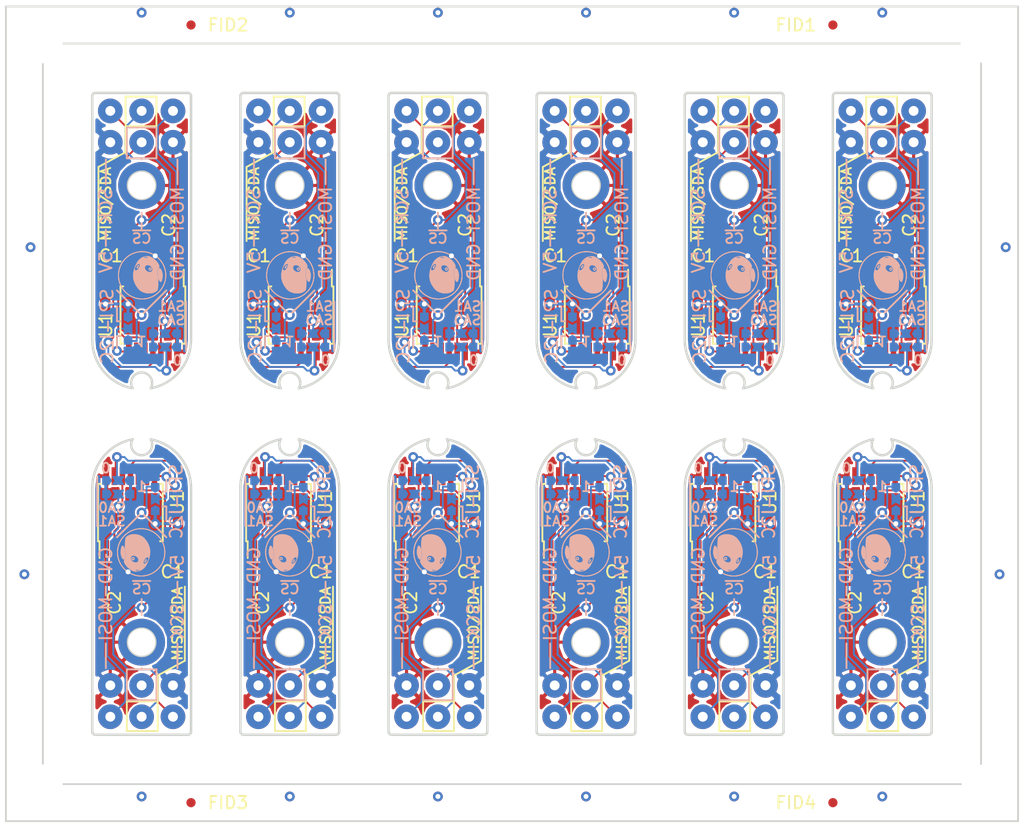
<source format=kicad_pcb>
(kicad_pcb (version 20171130) (host pcbnew 5.0.2-bee76a0~70~ubuntu18.04.1)
  (layers (0 F.Cu signal) (31 B.Cu signal) (34 B.Paste user) (35 F.Paste user) (36 B.SilkS user) (37 F.SilkS user) (38 B.Mask user) (39 F.Mask user) (44 Edge.Cuts user))
  (net 0 "")
  (net 1 +5V)
  (net 2 GND)
  (net 3 "Net-(JP1-Pad2)")
  (net 4 /SA0_~CS)
  (net 5 /SA1_MOSI)
  (net 6 /SDA_MISO)
  (net 7 /SCL_SCLK)
  (net 8 "Net-(U1-Pad9)")
  (net 9 "Net-(U1-Pad6)")
  (net 10 "Net-(U1-Pad4)")
  (net 11 /BYP)
  (module Fiducial:Fiducial_0.75mm_Dia_1.5mm_Outer (layer F.Cu) (at 119 123.5)
    (fp_text reference FID3 (at 3 0) (layer F.SilkS))
    (fp_text value Fiducial_0.75mm_Dia_1.5mm_Outer)
    (pad "" smd circle (at 0 0) (size 0.75 0.75) (layers F.Cu F.Mask) (clearance 0.375))
  )
  (module Fiducial:Fiducial_0.75mm_Dia_1.5mm_Outer (layer F.Cu) (at 171 123.5)
    (fp_text reference FID4 (at -3 0) (layer F.SilkS))
    (fp_text value Fiducial_0.75mm_Dia_1.5mm_Outer)
    (pad "" smd circle (at 0 0) (size 0.75 0.75) (layers F.Cu F.Mask) (clearance 0.375))
  )
  (module Fiducial:Fiducial_0.75mm_Dia_1.5mm_Outer (layer F.Cu) (at 119 60.5)
    (fp_text reference FID2 (at 3 0) (layer F.SilkS))
    (fp_text value Fiducial_0.75mm_Dia_1.5mm_Outer)
    (pad "" smd circle (at 0 0) (size 0.75 0.75) (layers F.Cu F.Mask) (clearance 0.375))
  )
  (module MountingHole:MountingHole_3.2mm_M3 (layer F.Cu) (at 107 62)
    (fp_text reference REF** hide)
    (fp_text value MountingHole_3.2mm_M3)
    (pad 1 np_thru_hole circle (at 0 0) (size 3.2 3.2) (drill 3.2) (layers *.Cu *.Mask))
  )
  (module MountingHole:MountingHole_3.2mm_M3 (layer F.Cu) (at 107 122)
    (fp_text reference REF** hide)
    (fp_text value MountingHole_3.2mm_M3)
    (pad 1 np_thru_hole circle (at 0 0) (size 3.2 3.2) (drill 3.2) (layers *.Cu *.Mask))
  )
  (module MountingHole:MountingHole_3.2mm_M3 (layer F.Cu) (at 183.03 122.03)
    (fp_text reference REF** hide)
    (fp_text value MountingHole_3.2mm_M3)
    (pad 1 np_thru_hole circle (at 0 0) (size 3.2 3.2) (drill 3.2) (layers *.Cu *.Mask))
  )
  (module Roboy_mod:The_0402_FP (layer F.Cu) (at 165.2 78.7 90)
    (fp_text reference C2 (at 2 0 -90) (layer F.SilkS))
    (fp_text value 100n)
    (pad 1 smd rect (at -0.5 0 90) (size 0.6 0.7) (layers F.Cu F.Paste F.Mask))
    (pad 2 smd rect (at 0.5 0 90) (size 0.6 0.7) (layers F.Cu F.Paste F.Mask))
  )
  (module Connector_Wire:SolderWirePad_1x01_Drill0.8mm (layer F.Cu) (at 165.54 70 180)
    (fp_text reference GND (at -0.36 -9.7 270) (layer B.SilkS) (effects (justify mirror)))
    (fp_text value GND)
    (pad 1 thru_hole circle (at 0 0 180) (size 1.99898 1.99898) (drill 0.8001) (layers *.Cu *.Mask))
  )
  (module Connector_Wire:SolderWirePad_1x01_Drill0.8mm (layer F.Cu) (at 124.46 70 180)
    (fp_text reference 5V (at 0.36 -9.7 270) (layer B.SilkS) (effects (justify mirror)))
    (fp_text value 5V)
    (pad 1 thru_hole circle (at 0 0 180) (size 1.99898 1.99898) (drill 0.8001) (layers *.Cu *.Mask))
  )
  (module Connector_Wire:SolderWirePad_1x01_Drill0.8mm (layer F.Cu) (at 136.46 70 180)
    (fp_text reference 5V (at 0.36 -9.7 270) (layer B.SilkS) (effects (justify mirror)))
    (fp_text value 5V)
    (pad 1 thru_hole circle (at 0 0 180) (size 1.99898 1.99898) (drill 0.8001) (layers *.Cu *.Mask))
  )
  (module Connector_Wire:SolderWirePad_1x01_Drill0.8mm (layer F.Cu) (at 148.46 70 180)
    (fp_text reference 5V (at 0.36 -9.7 270) (layer B.SilkS) (effects (justify mirror)))
    (fp_text value 5V)
    (pad 1 thru_hole circle (at 0 0 180) (size 1.99898 1.99898) (drill 0.8001) (layers *.Cu *.Mask))
  )
  (module Connector_Wire:SolderWirePad_1x01_Drill0.8mm (layer F.Cu) (at 160.46 70 180)
    (fp_text reference 5V (at 0.36 -9.7 270) (layer B.SilkS) (effects (justify mirror)))
    (fp_text value 5V)
    (pad 1 thru_hole circle (at 0 0 180) (size 1.99898 1.99898) (drill 0.8001) (layers *.Cu *.Mask))
  )
  (module Connector_Wire:SolderWirePad_1x01_Drill0.8mm (layer F.Cu) (at 129.54 70 180)
    (fp_text reference GND (at -0.36 -9.7 270) (layer B.SilkS) (effects (justify mirror)))
    (fp_text value GND)
    (pad 1 thru_hole circle (at 0 0 180) (size 1.99898 1.99898) (drill 0.8001) (layers *.Cu *.Mask))
  )
  (module Connector_Wire:SolderWirePad_1x01_Drill0.8mm (layer F.Cu) (at 141.54 70 180)
    (fp_text reference GND (at -0.36 -9.7 270) (layer B.SilkS) (effects (justify mirror)))
    (fp_text value GND)
    (pad 1 thru_hole circle (at 0 0 180) (size 1.99898 1.99898) (drill 0.8001) (layers *.Cu *.Mask))
  )
  (module Connector_Wire:SolderWirePad_1x01_Drill0.8mm (layer F.Cu) (at 153.54 70 180)
    (fp_text reference GND (at -0.36 -9.7 270) (layer B.SilkS) (effects (justify mirror)))
    (fp_text value GND)
    (pad 1 thru_hole circle (at 0 0 180) (size 1.99898 1.99898) (drill 0.8001) (layers *.Cu *.Mask))
  )
  (module Roboy_mod:Solder_Bridge_3_0402 (layer B.Cu) (at 164.9 86.6)
    (fp_text reference SA0 (at 0.5 -2.2) (layer B.SilkS) (effects (font (size 0.8 0.8)) (justify mirror)))
    (fp_text value SA0)
    (pad 2 smd custom (at 0 0) (size 0.6 0.7) (layers B.Cu B.Paste B.Mask) (options (clearance outline) (anchor rect)) (primitives (gr_poly (pts (xy -0.3 0.35) (xy -0.3 -0.35) (xy -0.5 -0.35) (xy -0.301 0) (xy -0.5 0.35)) (width 0)) (gr_poly (pts (xy 0.3 -0.35) (xy 0.3 0.35) (xy 0.5 0.35) (xy 0.301 0) (xy 0.5 -0.35)) (width 0))))
    (pad 1 smd custom (at -1 0) (size 0.6 0.7) (layers B.Cu B.Paste B.Mask) (options (clearance outline) (anchor rect)) (primitives (gr_poly (pts (xy 0.3 -0.35) (xy 0.3 0.35) (xy 0.5 0)) (width 0))))
    (pad 3 smd custom (at 1 0) (size 0.6 0.7) (layers B.Cu B.Paste B.Mask) (options (clearance outline) (anchor rect)) (primitives (gr_poly (pts (xy -0.3 0.35) (xy -0.3 -0.35) (xy -0.5 0)) (width 0))))
  )
  (module Connector_Wire:SolderWirePad_1x01_Drill0.8mm (layer F.Cu) (at 151 70 180)
    (fp_text reference ~CS (at 0 -7.8) (layer B.SilkS) (effects (font (size 0.8 0.8)) (justify mirror)))
    (fp_text value ~CS)
    (pad 1 thru_hole circle (at 0 0 180) (size 1.99898 1.99898) (drill 0.8001) (layers *.Cu *.Mask))
  )
  (module Package_SO:TSSOP-14_4.4x5mm_P0.65mm (layer F.Cu) (at 115.91 84 270)
    (fp_text reference U1 (at 0.8 3.81 270) (layer F.SilkS))
    (fp_text value A1335LLETR-T)
    (pad 14 smd rect (at 2.95 -1.95 270) (size 1.45 0.45) (layers F.Cu F.Paste F.Mask))
    (pad 13 smd rect (at 2.95 -1.3 270) (size 1.45 0.45) (layers F.Cu F.Paste F.Mask))
    (pad 12 smd rect (at 2.95 -0.65 270) (size 1.45 0.45) (layers F.Cu F.Paste F.Mask))
    (pad 11 smd rect (at 2.95 0 270) (size 1.45 0.45) (layers F.Cu F.Paste F.Mask))
    (pad 10 smd rect (at 2.95 0.65 270) (size 1.45 0.45) (layers F.Cu F.Paste F.Mask))
    (pad 9 smd rect (at 2.95 1.3 270) (size 1.45 0.45) (layers F.Cu F.Paste F.Mask))
    (pad 8 smd rect (at 2.95 1.95 270) (size 1.45 0.45) (layers F.Cu F.Paste F.Mask))
    (pad 7 smd rect (at -2.95 1.95 270) (size 1.45 0.45) (layers F.Cu F.Paste F.Mask))
    (pad 6 smd rect (at -2.95 1.3 270) (size 1.45 0.45) (layers F.Cu F.Paste F.Mask))
    (pad 5 smd rect (at -2.95 0.65 270) (size 1.45 0.45) (layers F.Cu F.Paste F.Mask))
    (pad 4 smd rect (at -2.95 0 270) (size 1.45 0.45) (layers F.Cu F.Paste F.Mask))
    (pad 3 smd rect (at -2.95 -0.65 270) (size 1.45 0.45) (layers F.Cu F.Paste F.Mask))
    (pad 2 smd rect (at -2.95 -1.3 270) (size 1.45 0.45) (layers F.Cu F.Paste F.Mask))
    (pad 1 smd rect (at -2.95 -1.95 270) (size 1.45 0.45) (layers F.Cu F.Paste F.Mask))
  )
  (module Roboy_mod:Solder_Bridge_3_0402 (layer B.Cu) (at 137.9 85.1 90)
    (fp_text reference SPI-I2C (at 0.2 -1.7 90) (layer B.SilkS) (effects (justify mirror)))
    (fp_text value I2C/SPI)
    (pad 2 smd custom (at 0 0 90) (size 0.6 0.7) (layers B.Cu B.Paste B.Mask) (options (clearance outline) (anchor rect)) (primitives (gr_poly (pts (xy -0.3 0.35) (xy -0.3 -0.35) (xy -0.5 -0.35) (xy -0.301 0) (xy -0.5 0.35)) (width 0)) (gr_poly (pts (xy 0.3 -0.35) (xy 0.3 0.35) (xy 0.5 0.35) (xy 0.301 0) (xy 0.5 -0.35)) (width 0))))
    (pad 1 smd custom (at -1 0 90) (size 0.6 0.7) (layers B.Cu B.Paste B.Mask) (options (clearance outline) (anchor rect)) (primitives (gr_poly (pts (xy 0.3 -0.35) (xy 0.3 0.35) (xy 0.5 0)) (width 0))))
    (pad 3 smd custom (at 1 0 90) (size 0.6 0.7) (layers B.Cu B.Paste B.Mask) (options (clearance outline) (anchor rect)) (primitives (gr_poly (pts (xy -0.3 0.35) (xy -0.3 -0.35) (xy -0.5 0)) (width 0))))
  )
  (module Roboy_mod:Solder_Bridge_3_0402 (layer B.Cu) (at 149.9 85.1 90)
    (fp_text reference SPI-I2C (at 0.2 -1.7 90) (layer B.SilkS) (effects (justify mirror)))
    (fp_text value I2C/SPI)
    (pad 2 smd custom (at 0 0 90) (size 0.6 0.7) (layers B.Cu B.Paste B.Mask) (options (clearance outline) (anchor rect)) (primitives (gr_poly (pts (xy -0.3 0.35) (xy -0.3 -0.35) (xy -0.5 -0.35) (xy -0.301 0) (xy -0.5 0.35)) (width 0)) (gr_poly (pts (xy 0.3 -0.35) (xy 0.3 0.35) (xy 0.5 0.35) (xy 0.301 0) (xy 0.5 -0.35)) (width 0))))
    (pad 1 smd custom (at -1 0 90) (size 0.6 0.7) (layers B.Cu B.Paste B.Mask) (options (clearance outline) (anchor rect)) (primitives (gr_poly (pts (xy 0.3 -0.35) (xy 0.3 0.35) (xy 0.5 0)) (width 0))))
    (pad 3 smd custom (at 1 0 90) (size 0.6 0.7) (layers B.Cu B.Paste B.Mask) (options (clearance outline) (anchor rect)) (primitives (gr_poly (pts (xy -0.3 0.35) (xy -0.3 -0.35) (xy -0.5 0)) (width 0))))
  )
  (module Connector_Wire:SolderWirePad_1x01_Drill0.8mm (layer F.Cu) (at 115 67.46 180)
    (fp_text reference MISO/SDA (at 2.9 -7.54 270) (layer F.SilkS) (effects (font (size 0.8 0.8))))
    (fp_text value SDA/MISO)
    (pad 1 thru_hole circle (at 0 0 180) (size 1.99898 1.99898) (drill 0.8001) (layers *.Cu *.Mask))
  )
  (module Connector_Wire:SolderWirePad_1x01_Drill0.8mm (layer F.Cu) (at 127 67.46 180)
    (fp_text reference MISO/SDA (at 2.9 -7.54 270) (layer F.SilkS) (effects (font (size 0.8 0.8))))
    (fp_text value SDA/MISO)
    (pad 1 thru_hole circle (at 0 0 180) (size 1.99898 1.99898) (drill 0.8001) (layers *.Cu *.Mask))
  )
  (module Connector_Wire:SolderWirePad_1x01_Drill0.8mm (layer F.Cu) (at 139 67.46 180)
    (fp_text reference MISO/SDA (at 2.9 -7.54 270) (layer F.SilkS) (effects (font (size 0.8 0.8))))
    (fp_text value SDA/MISO)
    (pad 1 thru_hole circle (at 0 0 180) (size 1.99898 1.99898) (drill 0.8001) (layers *.Cu *.Mask))
  )
  (module Connector_Wire:SolderWirePad_1x01_Drill0.8mm (layer F.Cu) (at 153.54 67.46 180)
    (fp_text reference MOSI (at -0.36 -7.94 90) (layer B.SilkS) (effects (justify mirror)))
    (fp_text value MOSI)
    (pad 1 thru_hole circle (at 0 0 180) (size 1.99898 1.99898) (drill 0.8001) (layers *.Cu *.Mask))
  )
  (module Connector_Wire:SolderWirePad_1x01_Drill0.8mm (layer F.Cu) (at 165.54 67.46 180)
    (fp_text reference MOSI (at -0.36 -7.94 90) (layer B.SilkS) (effects (justify mirror)))
    (fp_text value MOSI)
    (pad 1 thru_hole circle (at 0 0 180) (size 1.99898 1.99898) (drill 0.8001) (layers *.Cu *.Mask))
  )
  (module Connector_Wire:SolderWirePad_1x01_Drill0.8mm (layer F.Cu) (at 112.46 70 180)
    (fp_text reference 5V (at 0.36 -9.7 270) (layer B.SilkS) (effects (justify mirror)))
    (fp_text value 5V)
    (pad 1 thru_hole circle (at 0 0 180) (size 1.99898 1.99898) (drill 0.8001) (layers *.Cu *.Mask))
  )
  (module Connector_Wire:SolderWirePad_1x01_Drill0.8mm (layer F.Cu) (at 151 67.46 180)
    (fp_text reference MISO/SDA (at 2.9 -7.54 270) (layer F.SilkS) (effects (font (size 0.8 0.8))))
    (fp_text value SDA/MISO)
    (pad 1 thru_hole circle (at 0 0 180) (size 1.99898 1.99898) (drill 0.8001) (layers *.Cu *.Mask))
  )
  (module Connector_Wire:SolderWirePad_1x01_Drill0.8mm (layer F.Cu) (at 163 67.46 180)
    (fp_text reference MISO/SDA (at 2.9 -7.54 270) (layer F.SilkS) (effects (font (size 0.8 0.8))))
    (fp_text value SDA/MISO)
    (pad 1 thru_hole circle (at 0 0 180) (size 1.99898 1.99898) (drill 0.8001) (layers *.Cu *.Mask))
  )
  (module Connector_Wire:SolderWirePad_1x01_Drill0.8mm (layer F.Cu) (at 117.54 70 180)
    (fp_text reference GND (at -0.36 -9.7 270) (layer B.SilkS) (effects (justify mirror)))
    (fp_text value GND)
    (pad 1 thru_hole circle (at 0 0 180) (size 1.99898 1.99898) (drill 0.8001) (layers *.Cu *.Mask))
  )
  (module Roboy_mod:Solder_Bridge_3_0402 (layer B.Cu) (at 161.9 85.1 90)
    (fp_text reference SPI-I2C (at 0.2 -1.7 90) (layer B.SilkS) (effects (justify mirror)))
    (fp_text value I2C/SPI)
    (pad 2 smd custom (at 0 0 90) (size 0.6 0.7) (layers B.Cu B.Paste B.Mask) (options (clearance outline) (anchor rect)) (primitives (gr_poly (pts (xy -0.3 0.35) (xy -0.3 -0.35) (xy -0.5 -0.35) (xy -0.301 0) (xy -0.5 0.35)) (width 0)) (gr_poly (pts (xy 0.3 -0.35) (xy 0.3 0.35) (xy 0.5 0.35) (xy 0.301 0) (xy 0.5 -0.35)) (width 0))))
    (pad 1 smd custom (at -1 0 90) (size 0.6 0.7) (layers B.Cu B.Paste B.Mask) (options (clearance outline) (anchor rect)) (primitives (gr_poly (pts (xy 0.3 -0.35) (xy 0.3 0.35) (xy 0.5 0)) (width 0))))
    (pad 3 smd custom (at 1 0 90) (size 0.6 0.7) (layers B.Cu B.Paste B.Mask) (options (clearance outline) (anchor rect)) (primitives (gr_poly (pts (xy -0.3 0.35) (xy -0.3 -0.35) (xy -0.5 0)) (width 0))))
  )
  (module Connector_Wire:SolderWirePad_1x01_Drill0.8mm (layer F.Cu) (at 117.54 67.46 180)
    (fp_text reference MOSI (at -0.36 -7.94 90) (layer B.SilkS) (effects (justify mirror)))
    (fp_text value MOSI)
    (pad 1 thru_hole circle (at 0 0 180) (size 1.99898 1.99898) (drill 0.8001) (layers *.Cu *.Mask))
  )
  (module Connector_Wire:SolderWirePad_1x01_Drill0.8mm (layer F.Cu) (at 129.54 67.46 180)
    (fp_text reference MOSI (at -0.36 -7.94 90) (layer B.SilkS) (effects (justify mirror)))
    (fp_text value MOSI)
    (pad 1 thru_hole circle (at 0 0 180) (size 1.99898 1.99898) (drill 0.8001) (layers *.Cu *.Mask))
  )
  (module Connector_Wire:SolderWirePad_1x01_Drill0.8mm (layer F.Cu) (at 141.54 67.46 180)
    (fp_text reference MOSI (at -0.36 -7.94 90) (layer B.SilkS) (effects (justify mirror)))
    (fp_text value MOSI)
    (pad 1 thru_hole circle (at 0 0 180) (size 1.99898 1.99898) (drill 0.8001) (layers *.Cu *.Mask))
  )
  (module Connector_Wire:SolderWirePad_1x01_Drill0.8mm (layer F.Cu) (at 136.46 67.46 180)
    (fp_text reference SCK (at 0.36 -7.74 270) (layer B.SilkS) (effects (justify mirror)))
    (fp_text value SCL/K)
    (pad 1 thru_hole circle (at 0 0 180) (size 1.99898 1.99898) (drill 0.8001) (layers *.Cu *.Mask))
  )
  (module Connector_Wire:SolderWirePad_1x01_Drill0.8mm (layer F.Cu) (at 148.46 67.46 180)
    (fp_text reference SCK (at 0.36 -7.74 270) (layer B.SilkS) (effects (justify mirror)))
    (fp_text value SCL/K)
    (pad 1 thru_hole circle (at 0 0 180) (size 1.99898 1.99898) (drill 0.8001) (layers *.Cu *.Mask))
  )
  (module Connector_Wire:SolderWirePad_1x01_Drill0.8mm (layer F.Cu) (at 160.46 67.46 180)
    (fp_text reference SCK (at 0.36 -7.74 270) (layer B.SilkS) (effects (justify mirror)))
    (fp_text value SCL/K)
    (pad 1 thru_hole circle (at 0 0 180) (size 1.99898 1.99898) (drill 0.8001) (layers *.Cu *.Mask))
  )
  (module MountingHole:MountingHole_2.2mm_M2_DIN965_Pad (layer F.Cu) (at 115 73.5 180)
    (fp_text reference H1 hide)
    (fp_text value MountingHole_Pad)
    (pad 1 thru_hole circle (at 0 0 180) (size 3.8 3.8) (drill 2.2) (layers *.Cu *.Mask))
  )
  (module Roboy_mod:Roboy_Logo_F.SilkS (layer B.Cu) (at 139 80.8)
    (fp_text reference svg2mod hide)
    (fp_text value G*** hide)
  )
  (module Roboy_mod:Solder_Bridge_3_0402 (layer B.Cu) (at 113.9 85.1 90)
    (fp_text reference SPI-I2C (at 0.2 -1.7 90) (layer B.SilkS) (effects (justify mirror)))
    (fp_text value I2C/SPI)
    (pad 2 smd custom (at 0 0 90) (size 0.6 0.7) (layers B.Cu B.Paste B.Mask) (options (clearance outline) (anchor rect)) (primitives (gr_poly (pts (xy -0.3 0.35) (xy -0.3 -0.35) (xy -0.5 -0.35) (xy -0.301 0) (xy -0.5 0.35)) (width 0)) (gr_poly (pts (xy 0.3 -0.35) (xy 0.3 0.35) (xy 0.5 0.35) (xy 0.301 0) (xy 0.5 -0.35)) (width 0))))
    (pad 1 smd custom (at -1 0 90) (size 0.6 0.7) (layers B.Cu B.Paste B.Mask) (options (clearance outline) (anchor rect)) (primitives (gr_poly (pts (xy 0.3 -0.35) (xy 0.3 0.35) (xy 0.5 0)) (width 0))))
    (pad 3 smd custom (at 1 0 90) (size 0.6 0.7) (layers B.Cu B.Paste B.Mask) (options (clearance outline) (anchor rect)) (primitives (gr_poly (pts (xy -0.3 0.35) (xy -0.3 -0.35) (xy -0.5 0)) (width 0))))
  )
  (module Roboy_mod:Solder_Bridge_3_0402 (layer B.Cu) (at 125.9 85.1 90)
    (fp_text reference SPI-I2C (at 0.2 -1.7 90) (layer B.SilkS) (effects (justify mirror)))
    (fp_text value I2C/SPI)
    (pad 2 smd custom (at 0 0 90) (size 0.6 0.7) (layers B.Cu B.Paste B.Mask) (options (clearance outline) (anchor rect)) (primitives (gr_poly (pts (xy -0.3 0.35) (xy -0.3 -0.35) (xy -0.5 -0.35) (xy -0.301 0) (xy -0.5 0.35)) (width 0)) (gr_poly (pts (xy 0.3 -0.35) (xy 0.3 0.35) (xy 0.5 0.35) (xy 0.301 0) (xy 0.5 -0.35)) (width 0))))
    (pad 1 smd custom (at -1 0 90) (size 0.6 0.7) (layers B.Cu B.Paste B.Mask) (options (clearance outline) (anchor rect)) (primitives (gr_poly (pts (xy 0.3 -0.35) (xy 0.3 0.35) (xy 0.5 0)) (width 0))))
    (pad 3 smd custom (at 1 0 90) (size 0.6 0.7) (layers B.Cu B.Paste B.Mask) (options (clearance outline) (anchor rect)) (primitives (gr_poly (pts (xy -0.3 0.35) (xy -0.3 -0.35) (xy -0.5 0)) (width 0))))
  )
  (module Connector_Wire:SolderWirePad_1x01_Drill0.8mm (layer F.Cu) (at 163 70 180)
    (fp_text reference ~CS (at 0 -7.8) (layer B.SilkS) (effects (font (size 0.8 0.8)) (justify mirror)))
    (fp_text value ~CS)
    (pad 1 thru_hole circle (at 0 0 180) (size 1.99898 1.99898) (drill 0.8001) (layers *.Cu *.Mask))
  )
  (module Roboy_mod:The_0402_FP (layer F.Cu) (at 114.7 79.2)
    (fp_text reference C1 (at -2.2 0) (layer F.SilkS))
    (fp_text value 100n)
    (pad 1 smd rect (at -0.5 0) (size 0.6 0.7) (layers F.Cu F.Paste F.Mask))
    (pad 2 smd rect (at 0.5 0) (size 0.6 0.7) (layers F.Cu F.Paste F.Mask))
  )
  (module Roboy_mod:Roboy_text_5.5mm (layer B.Cu) (at 139 88)
    (fp_text reference G*** hide)
    (fp_text value LOGO hide)
  )
  (module Roboy_mod:Solder_Bridge_3_0402 (layer B.Cu) (at 128.9 85.5)
    (fp_text reference SA1 (at 0.5 -2.2) (layer B.SilkS) (effects (font (size 0.8 0.8)) (justify mirror)))
    (fp_text value SA1)
    (pad 2 smd custom (at 0 0) (size 0.6 0.7) (layers B.Cu B.Paste B.Mask) (options (clearance outline) (anchor rect)) (primitives (gr_poly (pts (xy -0.3 0.35) (xy -0.3 -0.35) (xy -0.5 -0.35) (xy -0.301 0) (xy -0.5 0.35)) (width 0)) (gr_poly (pts (xy 0.3 -0.35) (xy 0.3 0.35) (xy 0.5 0.35) (xy 0.301 0) (xy 0.5 -0.35)) (width 0))))
    (pad 1 smd custom (at -1 0) (size 0.6 0.7) (layers B.Cu B.Paste B.Mask) (options (clearance outline) (anchor rect)) (primitives (gr_poly (pts (xy 0.3 -0.35) (xy 0.3 0.35) (xy 0.5 0)) (width 0))))
    (pad 3 smd custom (at 1 0) (size 0.6 0.7) (layers B.Cu B.Paste B.Mask) (options (clearance outline) (anchor rect)) (primitives (gr_poly (pts (xy -0.3 0.35) (xy -0.3 -0.35) (xy -0.5 0)) (width 0))))
  )
  (module Roboy_mod:Solder_Bridge_3_0402 (layer B.Cu) (at 140.9 85.5)
    (fp_text reference SA1 (at 0.5 -2.2) (layer B.SilkS) (effects (font (size 0.8 0.8)) (justify mirror)))
    (fp_text value SA1)
    (pad 2 smd custom (at 0 0) (size 0.6 0.7) (layers B.Cu B.Paste B.Mask) (options (clearance outline) (anchor rect)) (primitives (gr_poly (pts (xy -0.3 0.35) (xy -0.3 -0.35) (xy -0.5 -0.35) (xy -0.301 0) (xy -0.5 0.35)) (width 0)) (gr_poly (pts (xy 0.3 -0.35) (xy 0.3 0.35) (xy 0.5 0.35) (xy 0.301 0) (xy 0.5 -0.35)) (width 0))))
    (pad 1 smd custom (at -1 0) (size 0.6 0.7) (layers B.Cu B.Paste B.Mask) (options (clearance outline) (anchor rect)) (primitives (gr_poly (pts (xy 0.3 -0.35) (xy 0.3 0.35) (xy 0.5 0)) (width 0))))
    (pad 3 smd custom (at 1 0) (size 0.6 0.7) (layers B.Cu B.Paste B.Mask) (options (clearance outline) (anchor rect)) (primitives (gr_poly (pts (xy -0.3 0.35) (xy -0.3 -0.35) (xy -0.5 0)) (width 0))))
  )
  (module Roboy_mod:Solder_Bridge_3_0402 (layer B.Cu) (at 164.9 85.5)
    (fp_text reference SA1 (at 0.5 -2.2) (layer B.SilkS) (effects (font (size 0.8 0.8)) (justify mirror)))
    (fp_text value SA1)
    (pad 2 smd custom (at 0 0) (size 0.6 0.7) (layers B.Cu B.Paste B.Mask) (options (clearance outline) (anchor rect)) (primitives (gr_poly (pts (xy -0.3 0.35) (xy -0.3 -0.35) (xy -0.5 -0.35) (xy -0.301 0) (xy -0.5 0.35)) (width 0)) (gr_poly (pts (xy 0.3 -0.35) (xy 0.3 0.35) (xy 0.5 0.35) (xy 0.301 0) (xy 0.5 -0.35)) (width 0))))
    (pad 1 smd custom (at -1 0) (size 0.6 0.7) (layers B.Cu B.Paste B.Mask) (options (clearance outline) (anchor rect)) (primitives (gr_poly (pts (xy 0.3 -0.35) (xy 0.3 0.35) (xy 0.5 0)) (width 0))))
    (pad 3 smd custom (at 1 0) (size 0.6 0.7) (layers B.Cu B.Paste B.Mask) (options (clearance outline) (anchor rect)) (primitives (gr_poly (pts (xy -0.3 0.35) (xy -0.3 -0.35) (xy -0.5 0)) (width 0))))
  )
  (module Roboy_mod:Solder_Bridge_3_0402 (layer B.Cu) (at 152.9 85.5)
    (fp_text reference SA1 (at 0.5 -2.2) (layer B.SilkS) (effects (font (size 0.8 0.8)) (justify mirror)))
    (fp_text value SA1)
    (pad 2 smd custom (at 0 0) (size 0.6 0.7) (layers B.Cu B.Paste B.Mask) (options (clearance outline) (anchor rect)) (primitives (gr_poly (pts (xy -0.3 0.35) (xy -0.3 -0.35) (xy -0.5 -0.35) (xy -0.301 0) (xy -0.5 0.35)) (width 0)) (gr_poly (pts (xy 0.3 -0.35) (xy 0.3 0.35) (xy 0.5 0.35) (xy 0.301 0) (xy 0.5 -0.35)) (width 0))))
    (pad 1 smd custom (at -1 0) (size 0.6 0.7) (layers B.Cu B.Paste B.Mask) (options (clearance outline) (anchor rect)) (primitives (gr_poly (pts (xy 0.3 -0.35) (xy 0.3 0.35) (xy 0.5 0)) (width 0))))
    (pad 3 smd custom (at 1 0) (size 0.6 0.7) (layers B.Cu B.Paste B.Mask) (options (clearance outline) (anchor rect)) (primitives (gr_poly (pts (xy -0.3 0.35) (xy -0.3 -0.35) (xy -0.5 0)) (width 0))))
  )
  (module Roboy_mod:Roboy_text_5.5mm (layer B.Cu) (at 127 88)
    (fp_text reference G*** hide)
    (fp_text value LOGO hide)
  )
  (module Roboy_mod:Solder_Bridge_3_0402 (layer B.Cu) (at 140.9 86.6)
    (fp_text reference SA0 (at 0.5 -2.2) (layer B.SilkS) (effects (font (size 0.8 0.8)) (justify mirror)))
    (fp_text value SA0)
    (pad 2 smd custom (at 0 0) (size 0.6 0.7) (layers B.Cu B.Paste B.Mask) (options (clearance outline) (anchor rect)) (primitives (gr_poly (pts (xy -0.3 0.35) (xy -0.3 -0.35) (xy -0.5 -0.35) (xy -0.301 0) (xy -0.5 0.35)) (width 0)) (gr_poly (pts (xy 0.3 -0.35) (xy 0.3 0.35) (xy 0.5 0.35) (xy 0.301 0) (xy 0.5 -0.35)) (width 0))))
    (pad 1 smd custom (at -1 0) (size 0.6 0.7) (layers B.Cu B.Paste B.Mask) (options (clearance outline) (anchor rect)) (primitives (gr_poly (pts (xy 0.3 -0.35) (xy 0.3 0.35) (xy 0.5 0)) (width 0))))
    (pad 3 smd custom (at 1 0) (size 0.6 0.7) (layers B.Cu B.Paste B.Mask) (options (clearance outline) (anchor rect)) (primitives (gr_poly (pts (xy -0.3 0.35) (xy -0.3 -0.35) (xy -0.5 0)) (width 0))))
  )
  (module Roboy_mod:Solder_Bridge_3_0402 (layer B.Cu) (at 173.9 85.1 90)
    (fp_text reference SPI-I2C (at 0.2 -1.7 90) (layer B.SilkS) (effects (justify mirror)))
    (fp_text value I2C/SPI)
    (pad 3 smd custom (at 1 0 90) (size 0.6 0.7) (layers B.Cu B.Paste B.Mask) (options (clearance outline) (anchor rect)) (primitives (gr_poly (pts (xy -0.3 0.35) (xy -0.3 -0.35) (xy -0.5 0)) (width 0))))
    (pad 1 smd custom (at -1 0 90) (size 0.6 0.7) (layers B.Cu B.Paste B.Mask) (options (clearance outline) (anchor rect)) (primitives (gr_poly (pts (xy 0.3 -0.35) (xy 0.3 0.35) (xy 0.5 0)) (width 0))))
    (pad 2 smd custom (at 0 0 90) (size 0.6 0.7) (layers B.Cu B.Paste B.Mask) (options (clearance outline) (anchor rect)) (primitives (gr_poly (pts (xy -0.3 0.35) (xy -0.3 -0.35) (xy -0.5 -0.35) (xy -0.301 0) (xy -0.5 0.35)) (width 0)) (gr_poly (pts (xy 0.3 -0.35) (xy 0.3 0.35) (xy 0.5 0.35) (xy 0.301 0) (xy 0.5 -0.35)) (width 0))))
  )
  (module Roboy_mod:The_0402_FP (layer F.Cu) (at 126.7 79.2)
    (fp_text reference C1 (at -2.2 0) (layer F.SilkS))
    (fp_text value 100n)
    (pad 1 smd rect (at -0.5 0) (size 0.6 0.7) (layers F.Cu F.Paste F.Mask))
    (pad 2 smd rect (at 0.5 0) (size 0.6 0.7) (layers F.Cu F.Paste F.Mask))
  )
  (module Roboy_mod:The_0402_FP (layer F.Cu) (at 150.7 79.2)
    (fp_text reference C1 (at -2.2 0) (layer F.SilkS))
    (fp_text value 100n)
    (pad 1 smd rect (at -0.5 0) (size 0.6 0.7) (layers F.Cu F.Paste F.Mask))
    (pad 2 smd rect (at 0.5 0) (size 0.6 0.7) (layers F.Cu F.Paste F.Mask))
  )
  (module Connector_Wire:SolderWirePad_1x01_Drill0.8mm (layer F.Cu) (at 177.54 67.46 180)
    (fp_text reference MOSI (at -0.36 -7.94 90) (layer B.SilkS) (effects (justify mirror)))
    (fp_text value MOSI)
    (pad 1 thru_hole circle (at 0 0 180) (size 1.99898 1.99898) (drill 0.8001) (layers *.Cu *.Mask))
  )
  (module Roboy_mod:Roboy_Logo_F.SilkS (layer B.Cu) (at 115 80.8)
    (fp_text reference svg2mod hide)
    (fp_text value G*** hide)
  )
  (module Connector_Wire:SolderWirePad_1x01_Drill0.8mm (layer F.Cu) (at 172.46 70 180)
    (fp_text reference 5V (at 0.36 -9.7 270) (layer B.SilkS) (effects (justify mirror)))
    (fp_text value 5V)
    (pad 1 thru_hole circle (at 0 0 180) (size 1.99898 1.99898) (drill 0.8001) (layers *.Cu *.Mask))
  )
  (module Connector_Wire:SolderWirePad_1x01_Drill0.8mm (layer F.Cu) (at 172.46 67.46 180)
    (fp_text reference SCK (at 0.36 -7.74 270) (layer B.SilkS) (effects (justify mirror)))
    (fp_text value SCL/K)
    (pad 1 thru_hole circle (at 0 0 180) (size 1.99898 1.99898) (drill 0.8001) (layers *.Cu *.Mask))
  )
  (module MountingHole:MountingHole_2.2mm_M2_DIN965_Pad (layer F.Cu) (at 175 73.5 180)
    (fp_text reference H1 hide)
    (fp_text value MountingHole_Pad)
    (pad 1 thru_hole circle (at 0 0 180) (size 3.8 3.8) (drill 2.2) (layers *.Cu *.Mask))
  )
  (module Roboy_mod:The_0402_FP (layer F.Cu) (at 141.2 78.7 90)
    (fp_text reference C2 (at 2 0 -90) (layer F.SilkS))
    (fp_text value 100n)
    (pad 1 smd rect (at -0.5 0 90) (size 0.6 0.7) (layers F.Cu F.Paste F.Mask))
    (pad 2 smd rect (at 0.5 0 90) (size 0.6 0.7) (layers F.Cu F.Paste F.Mask))
  )
  (module Connector_Wire:SolderWirePad_1x01_Drill0.8mm (layer F.Cu) (at 175 67.46 180)
    (fp_text reference MISO/SDA (at 2.9 -7.54 270) (layer F.SilkS) (effects (font (size 0.8 0.8))))
    (fp_text value SDA/MISO)
    (pad 1 thru_hole circle (at 0 0 180) (size 1.99898 1.99898) (drill 0.8001) (layers *.Cu *.Mask))
  )
  (module Connector_Wire:SolderWirePad_1x01_Drill0.8mm (layer F.Cu) (at 177.54 70 180)
    (fp_text reference GND (at -0.36 -9.7 270) (layer B.SilkS) (effects (justify mirror)))
    (fp_text value GND)
    (pad 1 thru_hole circle (at 0 0 180) (size 1.99898 1.99898) (drill 0.8001) (layers *.Cu *.Mask))
  )
  (module Roboy_mod:Roboy_Logo_F.SilkS (layer B.Cu) (at 175 80.8)
    (fp_text reference svg2mod hide)
    (fp_text value G*** hide)
  )
  (module Roboy_mod:The_0402_FP (layer F.Cu) (at 177.2 78.7 90)
    (fp_text reference C2 (at 2 0 -90) (layer F.SilkS))
    (fp_text value 100n)
    (pad 2 smd rect (at 0.5 0 90) (size 0.6 0.7) (layers F.Cu F.Paste F.Mask))
    (pad 1 smd rect (at -0.5 0 90) (size 0.6 0.7) (layers F.Cu F.Paste F.Mask))
  )
  (module Roboy_mod:The_0402_FP (layer F.Cu) (at 174.7 79.2)
    (fp_text reference C1 (at -2.2 0) (layer F.SilkS))
    (fp_text value 100n)
    (pad 2 smd rect (at 0.5 0) (size 0.6 0.7) (layers F.Cu F.Paste F.Mask))
    (pad 1 smd rect (at -0.5 0) (size 0.6 0.7) (layers F.Cu F.Paste F.Mask))
  )
  (module Roboy_mod:Solder_Bridge_3_0402 (layer B.Cu) (at 152.9 86.6)
    (fp_text reference SA0 (at 0.5 -2.2) (layer B.SilkS) (effects (font (size 0.8 0.8)) (justify mirror)))
    (fp_text value SA0)
    (pad 2 smd custom (at 0 0) (size 0.6 0.7) (layers B.Cu B.Paste B.Mask) (options (clearance outline) (anchor rect)) (primitives (gr_poly (pts (xy -0.3 0.35) (xy -0.3 -0.35) (xy -0.5 -0.35) (xy -0.301 0) (xy -0.5 0.35)) (width 0)) (gr_poly (pts (xy 0.3 -0.35) (xy 0.3 0.35) (xy 0.5 0.35) (xy 0.301 0) (xy 0.5 -0.35)) (width 0))))
    (pad 1 smd custom (at -1 0) (size 0.6 0.7) (layers B.Cu B.Paste B.Mask) (options (clearance outline) (anchor rect)) (primitives (gr_poly (pts (xy 0.3 -0.35) (xy 0.3 0.35) (xy 0.5 0)) (width 0))))
    (pad 3 smd custom (at 1 0) (size 0.6 0.7) (layers B.Cu B.Paste B.Mask) (options (clearance outline) (anchor rect)) (primitives (gr_poly (pts (xy -0.3 0.35) (xy -0.3 -0.35) (xy -0.5 0)) (width 0))))
  )
  (module Roboy_mod:Solder_Bridge_3_0402 (layer B.Cu) (at 116.9 85.5)
    (fp_text reference SA1 (at 0.5 -2.2) (layer B.SilkS) (effects (font (size 0.8 0.8)) (justify mirror)))
    (fp_text value SA1)
    (pad 2 smd custom (at 0 0) (size 0.6 0.7) (layers B.Cu B.Paste B.Mask) (options (clearance outline) (anchor rect)) (primitives (gr_poly (pts (xy -0.3 0.35) (xy -0.3 -0.35) (xy -0.5 -0.35) (xy -0.301 0) (xy -0.5 0.35)) (width 0)) (gr_poly (pts (xy 0.3 -0.35) (xy 0.3 0.35) (xy 0.5 0.35) (xy 0.301 0) (xy 0.5 -0.35)) (width 0))))
    (pad 1 smd custom (at -1 0) (size 0.6 0.7) (layers B.Cu B.Paste B.Mask) (options (clearance outline) (anchor rect)) (primitives (gr_poly (pts (xy 0.3 -0.35) (xy 0.3 0.35) (xy 0.5 0)) (width 0))))
    (pad 3 smd custom (at 1 0) (size 0.6 0.7) (layers B.Cu B.Paste B.Mask) (options (clearance outline) (anchor rect)) (primitives (gr_poly (pts (xy -0.3 0.35) (xy -0.3 -0.35) (xy -0.5 0)) (width 0))))
  )
  (module Package_SO:TSSOP-14_4.4x5mm_P0.65mm (layer F.Cu) (at 175.91 84 270)
    (fp_text reference U1 (at 0.8 3.81 270) (layer F.SilkS))
    (fp_text value A1335LLETR-T)
    (pad 1 smd rect (at -2.95 -1.95 270) (size 1.45 0.45) (layers F.Cu F.Paste F.Mask))
    (pad 2 smd rect (at -2.95 -1.3 270) (size 1.45 0.45) (layers F.Cu F.Paste F.Mask))
    (pad 3 smd rect (at -2.95 -0.65 270) (size 1.45 0.45) (layers F.Cu F.Paste F.Mask))
    (pad 4 smd rect (at -2.95 0 270) (size 1.45 0.45) (layers F.Cu F.Paste F.Mask))
    (pad 5 smd rect (at -2.95 0.65 270) (size 1.45 0.45) (layers F.Cu F.Paste F.Mask))
    (pad 6 smd rect (at -2.95 1.3 270) (size 1.45 0.45) (layers F.Cu F.Paste F.Mask))
    (pad 7 smd rect (at -2.95 1.95 270) (size 1.45 0.45) (layers F.Cu F.Paste F.Mask))
    (pad 8 smd rect (at 2.95 1.95 270) (size 1.45 0.45) (layers F.Cu F.Paste F.Mask))
    (pad 9 smd rect (at 2.95 1.3 270) (size 1.45 0.45) (layers F.Cu F.Paste F.Mask))
    (pad 10 smd rect (at 2.95 0.65 270) (size 1.45 0.45) (layers F.Cu F.Paste F.Mask))
    (pad 11 smd rect (at 2.95 0 270) (size 1.45 0.45) (layers F.Cu F.Paste F.Mask))
    (pad 12 smd rect (at 2.95 -0.65 270) (size 1.45 0.45) (layers F.Cu F.Paste F.Mask))
    (pad 13 smd rect (at 2.95 -1.3 270) (size 1.45 0.45) (layers F.Cu F.Paste F.Mask))
    (pad 14 smd rect (at 2.95 -1.95 270) (size 1.45 0.45) (layers F.Cu F.Paste F.Mask))
  )
  (module Roboy_mod:Roboy_text_5.5mm (layer B.Cu) (at 175 88)
    (fp_text reference G*** hide)
    (fp_text value LOGO hide)
  )
  (module Connector_Wire:SolderWirePad_1x01_Drill0.8mm (layer F.Cu) (at 175 70 180)
    (fp_text reference ~CS (at 0 -7.8) (layer B.SilkS) (effects (font (size 0.8 0.8)) (justify mirror)))
    (fp_text value ~CS)
    (pad 1 thru_hole circle (at 0 0 180) (size 1.99898 1.99898) (drill 0.8001) (layers *.Cu *.Mask))
  )
  (module Roboy_mod:Solder_Bridge_3_0402 (layer B.Cu) (at 176.9 86.6)
    (fp_text reference SA0 (at 0.5 -2.2) (layer B.SilkS) (effects (font (size 0.8 0.8)) (justify mirror)))
    (fp_text value SA0)
    (pad 3 smd custom (at 1 0) (size 0.6 0.7) (layers B.Cu B.Paste B.Mask) (options (clearance outline) (anchor rect)) (primitives (gr_poly (pts (xy -0.3 0.35) (xy -0.3 -0.35) (xy -0.5 0)) (width 0))))
    (pad 1 smd custom (at -1 0) (size 0.6 0.7) (layers B.Cu B.Paste B.Mask) (options (clearance outline) (anchor rect)) (primitives (gr_poly (pts (xy 0.3 -0.35) (xy 0.3 0.35) (xy 0.5 0)) (width 0))))
    (pad 2 smd custom (at 0 0) (size 0.6 0.7) (layers B.Cu B.Paste B.Mask) (options (clearance outline) (anchor rect)) (primitives (gr_poly (pts (xy -0.3 0.35) (xy -0.3 -0.35) (xy -0.5 -0.35) (xy -0.301 0) (xy -0.5 0.35)) (width 0)) (gr_poly (pts (xy 0.3 -0.35) (xy 0.3 0.35) (xy 0.5 0.35) (xy 0.301 0) (xy 0.5 -0.35)) (width 0))))
  )
  (module Roboy_mod:Solder_Bridge_3_0402 (layer B.Cu) (at 176.9 85.5)
    (fp_text reference SA1 (at 0.5 -2.2) (layer B.SilkS) (effects (font (size 0.8 0.8)) (justify mirror)))
    (fp_text value SA1)
    (pad 3 smd custom (at 1 0) (size 0.6 0.7) (layers B.Cu B.Paste B.Mask) (options (clearance outline) (anchor rect)) (primitives (gr_poly (pts (xy -0.3 0.35) (xy -0.3 -0.35) (xy -0.5 0)) (width 0))))
    (pad 1 smd custom (at -1 0) (size 0.6 0.7) (layers B.Cu B.Paste B.Mask) (options (clearance outline) (anchor rect)) (primitives (gr_poly (pts (xy 0.3 -0.35) (xy 0.3 0.35) (xy 0.5 0)) (width 0))))
    (pad 2 smd custom (at 0 0) (size 0.6 0.7) (layers B.Cu B.Paste B.Mask) (options (clearance outline) (anchor rect)) (primitives (gr_poly (pts (xy -0.3 0.35) (xy -0.3 -0.35) (xy -0.5 -0.35) (xy -0.301 0) (xy -0.5 0.35)) (width 0)) (gr_poly (pts (xy 0.3 -0.35) (xy 0.3 0.35) (xy 0.5 0.35) (xy 0.301 0) (xy 0.5 -0.35)) (width 0))))
  )
  (module Package_SO:TSSOP-14_4.4x5mm_P0.65mm (layer F.Cu) (at 151.91 84 270)
    (fp_text reference U1 (at 0.8 3.81 270) (layer F.SilkS))
    (fp_text value A1335LLETR-T)
    (pad 14 smd rect (at 2.95 -1.95 270) (size 1.45 0.45) (layers F.Cu F.Paste F.Mask))
    (pad 13 smd rect (at 2.95 -1.3 270) (size 1.45 0.45) (layers F.Cu F.Paste F.Mask))
    (pad 12 smd rect (at 2.95 -0.65 270) (size 1.45 0.45) (layers F.Cu F.Paste F.Mask))
    (pad 11 smd rect (at 2.95 0 270) (size 1.45 0.45) (layers F.Cu F.Paste F.Mask))
    (pad 10 smd rect (at 2.95 0.65 270) (size 1.45 0.45) (layers F.Cu F.Paste F.Mask))
    (pad 9 smd rect (at 2.95 1.3 270) (size 1.45 0.45) (layers F.Cu F.Paste F.Mask))
    (pad 8 smd rect (at 2.95 1.95 270) (size 1.45 0.45) (layers F.Cu F.Paste F.Mask))
    (pad 7 smd rect (at -2.95 1.95 270) (size 1.45 0.45) (layers F.Cu F.Paste F.Mask))
    (pad 6 smd rect (at -2.95 1.3 270) (size 1.45 0.45) (layers F.Cu F.Paste F.Mask))
    (pad 5 smd rect (at -2.95 0.65 270) (size 1.45 0.45) (layers F.Cu F.Paste F.Mask))
    (pad 4 smd rect (at -2.95 0 270) (size 1.45 0.45) (layers F.Cu F.Paste F.Mask))
    (pad 3 smd rect (at -2.95 -0.65 270) (size 1.45 0.45) (layers F.Cu F.Paste F.Mask))
    (pad 2 smd rect (at -2.95 -1.3 270) (size 1.45 0.45) (layers F.Cu F.Paste F.Mask))
    (pad 1 smd rect (at -2.95 -1.95 270) (size 1.45 0.45) (layers F.Cu F.Paste F.Mask))
  )
  (module Roboy_mod:Roboy_text_5.5mm (layer B.Cu) (at 115 88)
    (fp_text reference G*** hide)
    (fp_text value LOGO hide)
  )
  (module Roboy_mod:The_0402_FP (layer F.Cu) (at 162.7 79.2)
    (fp_text reference C1 (at -2.2 0) (layer F.SilkS))
    (fp_text value 100n)
    (pad 1 smd rect (at -0.5 0) (size 0.6 0.7) (layers F.Cu F.Paste F.Mask))
    (pad 2 smd rect (at 0.5 0) (size 0.6 0.7) (layers F.Cu F.Paste F.Mask))
  )
  (module Package_SO:TSSOP-14_4.4x5mm_P0.65mm (layer F.Cu) (at 163.91 84 270)
    (fp_text reference U1 (at 0.8 3.81 270) (layer F.SilkS))
    (fp_text value A1335LLETR-T)
    (pad 14 smd rect (at 2.95 -1.95 270) (size 1.45 0.45) (layers F.Cu F.Paste F.Mask))
    (pad 13 smd rect (at 2.95 -1.3 270) (size 1.45 0.45) (layers F.Cu F.Paste F.Mask))
    (pad 12 smd rect (at 2.95 -0.65 270) (size 1.45 0.45) (layers F.Cu F.Paste F.Mask))
    (pad 11 smd rect (at 2.95 0 270) (size 1.45 0.45) (layers F.Cu F.Paste F.Mask))
    (pad 10 smd rect (at 2.95 0.65 270) (size 1.45 0.45) (layers F.Cu F.Paste F.Mask))
    (pad 9 smd rect (at 2.95 1.3 270) (size 1.45 0.45) (layers F.Cu F.Paste F.Mask))
    (pad 8 smd rect (at 2.95 1.95 270) (size 1.45 0.45) (layers F.Cu F.Paste F.Mask))
    (pad 7 smd rect (at -2.95 1.95 270) (size 1.45 0.45) (layers F.Cu F.Paste F.Mask))
    (pad 6 smd rect (at -2.95 1.3 270) (size 1.45 0.45) (layers F.Cu F.Paste F.Mask))
    (pad 5 smd rect (at -2.95 0.65 270) (size 1.45 0.45) (layers F.Cu F.Paste F.Mask))
    (pad 4 smd rect (at -2.95 0 270) (size 1.45 0.45) (layers F.Cu F.Paste F.Mask))
    (pad 3 smd rect (at -2.95 -0.65 270) (size 1.45 0.45) (layers F.Cu F.Paste F.Mask))
    (pad 2 smd rect (at -2.95 -1.3 270) (size 1.45 0.45) (layers F.Cu F.Paste F.Mask))
    (pad 1 smd rect (at -2.95 -1.95 270) (size 1.45 0.45) (layers F.Cu F.Paste F.Mask))
  )
  (module Package_SO:TSSOP-14_4.4x5mm_P0.65mm (layer F.Cu) (at 139.91 84 270)
    (fp_text reference U1 (at 0.8 3.81 270) (layer F.SilkS))
    (fp_text value A1335LLETR-T)
    (pad 14 smd rect (at 2.95 -1.95 270) (size 1.45 0.45) (layers F.Cu F.Paste F.Mask))
    (pad 13 smd rect (at 2.95 -1.3 270) (size 1.45 0.45) (layers F.Cu F.Paste F.Mask))
    (pad 12 smd rect (at 2.95 -0.65 270) (size 1.45 0.45) (layers F.Cu F.Paste F.Mask))
    (pad 11 smd rect (at 2.95 0 270) (size 1.45 0.45) (layers F.Cu F.Paste F.Mask))
    (pad 10 smd rect (at 2.95 0.65 270) (size 1.45 0.45) (layers F.Cu F.Paste F.Mask))
    (pad 9 smd rect (at 2.95 1.3 270) (size 1.45 0.45) (layers F.Cu F.Paste F.Mask))
    (pad 8 smd rect (at 2.95 1.95 270) (size 1.45 0.45) (layers F.Cu F.Paste F.Mask))
    (pad 7 smd rect (at -2.95 1.95 270) (size 1.45 0.45) (layers F.Cu F.Paste F.Mask))
    (pad 6 smd rect (at -2.95 1.3 270) (size 1.45 0.45) (layers F.Cu F.Paste F.Mask))
    (pad 5 smd rect (at -2.95 0.65 270) (size 1.45 0.45) (layers F.Cu F.Paste F.Mask))
    (pad 4 smd rect (at -2.95 0 270) (size 1.45 0.45) (layers F.Cu F.Paste F.Mask))
    (pad 3 smd rect (at -2.95 -0.65 270) (size 1.45 0.45) (layers F.Cu F.Paste F.Mask))
    (pad 2 smd rect (at -2.95 -1.3 270) (size 1.45 0.45) (layers F.Cu F.Paste F.Mask))
    (pad 1 smd rect (at -2.95 -1.95 270) (size 1.45 0.45) (layers F.Cu F.Paste F.Mask))
  )
  (module Connector_Wire:SolderWirePad_1x01_Drill0.8mm (layer F.Cu) (at 112.46 67.46 180)
    (fp_text reference SCK (at 0.36 -7.74 270) (layer B.SilkS) (effects (justify mirror)))
    (fp_text value SCL/K)
    (pad 1 thru_hole circle (at 0 0 180) (size 1.99898 1.99898) (drill 0.8001) (layers *.Cu *.Mask))
  )
  (module Connector_Wire:SolderWirePad_1x01_Drill0.8mm (layer F.Cu) (at 124.46 67.46 180)
    (fp_text reference SCK (at 0.36 -7.74 270) (layer B.SilkS) (effects (justify mirror)))
    (fp_text value SCL/K)
    (pad 1 thru_hole circle (at 0 0 180) (size 1.99898 1.99898) (drill 0.8001) (layers *.Cu *.Mask))
  )
  (module MountingHole:MountingHole_2.2mm_M2_DIN965_Pad (layer F.Cu) (at 127 73.5 180)
    (fp_text reference H1 hide)
    (fp_text value MountingHole_Pad)
    (pad 1 thru_hole circle (at 0 0 180) (size 3.8 3.8) (drill 2.2) (layers *.Cu *.Mask))
  )
  (module MountingHole:MountingHole_2.2mm_M2_DIN965_Pad (layer F.Cu) (at 139 73.5 180)
    (fp_text reference H1 hide)
    (fp_text value MountingHole_Pad)
    (pad 1 thru_hole circle (at 0 0 180) (size 3.8 3.8) (drill 2.2) (layers *.Cu *.Mask))
  )
  (module MountingHole:MountingHole_2.2mm_M2_DIN965_Pad (layer F.Cu) (at 151 73.5 180)
    (fp_text reference H1 hide)
    (fp_text value MountingHole_Pad)
    (pad 1 thru_hole circle (at 0 0 180) (size 3.8 3.8) (drill 2.2) (layers *.Cu *.Mask))
  )
  (module MountingHole:MountingHole_2.2mm_M2_DIN965_Pad (layer F.Cu) (at 163 73.5 180)
    (fp_text reference H1 hide)
    (fp_text value MountingHole_Pad)
    (pad 1 thru_hole circle (at 0 0 180) (size 3.8 3.8) (drill 2.2) (layers *.Cu *.Mask))
  )
  (module Roboy_mod:Roboy_text_5.5mm (layer B.Cu) (at 151 88)
    (fp_text reference G*** hide)
    (fp_text value LOGO hide)
  )
  (module Roboy_mod:Roboy_text_5.5mm (layer B.Cu) (at 163 88)
    (fp_text reference G*** hide)
    (fp_text value LOGO hide)
  )
  (module Roboy_mod:The_0402_FP (layer F.Cu) (at 129.2 78.7 90)
    (fp_text reference C2 (at 2 0 -90) (layer F.SilkS))
    (fp_text value 100n)
    (pad 1 smd rect (at -0.5 0 90) (size 0.6 0.7) (layers F.Cu F.Paste F.Mask))
    (pad 2 smd rect (at 0.5 0 90) (size 0.6 0.7) (layers F.Cu F.Paste F.Mask))
  )
  (module Roboy_mod:The_0402_FP (layer F.Cu) (at 117.2 78.7 90)
    (fp_text reference C2 (at 2 0 -90) (layer F.SilkS))
    (fp_text value 100n)
    (pad 1 smd rect (at -0.5 0 90) (size 0.6 0.7) (layers F.Cu F.Paste F.Mask))
    (pad 2 smd rect (at 0.5 0 90) (size 0.6 0.7) (layers F.Cu F.Paste F.Mask))
  )
  (module Connector_Wire:SolderWirePad_1x01_Drill0.8mm (layer F.Cu) (at 127 70 180)
    (fp_text reference ~CS (at 0 -7.8) (layer B.SilkS) (effects (font (size 0.8 0.8)) (justify mirror)))
    (fp_text value ~CS)
    (pad 1 thru_hole circle (at 0 0 180) (size 1.99898 1.99898) (drill 0.8001) (layers *.Cu *.Mask))
  )
  (module Connector_Wire:SolderWirePad_1x01_Drill0.8mm (layer F.Cu) (at 115 70 180)
    (fp_text reference ~CS (at 0 -7.8) (layer B.SilkS) (effects (font (size 0.8 0.8)) (justify mirror)))
    (fp_text value ~CS)
    (pad 1 thru_hole circle (at 0 0 180) (size 1.99898 1.99898) (drill 0.8001) (layers *.Cu *.Mask))
  )
  (module Connector_Wire:SolderWirePad_1x01_Drill0.8mm (layer F.Cu) (at 139 70 180)
    (fp_text reference ~CS (at 0 -7.8) (layer B.SilkS) (effects (font (size 0.8 0.8)) (justify mirror)))
    (fp_text value ~CS)
    (pad 1 thru_hole circle (at 0 0 180) (size 1.99898 1.99898) (drill 0.8001) (layers *.Cu *.Mask))
  )
  (module Roboy_mod:The_0402_FP (layer F.Cu) (at 138.7 79.2)
    (fp_text reference C1 (at -2.2 0) (layer F.SilkS))
    (fp_text value 100n)
    (pad 1 smd rect (at -0.5 0) (size 0.6 0.7) (layers F.Cu F.Paste F.Mask))
    (pad 2 smd rect (at 0.5 0) (size 0.6 0.7) (layers F.Cu F.Paste F.Mask))
  )
  (module Roboy_mod:Roboy_Logo_F.SilkS (layer B.Cu) (at 127 80.8)
    (fp_text reference svg2mod hide)
    (fp_text value G*** hide)
  )
  (module Roboy_mod:Solder_Bridge_3_0402 (layer B.Cu) (at 116.9 86.6)
    (fp_text reference SA0 (at 0.5 -2.2) (layer B.SilkS) (effects (font (size 0.8 0.8)) (justify mirror)))
    (fp_text value SA0)
    (pad 2 smd custom (at 0 0) (size 0.6 0.7) (layers B.Cu B.Paste B.Mask) (options (clearance outline) (anchor rect)) (primitives (gr_poly (pts (xy -0.3 0.35) (xy -0.3 -0.35) (xy -0.5 -0.35) (xy -0.301 0) (xy -0.5 0.35)) (width 0)) (gr_poly (pts (xy 0.3 -0.35) (xy 0.3 0.35) (xy 0.5 0.35) (xy 0.301 0) (xy 0.5 -0.35)) (width 0))))
    (pad 1 smd custom (at -1 0) (size 0.6 0.7) (layers B.Cu B.Paste B.Mask) (options (clearance outline) (anchor rect)) (primitives (gr_poly (pts (xy 0.3 -0.35) (xy 0.3 0.35) (xy 0.5 0)) (width 0))))
    (pad 3 smd custom (at 1 0) (size 0.6 0.7) (layers B.Cu B.Paste B.Mask) (options (clearance outline) (anchor rect)) (primitives (gr_poly (pts (xy -0.3 0.35) (xy -0.3 -0.35) (xy -0.5 0)) (width 0))))
  )
  (module Roboy_mod:The_0402_FP (layer F.Cu) (at 153.2 78.7 90)
    (fp_text reference C2 (at 2 0 -90) (layer F.SilkS))
    (fp_text value 100n)
    (pad 1 smd rect (at -0.5 0 90) (size 0.6 0.7) (layers F.Cu F.Paste F.Mask))
    (pad 2 smd rect (at 0.5 0 90) (size 0.6 0.7) (layers F.Cu F.Paste F.Mask))
  )
  (module Roboy_mod:Roboy_Logo_F.SilkS (layer B.Cu) (at 151 80.8)
    (fp_text reference svg2mod hide)
    (fp_text value G*** hide)
  )
  (module Roboy_mod:Solder_Bridge_3_0402 (layer B.Cu) (at 128.9 86.6)
    (fp_text reference SA0 (at 0.5 -2.2) (layer B.SilkS) (effects (font (size 0.8 0.8)) (justify mirror)))
    (fp_text value SA0)
    (pad 2 smd custom (at 0 0) (size 0.6 0.7) (layers B.Cu B.Paste B.Mask) (options (clearance outline) (anchor rect)) (primitives (gr_poly (pts (xy -0.3 0.35) (xy -0.3 -0.35) (xy -0.5 -0.35) (xy -0.301 0) (xy -0.5 0.35)) (width 0)) (gr_poly (pts (xy 0.3 -0.35) (xy 0.3 0.35) (xy 0.5 0.35) (xy 0.301 0) (xy 0.5 -0.35)) (width 0))))
    (pad 1 smd custom (at -1 0) (size 0.6 0.7) (layers B.Cu B.Paste B.Mask) (options (clearance outline) (anchor rect)) (primitives (gr_poly (pts (xy 0.3 -0.35) (xy 0.3 0.35) (xy 0.5 0)) (width 0))))
    (pad 3 smd custom (at 1 0) (size 0.6 0.7) (layers B.Cu B.Paste B.Mask) (options (clearance outline) (anchor rect)) (primitives (gr_poly (pts (xy -0.3 0.35) (xy -0.3 -0.35) (xy -0.5 0)) (width 0))))
  )
  (module Roboy_mod:Roboy_Logo_F.SilkS (layer B.Cu) (at 163 80.8)
    (fp_text reference svg2mod hide)
    (fp_text value G*** hide)
  )
  (module Package_SO:TSSOP-14_4.4x5mm_P0.65mm (layer F.Cu) (at 127.91 84 270)
    (fp_text reference U1 (at 0.8 3.81 270) (layer F.SilkS))
    (fp_text value A1335LLETR-T)
    (pad 14 smd rect (at 2.95 -1.95 270) (size 1.45 0.45) (layers F.Cu F.Paste F.Mask))
    (pad 13 smd rect (at 2.95 -1.3 270) (size 1.45 0.45) (layers F.Cu F.Paste F.Mask))
    (pad 12 smd rect (at 2.95 -0.65 270) (size 1.45 0.45) (layers F.Cu F.Paste F.Mask))
    (pad 11 smd rect (at 2.95 0 270) (size 1.45 0.45) (layers F.Cu F.Paste F.Mask))
    (pad 10 smd rect (at 2.95 0.65 270) (size 1.45 0.45) (layers F.Cu F.Paste F.Mask))
    (pad 9 smd rect (at 2.95 1.3 270) (size 1.45 0.45) (layers F.Cu F.Paste F.Mask))
    (pad 8 smd rect (at 2.95 1.95 270) (size 1.45 0.45) (layers F.Cu F.Paste F.Mask))
    (pad 7 smd rect (at -2.95 1.95 270) (size 1.45 0.45) (layers F.Cu F.Paste F.Mask))
    (pad 6 smd rect (at -2.95 1.3 270) (size 1.45 0.45) (layers F.Cu F.Paste F.Mask))
    (pad 5 smd rect (at -2.95 0.65 270) (size 1.45 0.45) (layers F.Cu F.Paste F.Mask))
    (pad 4 smd rect (at -2.95 0 270) (size 1.45 0.45) (layers F.Cu F.Paste F.Mask))
    (pad 3 smd rect (at -2.95 -0.65 270) (size 1.45 0.45) (layers F.Cu F.Paste F.Mask))
    (pad 2 smd rect (at -2.95 -1.3 270) (size 1.45 0.45) (layers F.Cu F.Paste F.Mask))
    (pad 1 smd rect (at -2.95 -1.95 270) (size 1.45 0.45) (layers F.Cu F.Paste F.Mask))
  )
  (module Roboy_mod:Solder_Bridge_3_0402 (layer B.Cu) (at 176.1 98.9 270)
    (fp_text reference SPI-I2C (at 0.2 -1.7 270) (layer B.SilkS) (effects (justify mirror)))
    (fp_text value I2C/SPI)
    (pad 3 smd custom (at 1 0 270) (size 0.6 0.7) (layers B.Cu B.Paste B.Mask) (net 2 GND) (options (clearance outline) (anchor rect)) (primitives (gr_poly (pts (xy -0.3 0.35) (xy -0.3 -0.35) (xy -0.5 0)) (width 0))))
    (pad 1 smd custom (at -1 0 270) (size 0.6 0.7) (layers B.Cu B.Paste B.Mask) (net 11 /BYP) (options (clearance outline) (anchor rect)) (primitives (gr_poly (pts (xy 0.3 -0.35) (xy 0.3 0.35) (xy 0.5 0)) (width 0))))
    (pad 2 smd custom (at 0 0 270) (size 0.6 0.7) (layers B.Cu B.Paste B.Mask) (net 3 "Net-(JP1-Pad2)") (options (clearance outline) (anchor rect)) (primitives (gr_poly (pts (xy -0.3 0.35) (xy -0.3 -0.35) (xy -0.5 -0.35) (xy -0.301 0) (xy -0.5 0.35)) (width 0)) (gr_poly (pts (xy 0.3 -0.35) (xy 0.3 0.35) (xy 0.5 0.35) (xy 0.301 0) (xy 0.5 -0.35)) (width 0))))
  )
  (module Roboy_mod:Solder_Bridge_3_0402 (layer B.Cu) (at 164.1 98.9 270)
    (fp_text reference SPI-I2C (at 0.2 -1.7 270) (layer B.SilkS) (effects (justify mirror)))
    (fp_text value I2C/SPI)
    (pad 3 smd custom (at 1 0 270) (size 0.6 0.7) (layers B.Cu B.Paste B.Mask) (net 2 GND) (options (clearance outline) (anchor rect)) (primitives (gr_poly (pts (xy -0.3 0.35) (xy -0.3 -0.35) (xy -0.5 0)) (width 0))))
    (pad 1 smd custom (at -1 0 270) (size 0.6 0.7) (layers B.Cu B.Paste B.Mask) (net 11 /BYP) (options (clearance outline) (anchor rect)) (primitives (gr_poly (pts (xy 0.3 -0.35) (xy 0.3 0.35) (xy 0.5 0)) (width 0))))
    (pad 2 smd custom (at 0 0 270) (size 0.6 0.7) (layers B.Cu B.Paste B.Mask) (net 3 "Net-(JP1-Pad2)") (options (clearance outline) (anchor rect)) (primitives (gr_poly (pts (xy -0.3 0.35) (xy -0.3 -0.35) (xy -0.5 -0.35) (xy -0.301 0) (xy -0.5 0.35)) (width 0)) (gr_poly (pts (xy 0.3 -0.35) (xy 0.3 0.35) (xy 0.5 0.35) (xy 0.301 0) (xy 0.5 -0.35)) (width 0))))
  )
  (module Roboy_mod:Solder_Bridge_3_0402 (layer B.Cu) (at 152.1 98.9 270)
    (fp_text reference SPI-I2C (at 0.2 -1.7 270) (layer B.SilkS) (effects (justify mirror)))
    (fp_text value I2C/SPI)
    (pad 3 smd custom (at 1 0 270) (size 0.6 0.7) (layers B.Cu B.Paste B.Mask) (net 2 GND) (options (clearance outline) (anchor rect)) (primitives (gr_poly (pts (xy -0.3 0.35) (xy -0.3 -0.35) (xy -0.5 0)) (width 0))))
    (pad 1 smd custom (at -1 0 270) (size 0.6 0.7) (layers B.Cu B.Paste B.Mask) (net 11 /BYP) (options (clearance outline) (anchor rect)) (primitives (gr_poly (pts (xy 0.3 -0.35) (xy 0.3 0.35) (xy 0.5 0)) (width 0))))
    (pad 2 smd custom (at 0 0 270) (size 0.6 0.7) (layers B.Cu B.Paste B.Mask) (net 3 "Net-(JP1-Pad2)") (options (clearance outline) (anchor rect)) (primitives (gr_poly (pts (xy -0.3 0.35) (xy -0.3 -0.35) (xy -0.5 -0.35) (xy -0.301 0) (xy -0.5 0.35)) (width 0)) (gr_poly (pts (xy 0.3 -0.35) (xy 0.3 0.35) (xy 0.5 0.35) (xy 0.301 0) (xy 0.5 -0.35)) (width 0))))
  )
  (module Roboy_mod:Solder_Bridge_3_0402 (layer B.Cu) (at 140.1 98.9 270)
    (fp_text reference SPI-I2C (at 0.2 -1.7 270) (layer B.SilkS) (effects (justify mirror)))
    (fp_text value I2C/SPI)
    (pad 3 smd custom (at 1 0 270) (size 0.6 0.7) (layers B.Cu B.Paste B.Mask) (net 2 GND) (options (clearance outline) (anchor rect)) (primitives (gr_poly (pts (xy -0.3 0.35) (xy -0.3 -0.35) (xy -0.5 0)) (width 0))))
    (pad 1 smd custom (at -1 0 270) (size 0.6 0.7) (layers B.Cu B.Paste B.Mask) (net 11 /BYP) (options (clearance outline) (anchor rect)) (primitives (gr_poly (pts (xy 0.3 -0.35) (xy 0.3 0.35) (xy 0.5 0)) (width 0))))
    (pad 2 smd custom (at 0 0 270) (size 0.6 0.7) (layers B.Cu B.Paste B.Mask) (net 3 "Net-(JP1-Pad2)") (options (clearance outline) (anchor rect)) (primitives (gr_poly (pts (xy -0.3 0.35) (xy -0.3 -0.35) (xy -0.5 -0.35) (xy -0.301 0) (xy -0.5 0.35)) (width 0)) (gr_poly (pts (xy 0.3 -0.35) (xy 0.3 0.35) (xy 0.5 0.35) (xy 0.301 0) (xy 0.5 -0.35)) (width 0))))
  )
  (module Roboy_mod:Solder_Bridge_3_0402 (layer B.Cu) (at 128.1 98.9 270)
    (fp_text reference SPI-I2C (at 0.2 -1.7 270) (layer B.SilkS) (effects (justify mirror)))
    (fp_text value I2C/SPI)
    (pad 3 smd custom (at 1 0 270) (size 0.6 0.7) (layers B.Cu B.Paste B.Mask) (net 2 GND) (options (clearance outline) (anchor rect)) (primitives (gr_poly (pts (xy -0.3 0.35) (xy -0.3 -0.35) (xy -0.5 0)) (width 0))))
    (pad 1 smd custom (at -1 0 270) (size 0.6 0.7) (layers B.Cu B.Paste B.Mask) (net 11 /BYP) (options (clearance outline) (anchor rect)) (primitives (gr_poly (pts (xy 0.3 -0.35) (xy 0.3 0.35) (xy 0.5 0)) (width 0))))
    (pad 2 smd custom (at 0 0 270) (size 0.6 0.7) (layers B.Cu B.Paste B.Mask) (net 3 "Net-(JP1-Pad2)") (options (clearance outline) (anchor rect)) (primitives (gr_poly (pts (xy -0.3 0.35) (xy -0.3 -0.35) (xy -0.5 -0.35) (xy -0.301 0) (xy -0.5 0.35)) (width 0)) (gr_poly (pts (xy 0.3 -0.35) (xy 0.3 0.35) (xy 0.5 0.35) (xy 0.301 0) (xy 0.5 -0.35)) (width 0))))
  )
  (module Connector_Wire:SolderWirePad_1x01_Drill0.8mm (layer F.Cu) (at 172.46 116.54)
    (fp_text reference MOSI (at -0.36 -7.94 270) (layer B.SilkS) (effects (justify mirror)))
    (fp_text value MOSI)
    (pad 1 thru_hole circle (at 0 0) (size 1.99898 1.99898) (drill 0.8001) (layers *.Cu *.Mask) (net 5 /SA1_MOSI))
  )
  (module Connector_Wire:SolderWirePad_1x01_Drill0.8mm (layer F.Cu) (at 160.46 116.54)
    (fp_text reference MOSI (at -0.36 -7.94 270) (layer B.SilkS) (effects (justify mirror)))
    (fp_text value MOSI)
    (pad 1 thru_hole circle (at 0 0) (size 1.99898 1.99898) (drill 0.8001) (layers *.Cu *.Mask) (net 5 /SA1_MOSI))
  )
  (module Connector_Wire:SolderWirePad_1x01_Drill0.8mm (layer F.Cu) (at 148.46 116.54)
    (fp_text reference MOSI (at -0.36 -7.94 270) (layer B.SilkS) (effects (justify mirror)))
    (fp_text value MOSI)
    (pad 1 thru_hole circle (at 0 0) (size 1.99898 1.99898) (drill 0.8001) (layers *.Cu *.Mask) (net 5 /SA1_MOSI))
  )
  (module Connector_Wire:SolderWirePad_1x01_Drill0.8mm (layer F.Cu) (at 136.46 116.54)
    (fp_text reference MOSI (at -0.36 -7.94 270) (layer B.SilkS) (effects (justify mirror)))
    (fp_text value MOSI)
    (pad 1 thru_hole circle (at 0 0) (size 1.99898 1.99898) (drill 0.8001) (layers *.Cu *.Mask) (net 5 /SA1_MOSI))
  )
  (module Connector_Wire:SolderWirePad_1x01_Drill0.8mm (layer F.Cu) (at 124.46 116.54)
    (fp_text reference MOSI (at -0.36 -7.94 270) (layer B.SilkS) (effects (justify mirror)))
    (fp_text value MOSI)
    (pad 1 thru_hole circle (at 0 0) (size 1.99898 1.99898) (drill 0.8001) (layers *.Cu *.Mask) (net 5 /SA1_MOSI))
  )
  (module Connector_Wire:SolderWirePad_1x01_Drill0.8mm (layer F.Cu) (at 177.54 114)
    (fp_text reference 5V (at 0.36 -9.7 90) (layer B.SilkS) (effects (justify mirror)))
    (fp_text value 5V)
    (pad 1 thru_hole circle (at 0 0) (size 1.99898 1.99898) (drill 0.8001) (layers *.Cu *.Mask) (net 1 +5V))
  )
  (module Connector_Wire:SolderWirePad_1x01_Drill0.8mm (layer F.Cu) (at 165.54 114)
    (fp_text reference 5V (at 0.36 -9.7 90) (layer B.SilkS) (effects (justify mirror)))
    (fp_text value 5V)
    (pad 1 thru_hole circle (at 0 0) (size 1.99898 1.99898) (drill 0.8001) (layers *.Cu *.Mask) (net 1 +5V))
  )
  (module Connector_Wire:SolderWirePad_1x01_Drill0.8mm (layer F.Cu) (at 153.54 114)
    (fp_text reference 5V (at 0.36 -9.7 90) (layer B.SilkS) (effects (justify mirror)))
    (fp_text value 5V)
    (pad 1 thru_hole circle (at 0 0) (size 1.99898 1.99898) (drill 0.8001) (layers *.Cu *.Mask) (net 1 +5V))
  )
  (module Connector_Wire:SolderWirePad_1x01_Drill0.8mm (layer F.Cu) (at 141.54 114)
    (fp_text reference 5V (at 0.36 -9.7 90) (layer B.SilkS) (effects (justify mirror)))
    (fp_text value 5V)
    (pad 1 thru_hole circle (at 0 0) (size 1.99898 1.99898) (drill 0.8001) (layers *.Cu *.Mask) (net 1 +5V))
  )
  (module Connector_Wire:SolderWirePad_1x01_Drill0.8mm (layer F.Cu) (at 129.54 114)
    (fp_text reference 5V (at 0.36 -9.7 90) (layer B.SilkS) (effects (justify mirror)))
    (fp_text value 5V)
    (pad 1 thru_hole circle (at 0 0) (size 1.99898 1.99898) (drill 0.8001) (layers *.Cu *.Mask) (net 1 +5V))
  )
  (module Connector_Wire:SolderWirePad_1x01_Drill0.8mm (layer F.Cu) (at 177.54 116.54)
    (fp_text reference SCK (at 0.36 -7.74 90) (layer B.SilkS) (effects (justify mirror)))
    (fp_text value SCL/K)
    (pad 1 thru_hole circle (at 0 0) (size 1.99898 1.99898) (drill 0.8001) (layers *.Cu *.Mask) (net 7 /SCL_SCLK))
  )
  (module Connector_Wire:SolderWirePad_1x01_Drill0.8mm (layer F.Cu) (at 165.54 116.54)
    (fp_text reference SCK (at 0.36 -7.74 90) (layer B.SilkS) (effects (justify mirror)))
    (fp_text value SCL/K)
    (pad 1 thru_hole circle (at 0 0) (size 1.99898 1.99898) (drill 0.8001) (layers *.Cu *.Mask) (net 7 /SCL_SCLK))
  )
  (module Connector_Wire:SolderWirePad_1x01_Drill0.8mm (layer F.Cu) (at 153.54 116.54)
    (fp_text reference SCK (at 0.36 -7.74 90) (layer B.SilkS) (effects (justify mirror)))
    (fp_text value SCL/K)
    (pad 1 thru_hole circle (at 0 0) (size 1.99898 1.99898) (drill 0.8001) (layers *.Cu *.Mask) (net 7 /SCL_SCLK))
  )
  (module Connector_Wire:SolderWirePad_1x01_Drill0.8mm (layer F.Cu) (at 141.54 116.54)
    (fp_text reference SCK (at 0.36 -7.74 90) (layer B.SilkS) (effects (justify mirror)))
    (fp_text value SCL/K)
    (pad 1 thru_hole circle (at 0 0) (size 1.99898 1.99898) (drill 0.8001) (layers *.Cu *.Mask) (net 7 /SCL_SCLK))
  )
  (module Connector_Wire:SolderWirePad_1x01_Drill0.8mm (layer F.Cu) (at 129.54 116.54)
    (fp_text reference SCK (at 0.36 -7.74 90) (layer B.SilkS) (effects (justify mirror)))
    (fp_text value SCL/K)
    (pad 1 thru_hole circle (at 0 0) (size 1.99898 1.99898) (drill 0.8001) (layers *.Cu *.Mask) (net 7 /SCL_SCLK))
  )
  (module MountingHole:MountingHole_2.2mm_M2_DIN965_Pad (layer F.Cu) (at 175 110.5)
    (fp_text reference H1 hide)
    (fp_text value MountingHole_Pad)
    (pad 1 thru_hole circle (at 0 0) (size 3.8 3.8) (drill 2.2) (layers *.Cu *.Mask) (net 2 GND))
  )
  (module MountingHole:MountingHole_2.2mm_M2_DIN965_Pad (layer F.Cu) (at 163 110.5)
    (fp_text reference H1 hide)
    (fp_text value MountingHole_Pad)
    (pad 1 thru_hole circle (at 0 0) (size 3.8 3.8) (drill 2.2) (layers *.Cu *.Mask) (net 2 GND))
  )
  (module MountingHole:MountingHole_2.2mm_M2_DIN965_Pad (layer F.Cu) (at 151 110.5)
    (fp_text reference H1 hide)
    (fp_text value MountingHole_Pad)
    (pad 1 thru_hole circle (at 0 0) (size 3.8 3.8) (drill 2.2) (layers *.Cu *.Mask) (net 2 GND))
  )
  (module MountingHole:MountingHole_2.2mm_M2_DIN965_Pad (layer F.Cu) (at 139 110.5)
    (fp_text reference H1 hide)
    (fp_text value MountingHole_Pad)
    (pad 1 thru_hole circle (at 0 0) (size 3.8 3.8) (drill 2.2) (layers *.Cu *.Mask) (net 2 GND))
  )
  (module MountingHole:MountingHole_2.2mm_M2_DIN965_Pad (layer F.Cu) (at 127 110.5)
    (fp_text reference H1 hide)
    (fp_text value MountingHole_Pad)
    (pad 1 thru_hole circle (at 0 0) (size 3.8 3.8) (drill 2.2) (layers *.Cu *.Mask) (net 2 GND))
  )
  (module Connector_Wire:SolderWirePad_1x01_Drill0.8mm (layer F.Cu) (at 175 116.54)
    (fp_text reference MISO/SDA (at 2.9 -7.54 90) (layer F.SilkS) (effects (font (size 0.8 0.8))))
    (fp_text value SDA/MISO)
    (pad 1 thru_hole circle (at 0 0) (size 1.99898 1.99898) (drill 0.8001) (layers *.Cu *.Mask) (net 6 /SDA_MISO))
  )
  (module Connector_Wire:SolderWirePad_1x01_Drill0.8mm (layer F.Cu) (at 163 116.54)
    (fp_text reference MISO/SDA (at 2.9 -7.54 90) (layer F.SilkS) (effects (font (size 0.8 0.8))))
    (fp_text value SDA/MISO)
    (pad 1 thru_hole circle (at 0 0) (size 1.99898 1.99898) (drill 0.8001) (layers *.Cu *.Mask) (net 6 /SDA_MISO))
  )
  (module Connector_Wire:SolderWirePad_1x01_Drill0.8mm (layer F.Cu) (at 151 116.54)
    (fp_text reference MISO/SDA (at 2.9 -7.54 90) (layer F.SilkS) (effects (font (size 0.8 0.8))))
    (fp_text value SDA/MISO)
    (pad 1 thru_hole circle (at 0 0) (size 1.99898 1.99898) (drill 0.8001) (layers *.Cu *.Mask) (net 6 /SDA_MISO))
  )
  (module Connector_Wire:SolderWirePad_1x01_Drill0.8mm (layer F.Cu) (at 139 116.54)
    (fp_text reference MISO/SDA (at 2.9 -7.54 90) (layer F.SilkS) (effects (font (size 0.8 0.8))))
    (fp_text value SDA/MISO)
    (pad 1 thru_hole circle (at 0 0) (size 1.99898 1.99898) (drill 0.8001) (layers *.Cu *.Mask) (net 6 /SDA_MISO))
  )
  (module Connector_Wire:SolderWirePad_1x01_Drill0.8mm (layer F.Cu) (at 127 116.54)
    (fp_text reference MISO/SDA (at 2.9 -7.54 90) (layer F.SilkS) (effects (font (size 0.8 0.8))))
    (fp_text value SDA/MISO)
    (pad 1 thru_hole circle (at 0 0) (size 1.99898 1.99898) (drill 0.8001) (layers *.Cu *.Mask) (net 6 /SDA_MISO))
  )
  (module Connector_Wire:SolderWirePad_1x01_Drill0.8mm (layer F.Cu) (at 172.46 114)
    (fp_text reference GND (at -0.36 -9.7 90) (layer B.SilkS) (effects (justify mirror)))
    (fp_text value GND)
    (pad 1 thru_hole circle (at 0 0) (size 1.99898 1.99898) (drill 0.8001) (layers *.Cu *.Mask) (net 2 GND))
  )
  (module Connector_Wire:SolderWirePad_1x01_Drill0.8mm (layer F.Cu) (at 160.46 114)
    (fp_text reference GND (at -0.36 -9.7 90) (layer B.SilkS) (effects (justify mirror)))
    (fp_text value GND)
    (pad 1 thru_hole circle (at 0 0) (size 1.99898 1.99898) (drill 0.8001) (layers *.Cu *.Mask) (net 2 GND))
  )
  (module Connector_Wire:SolderWirePad_1x01_Drill0.8mm (layer F.Cu) (at 148.46 114)
    (fp_text reference GND (at -0.36 -9.7 90) (layer B.SilkS) (effects (justify mirror)))
    (fp_text value GND)
    (pad 1 thru_hole circle (at 0 0) (size 1.99898 1.99898) (drill 0.8001) (layers *.Cu *.Mask) (net 2 GND))
  )
  (module Connector_Wire:SolderWirePad_1x01_Drill0.8mm (layer F.Cu) (at 136.46 114)
    (fp_text reference GND (at -0.36 -9.7 90) (layer B.SilkS) (effects (justify mirror)))
    (fp_text value GND)
    (pad 1 thru_hole circle (at 0 0) (size 1.99898 1.99898) (drill 0.8001) (layers *.Cu *.Mask) (net 2 GND))
  )
  (module Connector_Wire:SolderWirePad_1x01_Drill0.8mm (layer F.Cu) (at 124.46 114)
    (fp_text reference GND (at -0.36 -9.7 90) (layer B.SilkS) (effects (justify mirror)))
    (fp_text value GND)
    (pad 1 thru_hole circle (at 0 0) (size 1.99898 1.99898) (drill 0.8001) (layers *.Cu *.Mask) (net 2 GND))
  )
  (module Roboy_mod:Roboy_Logo_F.SilkS (layer B.Cu) (at 175 103.2 180)
    (fp_text reference svg2mod hide)
    (fp_text value G*** hide)
  )
  (module Roboy_mod:Roboy_Logo_F.SilkS (layer B.Cu) (at 163 103.2 180)
    (fp_text reference svg2mod hide)
    (fp_text value G*** hide)
  )
  (module Roboy_mod:Roboy_Logo_F.SilkS (layer B.Cu) (at 151 103.2 180)
    (fp_text reference svg2mod hide)
    (fp_text value G*** hide)
  )
  (module Roboy_mod:Roboy_Logo_F.SilkS (layer B.Cu) (at 139 103.2 180)
    (fp_text reference svg2mod hide)
    (fp_text value G*** hide)
  )
  (module Roboy_mod:Roboy_Logo_F.SilkS (layer B.Cu) (at 127 103.2 180)
    (fp_text reference svg2mod hide)
    (fp_text value G*** hide)
  )
  (module Roboy_mod:The_0402_FP (layer F.Cu) (at 172.8 105.3 270)
    (fp_text reference C2 (at 2 0 90) (layer F.SilkS))
    (fp_text value 100n)
    (pad 2 smd rect (at 0.5 0 270) (size 0.6 0.7) (layers F.Cu F.Paste F.Mask) (net 2 GND))
    (pad 1 smd rect (at -0.5 0 270) (size 0.6 0.7) (layers F.Cu F.Paste F.Mask) (net 11 /BYP))
  )
  (module Roboy_mod:The_0402_FP (layer F.Cu) (at 160.8 105.3 270)
    (fp_text reference C2 (at 2 0 90) (layer F.SilkS))
    (fp_text value 100n)
    (pad 2 smd rect (at 0.5 0 270) (size 0.6 0.7) (layers F.Cu F.Paste F.Mask) (net 2 GND))
    (pad 1 smd rect (at -0.5 0 270) (size 0.6 0.7) (layers F.Cu F.Paste F.Mask) (net 11 /BYP))
  )
  (module Roboy_mod:The_0402_FP (layer F.Cu) (at 148.8 105.3 270)
    (fp_text reference C2 (at 2 0 90) (layer F.SilkS))
    (fp_text value 100n)
    (pad 2 smd rect (at 0.5 0 270) (size 0.6 0.7) (layers F.Cu F.Paste F.Mask) (net 2 GND))
    (pad 1 smd rect (at -0.5 0 270) (size 0.6 0.7) (layers F.Cu F.Paste F.Mask) (net 11 /BYP))
  )
  (module Roboy_mod:The_0402_FP (layer F.Cu) (at 136.8 105.3 270)
    (fp_text reference C2 (at 2 0 90) (layer F.SilkS))
    (fp_text value 100n)
    (pad 2 smd rect (at 0.5 0 270) (size 0.6 0.7) (layers F.Cu F.Paste F.Mask) (net 2 GND))
    (pad 1 smd rect (at -0.5 0 270) (size 0.6 0.7) (layers F.Cu F.Paste F.Mask) (net 11 /BYP))
  )
  (module Roboy_mod:The_0402_FP (layer F.Cu) (at 124.8 105.3 270)
    (fp_text reference C2 (at 2 0 90) (layer F.SilkS))
    (fp_text value 100n)
    (pad 2 smd rect (at 0.5 0 270) (size 0.6 0.7) (layers F.Cu F.Paste F.Mask) (net 2 GND))
    (pad 1 smd rect (at -0.5 0 270) (size 0.6 0.7) (layers F.Cu F.Paste F.Mask) (net 11 /BYP))
  )
  (module Roboy_mod:The_0402_FP (layer F.Cu) (at 175.3 104.8 180)
    (fp_text reference C1 (at -2.2 0 180) (layer F.SilkS))
    (fp_text value 100n)
    (pad 2 smd rect (at 0.5 0 180) (size 0.6 0.7) (layers F.Cu F.Paste F.Mask) (net 1 +5V))
    (pad 1 smd rect (at -0.5 0 180) (size 0.6 0.7) (layers F.Cu F.Paste F.Mask) (net 2 GND))
  )
  (module Roboy_mod:The_0402_FP (layer F.Cu) (at 163.3 104.8 180)
    (fp_text reference C1 (at -2.2 0 180) (layer F.SilkS))
    (fp_text value 100n)
    (pad 2 smd rect (at 0.5 0 180) (size 0.6 0.7) (layers F.Cu F.Paste F.Mask) (net 1 +5V))
    (pad 1 smd rect (at -0.5 0 180) (size 0.6 0.7) (layers F.Cu F.Paste F.Mask) (net 2 GND))
  )
  (module Roboy_mod:The_0402_FP (layer F.Cu) (at 151.3 104.8 180)
    (fp_text reference C1 (at -2.2 0 180) (layer F.SilkS))
    (fp_text value 100n)
    (pad 2 smd rect (at 0.5 0 180) (size 0.6 0.7) (layers F.Cu F.Paste F.Mask) (net 1 +5V))
    (pad 1 smd rect (at -0.5 0 180) (size 0.6 0.7) (layers F.Cu F.Paste F.Mask) (net 2 GND))
  )
  (module Roboy_mod:The_0402_FP (layer F.Cu) (at 139.3 104.8 180)
    (fp_text reference C1 (at -2.2 0 180) (layer F.SilkS))
    (fp_text value 100n)
    (pad 2 smd rect (at 0.5 0 180) (size 0.6 0.7) (layers F.Cu F.Paste F.Mask) (net 1 +5V))
    (pad 1 smd rect (at -0.5 0 180) (size 0.6 0.7) (layers F.Cu F.Paste F.Mask) (net 2 GND))
  )
  (module Roboy_mod:The_0402_FP (layer F.Cu) (at 127.3 104.8 180)
    (fp_text reference C1 (at -2.2 0 180) (layer F.SilkS))
    (fp_text value 100n)
    (pad 2 smd rect (at 0.5 0 180) (size 0.6 0.7) (layers F.Cu F.Paste F.Mask) (net 1 +5V))
    (pad 1 smd rect (at -0.5 0 180) (size 0.6 0.7) (layers F.Cu F.Paste F.Mask) (net 2 GND))
  )
  (module Package_SO:TSSOP-14_4.4x5mm_P0.65mm (layer F.Cu) (at 174.09 100 90)
    (fp_text reference U1 (at 0.8 3.81 90) (layer F.SilkS))
    (fp_text value A1335LLETR-T)
    (pad 1 smd rect (at -2.95 -1.95 90) (size 1.45 0.45) (layers F.Cu F.Paste F.Mask) (net 2 GND))
    (pad 2 smd rect (at -2.95 -1.3 90) (size 1.45 0.45) (layers F.Cu F.Paste F.Mask) (net 11 /BYP))
    (pad 3 smd rect (at -2.95 -0.65 90) (size 1.45 0.45) (layers F.Cu F.Paste F.Mask) (net 2 GND))
    (pad 4 smd rect (at -2.95 0 90) (size 1.45 0.45) (layers F.Cu F.Paste F.Mask) (net 10 "Net-(U1-Pad4)"))
    (pad 5 smd rect (at -2.95 0.65 90) (size 1.45 0.45) (layers F.Cu F.Paste F.Mask) (net 1 +5V))
    (pad 6 smd rect (at -2.95 1.3 90) (size 1.45 0.45) (layers F.Cu F.Paste F.Mask) (net 9 "Net-(U1-Pad6)"))
    (pad 7 smd rect (at -2.95 1.95 90) (size 1.45 0.45) (layers F.Cu F.Paste F.Mask) (net 2 GND))
    (pad 8 smd rect (at 2.95 1.95 90) (size 1.45 0.45) (layers F.Cu F.Paste F.Mask) (net 3 "Net-(JP1-Pad2)"))
    (pad 9 smd rect (at 2.95 1.3 90) (size 1.45 0.45) (layers F.Cu F.Paste F.Mask) (net 8 "Net-(U1-Pad9)"))
    (pad 10 smd rect (at 2.95 0.65 90) (size 1.45 0.45) (layers F.Cu F.Paste F.Mask) (net 6 /SDA_MISO))
    (pad 11 smd rect (at 2.95 0 90) (size 1.45 0.45) (layers F.Cu F.Paste F.Mask) (net 7 /SCL_SCLK))
    (pad 12 smd rect (at 2.95 -0.65 90) (size 1.45 0.45) (layers F.Cu F.Paste F.Mask) (net 5 /SA1_MOSI))
    (pad 13 smd rect (at 2.95 -1.3 90) (size 1.45 0.45) (layers F.Cu F.Paste F.Mask) (net 4 /SA0_~CS))
    (pad 14 smd rect (at 2.95 -1.95 90) (size 1.45 0.45) (layers F.Cu F.Paste F.Mask) (net 2 GND))
  )
  (module Package_SO:TSSOP-14_4.4x5mm_P0.65mm (layer F.Cu) (at 162.09 100 90)
    (fp_text reference U1 (at 0.8 3.81 90) (layer F.SilkS))
    (fp_text value A1335LLETR-T)
    (pad 1 smd rect (at -2.95 -1.95 90) (size 1.45 0.45) (layers F.Cu F.Paste F.Mask) (net 2 GND))
    (pad 2 smd rect (at -2.95 -1.3 90) (size 1.45 0.45) (layers F.Cu F.Paste F.Mask) (net 11 /BYP))
    (pad 3 smd rect (at -2.95 -0.65 90) (size 1.45 0.45) (layers F.Cu F.Paste F.Mask) (net 2 GND))
    (pad 4 smd rect (at -2.95 0 90) (size 1.45 0.45) (layers F.Cu F.Paste F.Mask) (net 10 "Net-(U1-Pad4)"))
    (pad 5 smd rect (at -2.95 0.65 90) (size 1.45 0.45) (layers F.Cu F.Paste F.Mask) (net 1 +5V))
    (pad 6 smd rect (at -2.95 1.3 90) (size 1.45 0.45) (layers F.Cu F.Paste F.Mask) (net 9 "Net-(U1-Pad6)"))
    (pad 7 smd rect (at -2.95 1.95 90) (size 1.45 0.45) (layers F.Cu F.Paste F.Mask) (net 2 GND))
    (pad 8 smd rect (at 2.95 1.95 90) (size 1.45 0.45) (layers F.Cu F.Paste F.Mask) (net 3 "Net-(JP1-Pad2)"))
    (pad 9 smd rect (at 2.95 1.3 90) (size 1.45 0.45) (layers F.Cu F.Paste F.Mask) (net 8 "Net-(U1-Pad9)"))
    (pad 10 smd rect (at 2.95 0.65 90) (size 1.45 0.45) (layers F.Cu F.Paste F.Mask) (net 6 /SDA_MISO))
    (pad 11 smd rect (at 2.95 0 90) (size 1.45 0.45) (layers F.Cu F.Paste F.Mask) (net 7 /SCL_SCLK))
    (pad 12 smd rect (at 2.95 -0.65 90) (size 1.45 0.45) (layers F.Cu F.Paste F.Mask) (net 5 /SA1_MOSI))
    (pad 13 smd rect (at 2.95 -1.3 90) (size 1.45 0.45) (layers F.Cu F.Paste F.Mask) (net 4 /SA0_~CS))
    (pad 14 smd rect (at 2.95 -1.95 90) (size 1.45 0.45) (layers F.Cu F.Paste F.Mask) (net 2 GND))
  )
  (module Package_SO:TSSOP-14_4.4x5mm_P0.65mm (layer F.Cu) (at 150.09 100 90)
    (fp_text reference U1 (at 0.8 3.81 90) (layer F.SilkS))
    (fp_text value A1335LLETR-T)
    (pad 1 smd rect (at -2.95 -1.95 90) (size 1.45 0.45) (layers F.Cu F.Paste F.Mask) (net 2 GND))
    (pad 2 smd rect (at -2.95 -1.3 90) (size 1.45 0.45) (layers F.Cu F.Paste F.Mask) (net 11 /BYP))
    (pad 3 smd rect (at -2.95 -0.65 90) (size 1.45 0.45) (layers F.Cu F.Paste F.Mask) (net 2 GND))
    (pad 4 smd rect (at -2.95 0 90) (size 1.45 0.45) (layers F.Cu F.Paste F.Mask) (net 10 "Net-(U1-Pad4)"))
    (pad 5 smd rect (at -2.95 0.65 90) (size 1.45 0.45) (layers F.Cu F.Paste F.Mask) (net 1 +5V))
    (pad 6 smd rect (at -2.95 1.3 90) (size 1.45 0.45) (layers F.Cu F.Paste F.Mask) (net 9 "Net-(U1-Pad6)"))
    (pad 7 smd rect (at -2.95 1.95 90) (size 1.45 0.45) (layers F.Cu F.Paste F.Mask) (net 2 GND))
    (pad 8 smd rect (at 2.95 1.95 90) (size 1.45 0.45) (layers F.Cu F.Paste F.Mask) (net 3 "Net-(JP1-Pad2)"))
    (pad 9 smd rect (at 2.95 1.3 90) (size 1.45 0.45) (layers F.Cu F.Paste F.Mask) (net 8 "Net-(U1-Pad9)"))
    (pad 10 smd rect (at 2.95 0.65 90) (size 1.45 0.45) (layers F.Cu F.Paste F.Mask) (net 6 /SDA_MISO))
    (pad 11 smd rect (at 2.95 0 90) (size 1.45 0.45) (layers F.Cu F.Paste F.Mask) (net 7 /SCL_SCLK))
    (pad 12 smd rect (at 2.95 -0.65 90) (size 1.45 0.45) (layers F.Cu F.Paste F.Mask) (net 5 /SA1_MOSI))
    (pad 13 smd rect (at 2.95 -1.3 90) (size 1.45 0.45) (layers F.Cu F.Paste F.Mask) (net 4 /SA0_~CS))
    (pad 14 smd rect (at 2.95 -1.95 90) (size 1.45 0.45) (layers F.Cu F.Paste F.Mask) (net 2 GND))
  )
  (module Package_SO:TSSOP-14_4.4x5mm_P0.65mm (layer F.Cu) (at 138.09 100 90)
    (fp_text reference U1 (at 0.8 3.81 90) (layer F.SilkS))
    (fp_text value A1335LLETR-T)
    (pad 1 smd rect (at -2.95 -1.95 90) (size 1.45 0.45) (layers F.Cu F.Paste F.Mask) (net 2 GND))
    (pad 2 smd rect (at -2.95 -1.3 90) (size 1.45 0.45) (layers F.Cu F.Paste F.Mask) (net 11 /BYP))
    (pad 3 smd rect (at -2.95 -0.65 90) (size 1.45 0.45) (layers F.Cu F.Paste F.Mask) (net 2 GND))
    (pad 4 smd rect (at -2.95 0 90) (size 1.45 0.45) (layers F.Cu F.Paste F.Mask) (net 10 "Net-(U1-Pad4)"))
    (pad 5 smd rect (at -2.95 0.65 90) (size 1.45 0.45) (layers F.Cu F.Paste F.Mask) (net 1 +5V))
    (pad 6 smd rect (at -2.95 1.3 90) (size 1.45 0.45) (layers F.Cu F.Paste F.Mask) (net 9 "Net-(U1-Pad6)"))
    (pad 7 smd rect (at -2.95 1.95 90) (size 1.45 0.45) (layers F.Cu F.Paste F.Mask) (net 2 GND))
    (pad 8 smd rect (at 2.95 1.95 90) (size 1.45 0.45) (layers F.Cu F.Paste F.Mask) (net 3 "Net-(JP1-Pad2)"))
    (pad 9 smd rect (at 2.95 1.3 90) (size 1.45 0.45) (layers F.Cu F.Paste F.Mask) (net 8 "Net-(U1-Pad9)"))
    (pad 10 smd rect (at 2.95 0.65 90) (size 1.45 0.45) (layers F.Cu F.Paste F.Mask) (net 6 /SDA_MISO))
    (pad 11 smd rect (at 2.95 0 90) (size 1.45 0.45) (layers F.Cu F.Paste F.Mask) (net 7 /SCL_SCLK))
    (pad 12 smd rect (at 2.95 -0.65 90) (size 1.45 0.45) (layers F.Cu F.Paste F.Mask) (net 5 /SA1_MOSI))
    (pad 13 smd rect (at 2.95 -1.3 90) (size 1.45 0.45) (layers F.Cu F.Paste F.Mask) (net 4 /SA0_~CS))
    (pad 14 smd rect (at 2.95 -1.95 90) (size 1.45 0.45) (layers F.Cu F.Paste F.Mask) (net 2 GND))
  )
  (module Package_SO:TSSOP-14_4.4x5mm_P0.65mm (layer F.Cu) (at 126.09 100 90)
    (fp_text reference U1 (at 0.8 3.81 90) (layer F.SilkS))
    (fp_text value A1335LLETR-T)
    (pad 1 smd rect (at -2.95 -1.95 90) (size 1.45 0.45) (layers F.Cu F.Paste F.Mask) (net 2 GND))
    (pad 2 smd rect (at -2.95 -1.3 90) (size 1.45 0.45) (layers F.Cu F.Paste F.Mask) (net 11 /BYP))
    (pad 3 smd rect (at -2.95 -0.65 90) (size 1.45 0.45) (layers F.Cu F.Paste F.Mask) (net 2 GND))
    (pad 4 smd rect (at -2.95 0 90) (size 1.45 0.45) (layers F.Cu F.Paste F.Mask) (net 10 "Net-(U1-Pad4)"))
    (pad 5 smd rect (at -2.95 0.65 90) (size 1.45 0.45) (layers F.Cu F.Paste F.Mask) (net 1 +5V))
    (pad 6 smd rect (at -2.95 1.3 90) (size 1.45 0.45) (layers F.Cu F.Paste F.Mask) (net 9 "Net-(U1-Pad6)"))
    (pad 7 smd rect (at -2.95 1.95 90) (size 1.45 0.45) (layers F.Cu F.Paste F.Mask) (net 2 GND))
    (pad 8 smd rect (at 2.95 1.95 90) (size 1.45 0.45) (layers F.Cu F.Paste F.Mask) (net 3 "Net-(JP1-Pad2)"))
    (pad 9 smd rect (at 2.95 1.3 90) (size 1.45 0.45) (layers F.Cu F.Paste F.Mask) (net 8 "Net-(U1-Pad9)"))
    (pad 10 smd rect (at 2.95 0.65 90) (size 1.45 0.45) (layers F.Cu F.Paste F.Mask) (net 6 /SDA_MISO))
    (pad 11 smd rect (at 2.95 0 90) (size 1.45 0.45) (layers F.Cu F.Paste F.Mask) (net 7 /SCL_SCLK))
    (pad 12 smd rect (at 2.95 -0.65 90) (size 1.45 0.45) (layers F.Cu F.Paste F.Mask) (net 5 /SA1_MOSI))
    (pad 13 smd rect (at 2.95 -1.3 90) (size 1.45 0.45) (layers F.Cu F.Paste F.Mask) (net 4 /SA0_~CS))
    (pad 14 smd rect (at 2.95 -1.95 90) (size 1.45 0.45) (layers F.Cu F.Paste F.Mask) (net 2 GND))
  )
  (module Roboy_mod:Roboy_text_5.5mm (layer B.Cu) (at 175 96 180)
    (fp_text reference G*** hide)
    (fp_text value LOGO hide)
  )
  (module Roboy_mod:Roboy_text_5.5mm (layer B.Cu) (at 163 96 180)
    (fp_text reference G*** hide)
    (fp_text value LOGO hide)
  )
  (module Roboy_mod:Roboy_text_5.5mm (layer B.Cu) (at 151 96 180)
    (fp_text reference G*** hide)
    (fp_text value LOGO hide)
  )
  (module Roboy_mod:Roboy_text_5.5mm (layer B.Cu) (at 139 96 180)
    (fp_text reference G*** hide)
    (fp_text value LOGO hide)
  )
  (module Roboy_mod:Roboy_text_5.5mm (layer B.Cu) (at 127 96 180)
    (fp_text reference G*** hide)
    (fp_text value LOGO hide)
  )
  (module Connector_Wire:SolderWirePad_1x01_Drill0.8mm (layer F.Cu) (at 175 114)
    (fp_text reference ~CS (at 0 -7.8 180) (layer B.SilkS) (effects (font (size 0.8 0.8)) (justify mirror)))
    (fp_text value ~CS)
    (pad 1 thru_hole circle (at 0 0) (size 1.99898 1.99898) (drill 0.8001) (layers *.Cu *.Mask) (net 4 /SA0_~CS))
  )
  (module Connector_Wire:SolderWirePad_1x01_Drill0.8mm (layer F.Cu) (at 163 114)
    (fp_text reference ~CS (at 0 -7.8 180) (layer B.SilkS) (effects (font (size 0.8 0.8)) (justify mirror)))
    (fp_text value ~CS)
    (pad 1 thru_hole circle (at 0 0) (size 1.99898 1.99898) (drill 0.8001) (layers *.Cu *.Mask) (net 4 /SA0_~CS))
  )
  (module Connector_Wire:SolderWirePad_1x01_Drill0.8mm (layer F.Cu) (at 151 114)
    (fp_text reference ~CS (at 0 -7.8 180) (layer B.SilkS) (effects (font (size 0.8 0.8)) (justify mirror)))
    (fp_text value ~CS)
    (pad 1 thru_hole circle (at 0 0) (size 1.99898 1.99898) (drill 0.8001) (layers *.Cu *.Mask) (net 4 /SA0_~CS))
  )
  (module Connector_Wire:SolderWirePad_1x01_Drill0.8mm (layer F.Cu) (at 139 114)
    (fp_text reference ~CS (at 0 -7.8 180) (layer B.SilkS) (effects (font (size 0.8 0.8)) (justify mirror)))
    (fp_text value ~CS)
    (pad 1 thru_hole circle (at 0 0) (size 1.99898 1.99898) (drill 0.8001) (layers *.Cu *.Mask) (net 4 /SA0_~CS))
  )
  (module Connector_Wire:SolderWirePad_1x01_Drill0.8mm (layer F.Cu) (at 127 114)
    (fp_text reference ~CS (at 0 -7.8 180) (layer B.SilkS) (effects (font (size 0.8 0.8)) (justify mirror)))
    (fp_text value ~CS)
    (pad 1 thru_hole circle (at 0 0) (size 1.99898 1.99898) (drill 0.8001) (layers *.Cu *.Mask) (net 4 /SA0_~CS))
  )
  (module Roboy_mod:Solder_Bridge_3_0402 (layer B.Cu) (at 173.1 97.4 180)
    (fp_text reference SA0 (at 0.5 -2.2 180) (layer B.SilkS) (effects (font (size 0.8 0.8)) (justify mirror)))
    (fp_text value SA0)
    (pad 3 smd custom (at 1 0 180) (size 0.6 0.7) (layers B.Cu B.Paste B.Mask) (net 2 GND) (options (clearance outline) (anchor rect)) (primitives (gr_poly (pts (xy -0.3 0.35) (xy -0.3 -0.35) (xy -0.5 0)) (width 0))))
    (pad 1 smd custom (at -1 0 180) (size 0.6 0.7) (layers B.Cu B.Paste B.Mask) (net 1 +5V) (options (clearance outline) (anchor rect)) (primitives (gr_poly (pts (xy 0.3 -0.35) (xy 0.3 0.35) (xy 0.5 0)) (width 0))))
    (pad 2 smd custom (at 0 0 180) (size 0.6 0.7) (layers B.Cu B.Paste B.Mask) (net 4 /SA0_~CS) (options (clearance outline) (anchor rect)) (primitives (gr_poly (pts (xy -0.3 0.35) (xy -0.3 -0.35) (xy -0.5 -0.35) (xy -0.301 0) (xy -0.5 0.35)) (width 0)) (gr_poly (pts (xy 0.3 -0.35) (xy 0.3 0.35) (xy 0.5 0.35) (xy 0.301 0) (xy 0.5 -0.35)) (width 0))))
  )
  (module Roboy_mod:Solder_Bridge_3_0402 (layer B.Cu) (at 161.1 97.4 180)
    (fp_text reference SA0 (at 0.5 -2.2 180) (layer B.SilkS) (effects (font (size 0.8 0.8)) (justify mirror)))
    (fp_text value SA0)
    (pad 3 smd custom (at 1 0 180) (size 0.6 0.7) (layers B.Cu B.Paste B.Mask) (net 2 GND) (options (clearance outline) (anchor rect)) (primitives (gr_poly (pts (xy -0.3 0.35) (xy -0.3 -0.35) (xy -0.5 0)) (width 0))))
    (pad 1 smd custom (at -1 0 180) (size 0.6 0.7) (layers B.Cu B.Paste B.Mask) (net 1 +5V) (options (clearance outline) (anchor rect)) (primitives (gr_poly (pts (xy 0.3 -0.35) (xy 0.3 0.35) (xy 0.5 0)) (width 0))))
    (pad 2 smd custom (at 0 0 180) (size 0.6 0.7) (layers B.Cu B.Paste B.Mask) (net 4 /SA0_~CS) (options (clearance outline) (anchor rect)) (primitives (gr_poly (pts (xy -0.3 0.35) (xy -0.3 -0.35) (xy -0.5 -0.35) (xy -0.301 0) (xy -0.5 0.35)) (width 0)) (gr_poly (pts (xy 0.3 -0.35) (xy 0.3 0.35) (xy 0.5 0.35) (xy 0.301 0) (xy 0.5 -0.35)) (width 0))))
  )
  (module Roboy_mod:Solder_Bridge_3_0402 (layer B.Cu) (at 149.1 97.4 180)
    (fp_text reference SA0 (at 0.5 -2.2 180) (layer B.SilkS) (effects (font (size 0.8 0.8)) (justify mirror)))
    (fp_text value SA0)
    (pad 3 smd custom (at 1 0 180) (size 0.6 0.7) (layers B.Cu B.Paste B.Mask) (net 2 GND) (options (clearance outline) (anchor rect)) (primitives (gr_poly (pts (xy -0.3 0.35) (xy -0.3 -0.35) (xy -0.5 0)) (width 0))))
    (pad 1 smd custom (at -1 0 180) (size 0.6 0.7) (layers B.Cu B.Paste B.Mask) (net 1 +5V) (options (clearance outline) (anchor rect)) (primitives (gr_poly (pts (xy 0.3 -0.35) (xy 0.3 0.35) (xy 0.5 0)) (width 0))))
    (pad 2 smd custom (at 0 0 180) (size 0.6 0.7) (layers B.Cu B.Paste B.Mask) (net 4 /SA0_~CS) (options (clearance outline) (anchor rect)) (primitives (gr_poly (pts (xy -0.3 0.35) (xy -0.3 -0.35) (xy -0.5 -0.35) (xy -0.301 0) (xy -0.5 0.35)) (width 0)) (gr_poly (pts (xy 0.3 -0.35) (xy 0.3 0.35) (xy 0.5 0.35) (xy 0.301 0) (xy 0.5 -0.35)) (width 0))))
  )
  (module Roboy_mod:Solder_Bridge_3_0402 (layer B.Cu) (at 137.1 97.4 180)
    (fp_text reference SA0 (at 0.5 -2.2 180) (layer B.SilkS) (effects (font (size 0.8 0.8)) (justify mirror)))
    (fp_text value SA0)
    (pad 3 smd custom (at 1 0 180) (size 0.6 0.7) (layers B.Cu B.Paste B.Mask) (net 2 GND) (options (clearance outline) (anchor rect)) (primitives (gr_poly (pts (xy -0.3 0.35) (xy -0.3 -0.35) (xy -0.5 0)) (width 0))))
    (pad 1 smd custom (at -1 0 180) (size 0.6 0.7) (layers B.Cu B.Paste B.Mask) (net 1 +5V) (options (clearance outline) (anchor rect)) (primitives (gr_poly (pts (xy 0.3 -0.35) (xy 0.3 0.35) (xy 0.5 0)) (width 0))))
    (pad 2 smd custom (at 0 0 180) (size 0.6 0.7) (layers B.Cu B.Paste B.Mask) (net 4 /SA0_~CS) (options (clearance outline) (anchor rect)) (primitives (gr_poly (pts (xy -0.3 0.35) (xy -0.3 -0.35) (xy -0.5 -0.35) (xy -0.301 0) (xy -0.5 0.35)) (width 0)) (gr_poly (pts (xy 0.3 -0.35) (xy 0.3 0.35) (xy 0.5 0.35) (xy 0.301 0) (xy 0.5 -0.35)) (width 0))))
  )
  (module Roboy_mod:Solder_Bridge_3_0402 (layer B.Cu) (at 125.1 97.4 180)
    (fp_text reference SA0 (at 0.5 -2.2 180) (layer B.SilkS) (effects (font (size 0.8 0.8)) (justify mirror)))
    (fp_text value SA0)
    (pad 3 smd custom (at 1 0 180) (size 0.6 0.7) (layers B.Cu B.Paste B.Mask) (net 2 GND) (options (clearance outline) (anchor rect)) (primitives (gr_poly (pts (xy -0.3 0.35) (xy -0.3 -0.35) (xy -0.5 0)) (width 0))))
    (pad 1 smd custom (at -1 0 180) (size 0.6 0.7) (layers B.Cu B.Paste B.Mask) (net 1 +5V) (options (clearance outline) (anchor rect)) (primitives (gr_poly (pts (xy 0.3 -0.35) (xy 0.3 0.35) (xy 0.5 0)) (width 0))))
    (pad 2 smd custom (at 0 0 180) (size 0.6 0.7) (layers B.Cu B.Paste B.Mask) (net 4 /SA0_~CS) (options (clearance outline) (anchor rect)) (primitives (gr_poly (pts (xy -0.3 0.35) (xy -0.3 -0.35) (xy -0.5 -0.35) (xy -0.301 0) (xy -0.5 0.35)) (width 0)) (gr_poly (pts (xy 0.3 -0.35) (xy 0.3 0.35) (xy 0.5 0.35) (xy 0.301 0) (xy 0.5 -0.35)) (width 0))))
  )
  (module Roboy_mod:Solder_Bridge_3_0402 (layer B.Cu) (at 173.1 98.5 180)
    (fp_text reference SA1 (at 0.5 -2.2 180) (layer B.SilkS) (effects (font (size 0.8 0.8)) (justify mirror)))
    (fp_text value SA1)
    (pad 3 smd custom (at 1 0 180) (size 0.6 0.7) (layers B.Cu B.Paste B.Mask) (net 2 GND) (options (clearance outline) (anchor rect)) (primitives (gr_poly (pts (xy -0.3 0.35) (xy -0.3 -0.35) (xy -0.5 0)) (width 0))))
    (pad 1 smd custom (at -1 0 180) (size 0.6 0.7) (layers B.Cu B.Paste B.Mask) (net 1 +5V) (options (clearance outline) (anchor rect)) (primitives (gr_poly (pts (xy 0.3 -0.35) (xy 0.3 0.35) (xy 0.5 0)) (width 0))))
    (pad 2 smd custom (at 0 0 180) (size 0.6 0.7) (layers B.Cu B.Paste B.Mask) (net 5 /SA1_MOSI) (options (clearance outline) (anchor rect)) (primitives (gr_poly (pts (xy -0.3 0.35) (xy -0.3 -0.35) (xy -0.5 -0.35) (xy -0.301 0) (xy -0.5 0.35)) (width 0)) (gr_poly (pts (xy 0.3 -0.35) (xy 0.3 0.35) (xy 0.5 0.35) (xy 0.301 0) (xy 0.5 -0.35)) (width 0))))
  )
  (module Roboy_mod:Solder_Bridge_3_0402 (layer B.Cu) (at 161.1 98.5 180)
    (fp_text reference SA1 (at 0.5 -2.2 180) (layer B.SilkS) (effects (font (size 0.8 0.8)) (justify mirror)))
    (fp_text value SA1)
    (pad 3 smd custom (at 1 0 180) (size 0.6 0.7) (layers B.Cu B.Paste B.Mask) (net 2 GND) (options (clearance outline) (anchor rect)) (primitives (gr_poly (pts (xy -0.3 0.35) (xy -0.3 -0.35) (xy -0.5 0)) (width 0))))
    (pad 1 smd custom (at -1 0 180) (size 0.6 0.7) (layers B.Cu B.Paste B.Mask) (net 1 +5V) (options (clearance outline) (anchor rect)) (primitives (gr_poly (pts (xy 0.3 -0.35) (xy 0.3 0.35) (xy 0.5 0)) (width 0))))
    (pad 2 smd custom (at 0 0 180) (size 0.6 0.7) (layers B.Cu B.Paste B.Mask) (net 5 /SA1_MOSI) (options (clearance outline) (anchor rect)) (primitives (gr_poly (pts (xy -0.3 0.35) (xy -0.3 -0.35) (xy -0.5 -0.35) (xy -0.301 0) (xy -0.5 0.35)) (width 0)) (gr_poly (pts (xy 0.3 -0.35) (xy 0.3 0.35) (xy 0.5 0.35) (xy 0.301 0) (xy 0.5 -0.35)) (width 0))))
  )
  (module Roboy_mod:Solder_Bridge_3_0402 (layer B.Cu) (at 149.1 98.5 180)
    (fp_text reference SA1 (at 0.5 -2.2 180) (layer B.SilkS) (effects (font (size 0.8 0.8)) (justify mirror)))
    (fp_text value SA1)
    (pad 3 smd custom (at 1 0 180) (size 0.6 0.7) (layers B.Cu B.Paste B.Mask) (net 2 GND) (options (clearance outline) (anchor rect)) (primitives (gr_poly (pts (xy -0.3 0.35) (xy -0.3 -0.35) (xy -0.5 0)) (width 0))))
    (pad 1 smd custom (at -1 0 180) (size 0.6 0.7) (layers B.Cu B.Paste B.Mask) (net 1 +5V) (options (clearance outline) (anchor rect)) (primitives (gr_poly (pts (xy 0.3 -0.35) (xy 0.3 0.35) (xy 0.5 0)) (width 0))))
    (pad 2 smd custom (at 0 0 180) (size 0.6 0.7) (layers B.Cu B.Paste B.Mask) (net 5 /SA1_MOSI) (options (clearance outline) (anchor rect)) (primitives (gr_poly (pts (xy -0.3 0.35) (xy -0.3 -0.35) (xy -0.5 -0.35) (xy -0.301 0) (xy -0.5 0.35)) (width 0)) (gr_poly (pts (xy 0.3 -0.35) (xy 0.3 0.35) (xy 0.5 0.35) (xy 0.301 0) (xy 0.5 -0.35)) (width 0))))
  )
  (module Roboy_mod:Solder_Bridge_3_0402 (layer B.Cu) (at 137.1 98.5 180)
    (fp_text reference SA1 (at 0.5 -2.2 180) (layer B.SilkS) (effects (font (size 0.8 0.8)) (justify mirror)))
    (fp_text value SA1)
    (pad 3 smd custom (at 1 0 180) (size 0.6 0.7) (layers B.Cu B.Paste B.Mask) (net 2 GND) (options (clearance outline) (anchor rect)) (primitives (gr_poly (pts (xy -0.3 0.35) (xy -0.3 -0.35) (xy -0.5 0)) (width 0))))
    (pad 1 smd custom (at -1 0 180) (size 0.6 0.7) (layers B.Cu B.Paste B.Mask) (net 1 +5V) (options (clearance outline) (anchor rect)) (primitives (gr_poly (pts (xy 0.3 -0.35) (xy 0.3 0.35) (xy 0.5 0)) (width 0))))
    (pad 2 smd custom (at 0 0 180) (size 0.6 0.7) (layers B.Cu B.Paste B.Mask) (net 5 /SA1_MOSI) (options (clearance outline) (anchor rect)) (primitives (gr_poly (pts (xy -0.3 0.35) (xy -0.3 -0.35) (xy -0.5 -0.35) (xy -0.301 0) (xy -0.5 0.35)) (width 0)) (gr_poly (pts (xy 0.3 -0.35) (xy 0.3 0.35) (xy 0.5 0.35) (xy 0.301 0) (xy 0.5 -0.35)) (width 0))))
  )
  (module Roboy_mod:Solder_Bridge_3_0402 (layer B.Cu) (at 125.1 98.5 180)
    (fp_text reference SA1 (at 0.5 -2.2 180) (layer B.SilkS) (effects (font (size 0.8 0.8)) (justify mirror)))
    (fp_text value SA1)
    (pad 3 smd custom (at 1 0 180) (size 0.6 0.7) (layers B.Cu B.Paste B.Mask) (net 2 GND) (options (clearance outline) (anchor rect)) (primitives (gr_poly (pts (xy -0.3 0.35) (xy -0.3 -0.35) (xy -0.5 0)) (width 0))))
    (pad 1 smd custom (at -1 0 180) (size 0.6 0.7) (layers B.Cu B.Paste B.Mask) (net 1 +5V) (options (clearance outline) (anchor rect)) (primitives (gr_poly (pts (xy 0.3 -0.35) (xy 0.3 0.35) (xy 0.5 0)) (width 0))))
    (pad 2 smd custom (at 0 0 180) (size 0.6 0.7) (layers B.Cu B.Paste B.Mask) (net 5 /SA1_MOSI) (options (clearance outline) (anchor rect)) (primitives (gr_poly (pts (xy -0.3 0.35) (xy -0.3 -0.35) (xy -0.5 -0.35) (xy -0.301 0) (xy -0.5 0.35)) (width 0)) (gr_poly (pts (xy 0.3 -0.35) (xy 0.3 0.35) (xy 0.5 0.35) (xy 0.301 0) (xy 0.5 -0.35)) (width 0))))
  )
  (module Connector_Wire:SolderWirePad_1x01_Drill0.8mm (layer F.Cu) (at 117.54 114)
    (fp_text reference 5V (at 0.36 -9.7 90) (layer B.SilkS) (effects (justify mirror)))
    (fp_text value 5V)
    (pad 1 thru_hole circle (at 0 0) (size 1.99898 1.99898) (drill 0.8001) (layers *.Cu *.Mask) (net 1 +5V))
  )
  (module Connector_Wire:SolderWirePad_1x01_Drill0.8mm (layer F.Cu) (at 115 116.54)
    (fp_text reference MISO/SDA (at 2.9 -7.54 90) (layer F.SilkS) (effects (font (size 0.8 0.8))))
    (fp_text value SDA/MISO)
    (pad 1 thru_hole circle (at 0 0) (size 1.99898 1.99898) (drill 0.8001) (layers *.Cu *.Mask) (net 6 /SDA_MISO))
  )
  (module Connector_Wire:SolderWirePad_1x01_Drill0.8mm (layer F.Cu) (at 112.46 116.54)
    (fp_text reference MOSI (at -0.36 -7.94 270) (layer B.SilkS) (effects (justify mirror)))
    (fp_text value MOSI)
    (pad 1 thru_hole circle (at 0 0) (size 1.99898 1.99898) (drill 0.8001) (layers *.Cu *.Mask) (net 5 /SA1_MOSI))
  )
  (module Connector_Wire:SolderWirePad_1x01_Drill0.8mm (layer F.Cu) (at 117.54 116.54)
    (fp_text reference SCK (at 0.36 -7.74 90) (layer B.SilkS) (effects (justify mirror)))
    (fp_text value SCL/K)
    (pad 1 thru_hole circle (at 0 0) (size 1.99898 1.99898) (drill 0.8001) (layers *.Cu *.Mask) (net 7 /SCL_SCLK))
  )
  (module Connector_Wire:SolderWirePad_1x01_Drill0.8mm (layer F.Cu) (at 115 114)
    (fp_text reference ~CS (at 0 -7.8 180) (layer B.SilkS) (effects (font (size 0.8 0.8)) (justify mirror)))
    (fp_text value ~CS)
    (pad 1 thru_hole circle (at 0 0) (size 1.99898 1.99898) (drill 0.8001) (layers *.Cu *.Mask) (net 4 /SA0_~CS))
  )
  (module Connector_Wire:SolderWirePad_1x01_Drill0.8mm (layer F.Cu) (at 112.46 114)
    (fp_text reference GND (at -0.36 -9.7 90) (layer B.SilkS) (effects (justify mirror)))
    (fp_text value GND)
    (pad 1 thru_hole circle (at 0 0) (size 1.99898 1.99898) (drill 0.8001) (layers *.Cu *.Mask) (net 2 GND))
  )
  (module Package_SO:TSSOP-14_4.4x5mm_P0.65mm (layer F.Cu) (at 114.09 100 90)
    (fp_text reference U1 (at 0.8 3.81 90) (layer F.SilkS))
    (fp_text value A1335LLETR-T)
    (pad 14 smd rect (at 2.95 -1.95 90) (size 1.45 0.45) (layers F.Cu F.Paste F.Mask) (net 2 GND))
    (pad 13 smd rect (at 2.95 -1.3 90) (size 1.45 0.45) (layers F.Cu F.Paste F.Mask) (net 4 /SA0_~CS))
    (pad 12 smd rect (at 2.95 -0.65 90) (size 1.45 0.45) (layers F.Cu F.Paste F.Mask) (net 5 /SA1_MOSI))
    (pad 11 smd rect (at 2.95 0 90) (size 1.45 0.45) (layers F.Cu F.Paste F.Mask) (net 7 /SCL_SCLK))
    (pad 10 smd rect (at 2.95 0.65 90) (size 1.45 0.45) (layers F.Cu F.Paste F.Mask) (net 6 /SDA_MISO))
    (pad 9 smd rect (at 2.95 1.3 90) (size 1.45 0.45) (layers F.Cu F.Paste F.Mask) (net 8 "Net-(U1-Pad9)"))
    (pad 8 smd rect (at 2.95 1.95 90) (size 1.45 0.45) (layers F.Cu F.Paste F.Mask) (net 3 "Net-(JP1-Pad2)"))
    (pad 7 smd rect (at -2.95 1.95 90) (size 1.45 0.45) (layers F.Cu F.Paste F.Mask) (net 2 GND))
    (pad 6 smd rect (at -2.95 1.3 90) (size 1.45 0.45) (layers F.Cu F.Paste F.Mask) (net 9 "Net-(U1-Pad6)"))
    (pad 5 smd rect (at -2.95 0.65 90) (size 1.45 0.45) (layers F.Cu F.Paste F.Mask) (net 1 +5V))
    (pad 4 smd rect (at -2.95 0 90) (size 1.45 0.45) (layers F.Cu F.Paste F.Mask) (net 10 "Net-(U1-Pad4)"))
    (pad 3 smd rect (at -2.95 -0.65 90) (size 1.45 0.45) (layers F.Cu F.Paste F.Mask) (net 2 GND))
    (pad 2 smd rect (at -2.95 -1.3 90) (size 1.45 0.45) (layers F.Cu F.Paste F.Mask) (net 11 /BYP))
    (pad 1 smd rect (at -2.95 -1.95 90) (size 1.45 0.45) (layers F.Cu F.Paste F.Mask) (net 2 GND))
  )
  (module Roboy_mod:Roboy_text_5.5mm (layer B.Cu) (at 115 96 180)
    (fp_text reference G*** hide)
    (fp_text value LOGO hide)
  )
  (module Roboy_mod:The_0402_FP (layer F.Cu) (at 115.3 104.8 180)
    (fp_text reference C1 (at -2.2 0 180) (layer F.SilkS))
    (fp_text value 100n)
    (pad 1 smd rect (at -0.5 0 180) (size 0.6 0.7) (layers F.Cu F.Paste F.Mask) (net 2 GND))
    (pad 2 smd rect (at 0.5 0 180) (size 0.6 0.7) (layers F.Cu F.Paste F.Mask) (net 1 +5V))
  )
  (module Roboy_mod:The_0402_FP (layer F.Cu) (at 112.8 105.3 270)
    (fp_text reference C2 (at 2 0 90) (layer F.SilkS))
    (fp_text value 100n)
    (pad 1 smd rect (at -0.5 0 270) (size 0.6 0.7) (layers F.Cu F.Paste F.Mask) (net 11 /BYP))
    (pad 2 smd rect (at 0.5 0 270) (size 0.6 0.7) (layers F.Cu F.Paste F.Mask) (net 2 GND))
  )
  (module Roboy_mod:Roboy_Logo_F.SilkS (layer B.Cu) (at 115 103.2 180)
    (fp_text reference svg2mod hide)
    (fp_text value G*** hide)
  )
  (module MountingHole:MountingHole_2.2mm_M2_DIN965_Pad (layer F.Cu) (at 115 110.5)
    (fp_text reference H1 hide)
    (fp_text value MountingHole_Pad)
    (pad 1 thru_hole circle (at 0 0) (size 3.8 3.8) (drill 2.2) (layers *.Cu *.Mask) (net 2 GND))
  )
  (module Roboy_mod:Solder_Bridge_3_0402 (layer B.Cu) (at 116.1 98.9 270)
    (fp_text reference SPI-I2C (at 0.2 -1.7 270) (layer B.SilkS) (effects (justify mirror)))
    (fp_text value I2C/SPI)
    (pad 2 smd custom (at 0 0 270) (size 0.6 0.7) (layers B.Cu B.Paste B.Mask) (net 3 "Net-(JP1-Pad2)") (options (clearance outline) (anchor rect)) (primitives (gr_poly (pts (xy -0.3 0.35) (xy -0.3 -0.35) (xy -0.5 -0.35) (xy -0.301 0) (xy -0.5 0.35)) (width 0)) (gr_poly (pts (xy 0.3 -0.35) (xy 0.3 0.35) (xy 0.5 0.35) (xy 0.301 0) (xy 0.5 -0.35)) (width 0))))
    (pad 1 smd custom (at -1 0 270) (size 0.6 0.7) (layers B.Cu B.Paste B.Mask) (net 11 /BYP) (options (clearance outline) (anchor rect)) (primitives (gr_poly (pts (xy 0.3 -0.35) (xy 0.3 0.35) (xy 0.5 0)) (width 0))))
    (pad 3 smd custom (at 1 0 270) (size 0.6 0.7) (layers B.Cu B.Paste B.Mask) (net 2 GND) (options (clearance outline) (anchor rect)) (primitives (gr_poly (pts (xy -0.3 0.35) (xy -0.3 -0.35) (xy -0.5 0)) (width 0))))
  )
  (module Roboy_mod:Solder_Bridge_3_0402 (layer B.Cu) (at 113.1 97.4 180)
    (fp_text reference SA0 (at 0.5 -2.2 180) (layer B.SilkS) (effects (font (size 0.8 0.8)) (justify mirror)))
    (fp_text value SA0)
    (pad 2 smd custom (at 0 0 180) (size 0.6 0.7) (layers B.Cu B.Paste B.Mask) (net 4 /SA0_~CS) (options (clearance outline) (anchor rect)) (primitives (gr_poly (pts (xy -0.3 0.35) (xy -0.3 -0.35) (xy -0.5 -0.35) (xy -0.301 0) (xy -0.5 0.35)) (width 0)) (gr_poly (pts (xy 0.3 -0.35) (xy 0.3 0.35) (xy 0.5 0.35) (xy 0.301 0) (xy 0.5 -0.35)) (width 0))))
    (pad 1 smd custom (at -1 0 180) (size 0.6 0.7) (layers B.Cu B.Paste B.Mask) (net 1 +5V) (options (clearance outline) (anchor rect)) (primitives (gr_poly (pts (xy 0.3 -0.35) (xy 0.3 0.35) (xy 0.5 0)) (width 0))))
    (pad 3 smd custom (at 1 0 180) (size 0.6 0.7) (layers B.Cu B.Paste B.Mask) (net 2 GND) (options (clearance outline) (anchor rect)) (primitives (gr_poly (pts (xy -0.3 0.35) (xy -0.3 -0.35) (xy -0.5 0)) (width 0))))
  )
  (module Roboy_mod:Solder_Bridge_3_0402 (layer B.Cu) (at 113.1 98.5 180)
    (fp_text reference SA1 (at 0.5 -2.2 180) (layer B.SilkS) (effects (font (size 0.8 0.8)) (justify mirror)))
    (fp_text value SA1)
    (pad 2 smd custom (at 0 0 180) (size 0.6 0.7) (layers B.Cu B.Paste B.Mask) (net 5 /SA1_MOSI) (options (clearance outline) (anchor rect)) (primitives (gr_poly (pts (xy -0.3 0.35) (xy -0.3 -0.35) (xy -0.5 -0.35) (xy -0.301 0) (xy -0.5 0.35)) (width 0)) (gr_poly (pts (xy 0.3 -0.35) (xy 0.3 0.35) (xy 0.5 0.35) (xy 0.301 0) (xy 0.5 -0.35)) (width 0))))
    (pad 1 smd custom (at -1 0 180) (size 0.6 0.7) (layers B.Cu B.Paste B.Mask) (net 1 +5V) (options (clearance outline) (anchor rect)) (primitives (gr_poly (pts (xy 0.3 -0.35) (xy 0.3 0.35) (xy 0.5 0)) (width 0))))
    (pad 3 smd custom (at 1 0 180) (size 0.6 0.7) (layers B.Cu B.Paste B.Mask) (net 2 GND) (options (clearance outline) (anchor rect)) (primitives (gr_poly (pts (xy -0.3 0.35) (xy -0.3 -0.35) (xy -0.5 0)) (width 0))))
  )
  (module MountingHole:MountingHole_3.2mm_M3 (layer F.Cu) (at 182.95 61.95)
    (fp_text reference REF** hide)
    (fp_text value MountingHole_3.2mm_M3)
    (pad 1 np_thru_hole circle (at 0 0) (size 3.2 3.2) (drill 3.2) (layers *.Cu *.Mask))
  )
  (module Fiducial:Fiducial_0.75mm_Dia_1.5mm_Outer (layer F.Cu) (at 171 60.5)
    (fp_text reference FID1 (at -3 0) (layer F.SilkS))
    (fp_text value Fiducial_0.75mm_Dia_1.5mm_Outer)
    (pad "" smd circle (at 0 0) (size 0.75 0.75) (layers F.Cu F.Mask) (clearance 0.375))
  )
  (gr_line (start 115 77) (end 115 75.7) (layer B.SilkS) (width 0.15))
  (gr_line (start 137.7 70.8) (end 137.7 68.2) (layer F.SilkS) (width 0.15))
  (gr_line (start 149 85.7) (end 149 86.8) (layer B.SilkS) (width 0.15))
  (gr_line (start 113.7 70.8) (end 113.7 68.2) (layer F.SilkS) (width 0.15))
  (gr_line (start 176.2 68.7) (end 173.7 68.7) (layer F.SilkS) (width 0.15))
  (gr_line (start 176.2 66.3) (end 176.2 68.7) (layer F.SilkS) (width 0.15))
  (gr_line (start 176.2 71.3) (end 173.8 71.3) (layer B.SilkS) (width 0.15))
  (gr_line (start 173.8 71.3) (end 173.8 68.8) (layer B.SilkS) (width 0.15))
  (gr_line (start 173.8 68.8) (end 176.2 68.8) (layer B.SilkS) (width 0.15))
  (gr_line (start 161 84.5) (end 161.3 84.5) (layer B.SilkS) (width 0.15))
  (gr_line (start 173.7 68.2) (end 173.7 66.3) (layer F.SilkS) (width 0.15))
  (gr_line (start 125 85.7) (end 125 86.8) (layer B.SilkS) (width 0.15))
  (gr_line (start 161 85.7) (end 161 86.8) (layer B.SilkS) (width 0.15))
  (gr_line (start 148.1 73.4) (end 148.1 71.4) (layer B.SilkS) (width 0.15))
  (gr_line (start 137 84.5) (end 137.3 84.5) (layer B.SilkS) (width 0.15))
  (gr_line (start 153 82) (end 151 84) (layer B.SilkS) (width 0.15))
  (gr_line (start 177.9 78) (end 177.9 77.3) (layer B.SilkS) (width 0.15))
  (gr_line (start 161.3 85.7) (end 161 85.7) (layer B.SilkS) (width 0.15))
  (gr_line (start 167 66.25) (end 167 71) (layer Edge.Cuts) (width 0.2))
  (gr_line (start 116.2 68.7) (end 113.7 68.7) (layer F.SilkS) (width 0.15))
  (gr_line (start 128.2 68.7) (end 125.7 68.7) (layer F.SilkS) (width 0.15))
  (gr_line (start 140.2 68.7) (end 137.7 68.7) (layer F.SilkS) (width 0.15))
  (gr_line (start 152.2 68.7) (end 149.7 68.7) (layer F.SilkS) (width 0.15))
  (gr_line (start 164.2 68.7) (end 161.7 68.7) (layer F.SilkS) (width 0.15))
  (gr_line (start 116.2 66.3) (end 116.2 68.7) (layer F.SilkS) (width 0.15))
  (gr_line (start 128.2 66.3) (end 128.2 68.7) (layer F.SilkS) (width 0.15))
  (gr_line (start 140.2 66.3) (end 140.2 68.7) (layer F.SilkS) (width 0.15))
  (gr_line (start 152.2 66.3) (end 152.2 68.7) (layer F.SilkS) (width 0.15))
  (gr_line (start 164.2 66.3) (end 164.2 68.7) (layer F.SilkS) (width 0.15))
  (gr_line (start 116.2 71.3) (end 113.8 71.3) (layer B.SilkS) (width 0.15))
  (gr_line (start 128.2 71.3) (end 125.8 71.3) (layer B.SilkS) (width 0.15))
  (gr_line (start 140.2 71.3) (end 137.8 71.3) (layer B.SilkS) (width 0.15))
  (gr_line (start 152.2 71.3) (end 149.8 71.3) (layer B.SilkS) (width 0.15))
  (gr_line (start 164.2 71.3) (end 161.8 71.3) (layer B.SilkS) (width 0.15))
  (gr_line (start 113.8 71.3) (end 113.8 68.8) (layer B.SilkS) (width 0.15))
  (gr_line (start 125.8 71.3) (end 125.8 68.8) (layer B.SilkS) (width 0.15))
  (gr_line (start 137.8 71.3) (end 137.8 68.8) (layer B.SilkS) (width 0.15))
  (gr_line (start 149.8 71.3) (end 149.8 68.8) (layer B.SilkS) (width 0.15))
  (gr_line (start 161.8 71.3) (end 161.8 68.8) (layer B.SilkS) (width 0.15))
  (gr_line (start 113.8 68.8) (end 116.2 68.8) (layer B.SilkS) (width 0.15))
  (gr_line (start 125.8 68.8) (end 128.2 68.8) (layer B.SilkS) (width 0.15))
  (gr_line (start 137.8 68.8) (end 140.2 68.8) (layer B.SilkS) (width 0.15))
  (gr_line (start 149.8 68.8) (end 152.2 68.8) (layer B.SilkS) (width 0.15))
  (gr_line (start 161.8 68.8) (end 164.2 68.8) (layer B.SilkS) (width 0.15))
  (gr_line (start 111 71) (end 111 86) (layer Edge.Cuts) (width 0.2))
  (gr_line (start 125.3 85.7) (end 125 85.7) (layer B.SilkS) (width 0.15))
  (gr_line (start 149.7 70.8) (end 149.7 68.2) (layer F.SilkS) (width 0.15))
  (gr_line (start 143 66.25) (end 143 71) (layer Edge.Cuts) (width 0.2))
  (gr_line (start 160.1 73.4) (end 160.1 71.4) (layer B.SilkS) (width 0.15))
  (gr_line (start 131 66.25) (end 131 71) (layer Edge.Cuts) (width 0.2))
  (gr_line (start 167 85.99) (end 167 71) (layer Edge.Cuts) (width 0.2))
  (gr_line (start 163 77) (end 163 75.7) (layer B.SilkS) (width 0.15))
  (gr_line (start 165.9 78) (end 165.9 77.3) (layer B.SilkS) (width 0.15))
  (gr_line (start 139 77) (end 139 75.7) (layer B.SilkS) (width 0.15))
  (gr_circle (center 115 73.488571) (end 113.9 73.488571) (layer Edge.Cuts) (width 0.2))
  (gr_line (start 176.2 68.8) (end 176.2 71.3) (layer B.SilkS) (width 0.15))
  (gr_line (start 123.5 72) (end 125.7 70.8) (layer F.SilkS) (width 0.15))
  (gr_line (start 125.7 66.3) (end 128.2 66.3) (layer F.SilkS) (width 0.15))
  (gr_line (start 111 66.25) (end 111 71) (layer Edge.Cuts) (width 0.2))
  (gr_line (start 137 85.7) (end 137 86.8) (layer B.SilkS) (width 0.15))
  (gr_line (start 140.2 68.8) (end 140.2 71.3) (layer B.SilkS) (width 0.15))
  (gr_line (start 159.5 78) (end 159.5 72) (layer F.SilkS) (width 0.15))
  (gr_arc (start 163 86) (end 163.73174 89.9325) (angle -79.60247693) (layer Edge.Cuts) (width 0.2))
  (gr_arc (start 135.25 66.25) (end 135.25 66) (angle -90) (layer Edge.Cuts) (width 0.2))
  (gr_line (start 161.7 68.2) (end 161.7 66.3) (layer F.SilkS) (width 0.15))
  (gr_line (start 136.1 73.4) (end 136.1 71.4) (layer B.SilkS) (width 0.15))
  (gr_line (start 137.3 85.7) (end 137 85.7) (layer B.SilkS) (width 0.15))
  (gr_line (start 113.3 85.7) (end 113 85.7) (layer B.SilkS) (width 0.15))
  (gr_line (start 161.7 66.3) (end 164.2 66.3) (layer F.SilkS) (width 0.15))
  (gr_line (start 124.1 73.4) (end 124.1 71.4) (layer B.SilkS) (width 0.15))
  (gr_line (start 113 84.5) (end 113.3 84.5) (layer B.SilkS) (width 0.15))
  (gr_line (start 149.7 66.3) (end 152.2 66.3) (layer F.SilkS) (width 0.15))
  (gr_line (start 149.3 85.7) (end 149 85.7) (layer B.SilkS) (width 0.15))
  (gr_line (start 173 85.7) (end 173 86.8) (layer B.SilkS) (width 0.15))
  (gr_arc (start 139 86) (end 139.73174 89.9325) (angle -79.60247693) (layer Edge.Cuts) (width 0.2))
  (gr_line (start 153.9 78) (end 153.9 77.3) (layer B.SilkS) (width 0.15))
  (gr_line (start 125 84.5) (end 125.3 84.5) (layer B.SilkS) (width 0.15))
  (gr_line (start 141 82) (end 139 84) (layer B.SilkS) (width 0.15))
  (gr_arc (start 151 86) (end 151.73174 89.9325) (angle -79.60247693) (layer Edge.Cuts) (width 0.2))
  (gr_line (start 160.1 78.4) (end 160.1 77.1) (layer B.SilkS) (width 0.15))
  (gr_line (start 161.7 70.8) (end 161.7 68.2) (layer F.SilkS) (width 0.15))
  (gr_line (start 171.5 78) (end 171.5 72) (layer F.SilkS) (width 0.15))
  (gr_line (start 137 83.3) (end 137 84.5) (layer B.SilkS) (width 0.15))
  (gr_line (start 161 83.3) (end 161 84.5) (layer B.SilkS) (width 0.15))
  (gr_arc (start 166.75 66.25) (end 167 66.25) (angle -90) (layer Edge.Cuts) (width 0.2))
  (gr_line (start 125.7 70.8) (end 125.7 68.2) (layer F.SilkS) (width 0.15))
  (gr_line (start 117 82) (end 115 84) (layer B.SilkS) (width 0.15))
  (gr_line (start 111.5 72) (end 113.7 70.8) (layer F.SilkS) (width 0.15))
  (gr_line (start 128.2 68.8) (end 128.2 71.3) (layer B.SilkS) (width 0.15))
  (gr_line (start 152.2 68.8) (end 152.2 71.3) (layer B.SilkS) (width 0.15))
  (gr_line (start 149 84.5) (end 149.3 84.5) (layer B.SilkS) (width 0.15))
  (gr_line (start 149 83.3) (end 149 84.5) (layer B.SilkS) (width 0.15))
  (gr_line (start 172.1 78.4) (end 172.1 77.1) (layer B.SilkS) (width 0.15))
  (gr_line (start 151 71.3) (end 151 71.4) (layer B.SilkS) (width 0.15))
  (gr_circle (center 139 73.488571) (end 137.9 73.488571) (layer Edge.Cuts) (width 0.2))
  (gr_line (start 113.7 68.2) (end 113.7 66.3) (layer F.SilkS) (width 0.15))
  (gr_arc (start 175 86) (end 175.73174 89.9325) (angle -79.60247693) (layer Edge.Cuts) (width 0.2))
  (gr_line (start 115 71.3) (end 115 71.4) (layer B.SilkS) (width 0.15))
  (gr_arc (start 163 89.5) (end 163.73174 89.9325) (angle -241.2) (layer Edge.Cuts) (width 0.2))
  (gr_line (start 137.7 68.2) (end 137.7 66.3) (layer F.SilkS) (width 0.15))
  (gr_circle (center 127 73.488571) (end 125.9 73.488571) (layer Edge.Cuts) (width 0.2))
  (gr_circle (center 151 73.488571) (end 149.9 73.488571) (layer Edge.Cuts) (width 0.2))
  (gr_line (start 125 83.3) (end 125 84.5) (layer B.SilkS) (width 0.15))
  (gr_line (start 155 66.25) (end 155 71) (layer Edge.Cuts) (width 0.2))
  (gr_line (start 125.7 68.2) (end 125.7 66.3) (layer F.SilkS) (width 0.15))
  (gr_line (start 164.2 68.8) (end 164.2 71.3) (layer B.SilkS) (width 0.15))
  (gr_line (start 135.5 72) (end 137.7 70.8) (layer F.SilkS) (width 0.15))
  (gr_line (start 149.7 68.2) (end 149.7 66.3) (layer F.SilkS) (width 0.15))
  (gr_line (start 171 71) (end 171 86) (layer Edge.Cuts) (width 0.2))
  (gr_line (start 173 83.3) (end 173 84.5) (layer B.SilkS) (width 0.15))
  (gr_circle (center 175 73.488571) (end 173.9 73.488571) (layer Edge.Cuts) (width 0.2))
  (gr_line (start 147 71) (end 147 86) (layer Edge.Cuts) (width 0.2))
  (gr_arc (start 115 86) (end 111 86) (angle -79.47720241) (layer Edge.Cuts) (width 0.2))
  (gr_arc (start 171.25 66.25) (end 171.25 66) (angle -90) (layer Edge.Cuts) (width 0.2))
  (gr_line (start 173.7 66.3) (end 176.2 66.3) (layer F.SilkS) (width 0.15))
  (gr_line (start 117.9 78) (end 117.9 77.3) (layer B.SilkS) (width 0.15))
  (gr_line (start 159.5 72) (end 161.7 70.8) (layer F.SilkS) (width 0.15))
  (gr_line (start 136.1 78.4) (end 136.1 77.1) (layer B.SilkS) (width 0.15))
  (gr_arc (start 127 89.5) (end 127.73174 89.9325) (angle -241.2) (layer Edge.Cuts) (width 0.2))
  (gr_circle (center 127 73.488571) (end 125.9 73.488571) (layer Edge.Cuts) (width 0.2))
  (gr_line (start 124.1 78.4) (end 124.1 77.1) (layer B.SilkS) (width 0.15))
  (gr_circle (center 115 73.488571) (end 113.9 73.488571) (layer Edge.Cuts) (width 0.2))
  (gr_line (start 151 77) (end 151 75.7) (layer B.SilkS) (width 0.15))
  (gr_circle (center 163 73.488571) (end 161.9 73.488571) (layer Edge.Cuts) (width 0.2))
  (gr_line (start 123.5 78) (end 123.5 72) (layer F.SilkS) (width 0.15))
  (gr_line (start 113 82) (end 115 84) (layer B.SilkS) (width 0.15))
  (gr_line (start 149 82) (end 151 84) (layer B.SilkS) (width 0.15))
  (gr_line (start 161 82) (end 163 84) (layer B.SilkS) (width 0.15))
  (gr_line (start 111.5 78) (end 111.5 72) (layer F.SilkS) (width 0.15))
  (gr_line (start 165 82) (end 163 84) (layer B.SilkS) (width 0.15))
  (gr_line (start 147.5 72) (end 149.7 70.8) (layer F.SilkS) (width 0.15))
  (gr_line (start 147.5 78) (end 147.5 72) (layer F.SilkS) (width 0.15))
  (gr_arc (start 115 89.5) (end 115.73174 89.9325) (angle -241.2) (layer Edge.Cuts) (width 0.2))
  (gr_line (start 141.9 73.4) (end 141.9 71.4) (layer B.SilkS) (width 0.15))
  (gr_line (start 129 82) (end 127 84) (layer B.SilkS) (width 0.15))
  (gr_line (start 129.9 73.4) (end 129.9 71.4) (layer B.SilkS) (width 0.15))
  (gr_line (start 125 82) (end 127 84) (layer B.SilkS) (width 0.15))
  (gr_line (start 137 82) (end 139 84) (layer B.SilkS) (width 0.15))
  (gr_line (start 139 71.3) (end 139 71.4) (layer B.SilkS) (width 0.15))
  (gr_line (start 123 66.25) (end 123 71) (layer Edge.Cuts) (width 0.2))
  (gr_arc (start 178.75 66.25) (end 179 66.25) (angle -90) (layer Edge.Cuts) (width 0.2))
  (gr_line (start 112.1 73.4) (end 112.1 71.4) (layer B.SilkS) (width 0.15))
  (gr_line (start 171 66.25) (end 171 71) (layer Edge.Cuts) (width 0.2))
  (gr_line (start 159 66.25) (end 159 71) (layer Edge.Cuts) (width 0.2))
  (gr_arc (start 130.75 66.25) (end 131 66.25) (angle -90) (layer Edge.Cuts) (width 0.2))
  (gr_arc (start 154.75 66.25) (end 155 66.25) (angle -90) (layer Edge.Cuts) (width 0.2))
  (gr_line (start 163 71.3) (end 163 71.4) (layer B.SilkS) (width 0.15))
  (gr_arc (start 159.25 66.25) (end 159.25 66) (angle -90) (layer Edge.Cuts) (width 0.2))
  (gr_line (start 141.9 78) (end 141.9 77.3) (layer B.SilkS) (width 0.15))
  (gr_arc (start 118.75 66.25) (end 119 66.25) (angle -90) (layer Edge.Cuts) (width 0.2))
  (gr_line (start 178.6 82.9) (end 178.6 86.9) (layer B.SilkS) (width 0.15))
  (gr_line (start 175 71.3) (end 175 71.4) (layer B.SilkS) (width 0.15))
  (gr_line (start 173.3 85.7) (end 173 85.7) (layer B.SilkS) (width 0.15))
  (gr_line (start 123 71) (end 123 86) (layer Edge.Cuts) (width 0.2))
  (gr_line (start 172.1 73.4) (end 172.1 71.4) (layer B.SilkS) (width 0.15))
  (gr_line (start 173 84.5) (end 173.3 84.5) (layer B.SilkS) (width 0.15))
  (gr_circle (center 139 73.488571) (end 137.9 73.488571) (layer Edge.Cuts) (width 0.2))
  (gr_circle (center 163 73.488571) (end 161.9 73.488571) (layer Edge.Cuts) (width 0.2))
  (gr_line (start 173.7 70.8) (end 173.7 68.2) (layer F.SilkS) (width 0.15))
  (gr_line (start 127 77) (end 127 75.7) (layer B.SilkS) (width 0.15))
  (gr_line (start 177 82) (end 175 84) (layer B.SilkS) (width 0.15))
  (gr_line (start 177.9 73.4) (end 177.9 71.4) (layer B.SilkS) (width 0.15))
  (gr_line (start 113 85.7) (end 113 86.8) (layer B.SilkS) (width 0.15))
  (gr_line (start 166.6 82.9) (end 166.6 86.9) (layer B.SilkS) (width 0.15))
  (gr_arc (start 151 89.5) (end 151.73174 89.9325) (angle -241.2) (layer Edge.Cuts) (width 0.2))
  (gr_circle (center 151 73.488571) (end 149.9 73.488571) (layer Edge.Cuts) (width 0.2))
  (gr_line (start 153.9 73.4) (end 153.9 71.4) (layer B.SilkS) (width 0.15))
  (gr_line (start 117.9 73.4) (end 117.9 71.4) (layer B.SilkS) (width 0.15))
  (gr_line (start 173 82) (end 175 84) (layer B.SilkS) (width 0.15))
  (gr_line (start 148.1 78.4) (end 148.1 77.1) (layer B.SilkS) (width 0.15))
  (gr_line (start 116.2 68.8) (end 116.2 71.3) (layer B.SilkS) (width 0.15))
  (gr_line (start 171.5 72) (end 173.7 70.8) (layer F.SilkS) (width 0.15))
  (gr_line (start 129.9 78) (end 129.9 77.3) (layer B.SilkS) (width 0.15))
  (gr_arc (start 123.25 66.25) (end 123.25 66) (angle -90) (layer Edge.Cuts) (width 0.2))
  (gr_line (start 113 83.3) (end 113 84.5) (layer B.SilkS) (width 0.15))
  (gr_arc (start 139 89.5) (end 139.73174 89.9325) (angle -241.2) (layer Edge.Cuts) (width 0.2))
  (gr_arc (start 175 89.5) (end 175.73174 89.9325) (angle -241.2) (layer Edge.Cuts) (width 0.2))
  (gr_line (start 143 85.99) (end 143 71) (layer Edge.Cuts) (width 0.2))
  (gr_line (start 119 66.25) (end 119 71) (layer Edge.Cuts) (width 0.2))
  (gr_arc (start 151 86) (end 147 86) (angle -79.47720241) (layer Edge.Cuts) (width 0.2))
  (gr_arc (start 111.25 66.25) (end 111.25 66) (angle -90) (layer Edge.Cuts) (width 0.2))
  (gr_line (start 131 85.99) (end 131 71) (layer Edge.Cuts) (width 0.2))
  (gr_line (start 179 66.25) (end 179 71) (layer Edge.Cuts) (width 0.2))
  (gr_text 0 (at 129.9 87.6 180) (layer B.SilkS) (effects (font (size 0.8 0.8)) (justify mirror)))
  (gr_line (start 178.75 66) (end 171.25 66) (layer Edge.Cuts) (width 0.2))
  (gr_line (start 119 85.99) (end 119 71) (layer Edge.Cuts) (width 0.2))
  (gr_text 1 (at 163 86.1 180) (layer B.SilkS) (effects (font (size 0.8 0.8)) (justify mirror)))
  (gr_text 0 (at 177.9 87.6 180) (layer B.SilkS) (effects (font (size 0.8 0.8)) (justify mirror)))
  (gr_text 1 (at 151 86.1 180) (layer B.SilkS) (effects (font (size 0.8 0.8)) (justify mirror)))
  (gr_arc (start 127 86) (end 123 86) (angle -79.47720241) (layer Edge.Cuts) (width 0.2))
  (gr_line (start 142.75 66) (end 135.25 66) (layer Edge.Cuts) (width 0.2))
  (gr_line (start 154.75 66) (end 147.25 66) (layer Edge.Cuts) (width 0.2))
  (gr_arc (start 175 86) (end 171 86) (angle -79.47720241) (layer Edge.Cuts) (width 0.2))
  (gr_line (start 118.75 66) (end 111.25 66) (layer Edge.Cuts) (width 0.2))
  (gr_line (start 179 85.99) (end 179 71) (layer Edge.Cuts) (width 0.2))
  (gr_circle (center 175 73.488571) (end 173.9 73.488571) (layer Edge.Cuts) (width 0.2))
  (gr_arc (start 139 86) (end 135 86) (angle -79.47720241) (layer Edge.Cuts) (width 0.2))
  (gr_text 0 (at 117.9 87.6 180) (layer B.SilkS) (effects (font (size 0.8 0.8)) (justify mirror)))
  (gr_text 1 (at 115 86.1 180) (layer B.SilkS) (effects (font (size 0.8 0.8)) (justify mirror)))
  (gr_line (start 130.75 66) (end 123.25 66) (layer Edge.Cuts) (width 0.2))
  (gr_text 0 (at 165.9 87.6 180) (layer B.SilkS) (effects (font (size 0.8 0.8)) (justify mirror)))
  (gr_text 0 (at 153.9 87.6 180) (layer B.SilkS) (effects (font (size 0.8 0.8)) (justify mirror)))
  (gr_text 1 (at 127 86.1 180) (layer B.SilkS) (effects (font (size 0.8 0.8)) (justify mirror)))
  (gr_text 0 (at 141.9 87.6 180) (layer B.SilkS) (effects (font (size 0.8 0.8)) (justify mirror)))
  (gr_text 1 (at 139 86.1 180) (layer B.SilkS) (effects (font (size 0.8 0.8)) (justify mirror)))
  (gr_line (start 155 85.99) (end 155 71) (layer Edge.Cuts) (width 0.2))
  (gr_text 1 (at 175 86.1 180) (layer B.SilkS) (effects (font (size 0.8 0.8)) (justify mirror)))
  (gr_arc (start 147.25 66.25) (end 147.25 66) (angle -90) (layer Edge.Cuts) (width 0.2))
  (gr_line (start 159 71) (end 159 86) (layer Edge.Cuts) (width 0.2))
  (gr_line (start 135 66.25) (end 135 71) (layer Edge.Cuts) (width 0.2))
  (gr_line (start 165.9 73.4) (end 165.9 71.4) (layer B.SilkS) (width 0.15))
  (gr_line (start 118.6 82.9) (end 118.6 86.9) (layer B.SilkS) (width 0.15))
  (gr_line (start 135 71) (end 135 86) (layer Edge.Cuts) (width 0.2))
  (gr_arc (start 127 86) (end 127.73174 89.9325) (angle -79.60247693) (layer Edge.Cuts) (width 0.2))
  (gr_arc (start 142.75 66.25) (end 143 66.25) (angle -90) (layer Edge.Cuts) (width 0.2))
  (gr_line (start 154.6 82.9) (end 154.6 86.9) (layer B.SilkS) (width 0.15))
  (gr_arc (start 115 86) (end 115.73174 89.9325) (angle -79.60247693) (layer Edge.Cuts) (width 0.2))
  (gr_arc (start 163 86) (end 159 86) (angle -79.47720241) (layer Edge.Cuts) (width 0.2))
  (gr_line (start 135.5 78) (end 135.5 72) (layer F.SilkS) (width 0.15))
  (gr_line (start 142.6 82.9) (end 142.6 86.9) (layer B.SilkS) (width 0.15))
  (gr_line (start 166.75 66) (end 159.25 66) (layer Edge.Cuts) (width 0.2))
  (gr_line (start 113.7 66.3) (end 116.2 66.3) (layer F.SilkS) (width 0.15))
  (gr_line (start 130.6 82.9) (end 130.6 86.9) (layer B.SilkS) (width 0.15))
  (gr_line (start 147 66.25) (end 147 71) (layer Edge.Cuts) (width 0.2))
  (gr_line (start 175 77) (end 175 75.7) (layer B.SilkS) (width 0.15))
  (gr_line (start 127 71.3) (end 127 71.4) (layer B.SilkS) (width 0.15))
  (gr_line (start 137.7 66.3) (end 140.2 66.3) (layer F.SilkS) (width 0.15))
  (gr_line (start 112.1 78.4) (end 112.1 77.1) (layer B.SilkS) (width 0.15))
  (gr_line (start 173.8 115.3) (end 176.3 115.3) (layer F.SilkS) (width 0.15))
  (gr_line (start 161.8 115.3) (end 164.3 115.3) (layer F.SilkS) (width 0.15))
  (gr_line (start 149.8 115.3) (end 152.3 115.3) (layer F.SilkS) (width 0.15))
  (gr_line (start 137.8 115.3) (end 140.3 115.3) (layer F.SilkS) (width 0.15))
  (gr_line (start 125.8 115.3) (end 128.3 115.3) (layer F.SilkS) (width 0.15))
  (gr_line (start 173.8 117.7) (end 173.8 115.3) (layer F.SilkS) (width 0.15))
  (gr_line (start 161.8 117.7) (end 161.8 115.3) (layer F.SilkS) (width 0.15))
  (gr_line (start 149.8 117.7) (end 149.8 115.3) (layer F.SilkS) (width 0.15))
  (gr_line (start 137.8 117.7) (end 137.8 115.3) (layer F.SilkS) (width 0.15))
  (gr_line (start 125.8 117.7) (end 125.8 115.3) (layer F.SilkS) (width 0.15))
  (gr_line (start 173.8 112.7) (end 176.2 112.7) (layer B.SilkS) (width 0.15))
  (gr_line (start 161.8 112.7) (end 164.2 112.7) (layer B.SilkS) (width 0.15))
  (gr_line (start 149.8 112.7) (end 152.2 112.7) (layer B.SilkS) (width 0.15))
  (gr_line (start 137.8 112.7) (end 140.2 112.7) (layer B.SilkS) (width 0.15))
  (gr_line (start 125.8 112.7) (end 128.2 112.7) (layer B.SilkS) (width 0.15))
  (gr_line (start 176.2 112.7) (end 176.2 115.2) (layer B.SilkS) (width 0.15))
  (gr_line (start 164.2 112.7) (end 164.2 115.2) (layer B.SilkS) (width 0.15))
  (gr_line (start 152.2 112.7) (end 152.2 115.2) (layer B.SilkS) (width 0.15))
  (gr_line (start 140.2 112.7) (end 140.2 115.2) (layer B.SilkS) (width 0.15))
  (gr_line (start 128.2 112.7) (end 128.2 115.2) (layer B.SilkS) (width 0.15))
  (gr_line (start 176.2 115.2) (end 173.8 115.2) (layer B.SilkS) (width 0.15))
  (gr_line (start 164.2 115.2) (end 161.8 115.2) (layer B.SilkS) (width 0.15))
  (gr_line (start 152.2 115.2) (end 149.8 115.2) (layer B.SilkS) (width 0.15))
  (gr_line (start 140.2 115.2) (end 137.8 115.2) (layer B.SilkS) (width 0.15))
  (gr_line (start 128.2 115.2) (end 125.8 115.2) (layer B.SilkS) (width 0.15))
  (gr_line (start 176.3 115.8) (end 176.3 117.7) (layer F.SilkS) (width 0.15))
  (gr_line (start 164.3 115.8) (end 164.3 117.7) (layer F.SilkS) (width 0.15))
  (gr_line (start 152.3 115.8) (end 152.3 117.7) (layer F.SilkS) (width 0.15))
  (gr_line (start 140.3 115.8) (end 140.3 117.7) (layer F.SilkS) (width 0.15))
  (gr_line (start 128.3 115.8) (end 128.3 117.7) (layer F.SilkS) (width 0.15))
  (gr_line (start 172.1 106) (end 172.1 106.7) (layer B.SilkS) (width 0.15))
  (gr_line (start 160.1 106) (end 160.1 106.7) (layer B.SilkS) (width 0.15))
  (gr_line (start 148.1 106) (end 148.1 106.7) (layer B.SilkS) (width 0.15))
  (gr_line (start 136.1 106) (end 136.1 106.7) (layer B.SilkS) (width 0.15))
  (gr_line (start 124.1 106) (end 124.1 106.7) (layer B.SilkS) (width 0.15))
  (gr_line (start 173.8 115.2) (end 173.8 112.7) (layer B.SilkS) (width 0.15))
  (gr_line (start 161.8 115.2) (end 161.8 112.7) (layer B.SilkS) (width 0.15))
  (gr_line (start 149.8 115.2) (end 149.8 112.7) (layer B.SilkS) (width 0.15))
  (gr_line (start 137.8 115.2) (end 137.8 112.7) (layer B.SilkS) (width 0.15))
  (gr_line (start 125.8 115.2) (end 125.8 112.7) (layer B.SilkS) (width 0.15))
  (gr_line (start 177 98.3) (end 177 97.2) (layer B.SilkS) (width 0.15))
  (gr_line (start 165 98.3) (end 165 97.2) (layer B.SilkS) (width 0.15))
  (gr_line (start 153 98.3) (end 153 97.2) (layer B.SilkS) (width 0.15))
  (gr_line (start 141 98.3) (end 141 97.2) (layer B.SilkS) (width 0.15))
  (gr_line (start 129 98.3) (end 129 97.2) (layer B.SilkS) (width 0.15))
  (gr_line (start 178.5 106) (end 178.5 112) (layer F.SilkS) (width 0.15))
  (gr_line (start 166.5 106) (end 166.5 112) (layer F.SilkS) (width 0.15))
  (gr_line (start 154.5 106) (end 154.5 112) (layer F.SilkS) (width 0.15))
  (gr_line (start 142.5 106) (end 142.5 112) (layer F.SilkS) (width 0.15))
  (gr_line (start 130.5 106) (end 130.5 112) (layer F.SilkS) (width 0.15))
  (gr_line (start 177.9 105.6) (end 177.9 106.9) (layer B.SilkS) (width 0.15))
  (gr_line (start 165.9 105.6) (end 165.9 106.9) (layer B.SilkS) (width 0.15))
  (gr_line (start 153.9 105.6) (end 153.9 106.9) (layer B.SilkS) (width 0.15))
  (gr_line (start 141.9 105.6) (end 141.9 106.9) (layer B.SilkS) (width 0.15))
  (gr_line (start 129.9 105.6) (end 129.9 106.9) (layer B.SilkS) (width 0.15))
  (gr_arc (start 175 98) (end 174.26826 94.0675) (angle -79.60247693) (layer Edge.Cuts) (width 0.2))
  (gr_arc (start 163 98) (end 162.26826 94.0675) (angle -79.60247693) (layer Edge.Cuts) (width 0.2))
  (gr_arc (start 151 98) (end 150.26826 94.0675) (angle -79.60247693) (layer Edge.Cuts) (width 0.2))
  (gr_arc (start 139 98) (end 138.26826 94.0675) (angle -79.60247693) (layer Edge.Cuts) (width 0.2))
  (gr_arc (start 127 98) (end 126.26826 94.0675) (angle -79.60247693) (layer Edge.Cuts) (width 0.2))
  (gr_line (start 179 113) (end 179 98) (layer Edge.Cuts) (width 0.2))
  (gr_line (start 167 113) (end 167 98) (layer Edge.Cuts) (width 0.2))
  (gr_line (start 155 113) (end 155 98) (layer Edge.Cuts) (width 0.2))
  (gr_line (start 143 113) (end 143 98) (layer Edge.Cuts) (width 0.2))
  (gr_line (start 131 113) (end 131 98) (layer Edge.Cuts) (width 0.2))
  (gr_line (start 177 100.7) (end 177 99.5) (layer B.SilkS) (width 0.15))
  (gr_line (start 165 100.7) (end 165 99.5) (layer B.SilkS) (width 0.15))
  (gr_line (start 153 100.7) (end 153 99.5) (layer B.SilkS) (width 0.15))
  (gr_line (start 141 100.7) (end 141 99.5) (layer B.SilkS) (width 0.15))
  (gr_line (start 129 100.7) (end 129 99.5) (layer B.SilkS) (width 0.15))
  (gr_circle (center 175 110.511429) (end 176.1 110.511429) (layer Edge.Cuts) (width 0.2))
  (gr_circle (center 163 110.511429) (end 164.1 110.511429) (layer Edge.Cuts) (width 0.2))
  (gr_circle (center 151 110.511429) (end 152.1 110.511429) (layer Edge.Cuts) (width 0.2))
  (gr_circle (center 139 110.511429) (end 140.1 110.511429) (layer Edge.Cuts) (width 0.2))
  (gr_circle (center 127 110.511429) (end 128.1 110.511429) (layer Edge.Cuts) (width 0.2))
  (gr_arc (start 178.75 117.75) (end 178.75 118) (angle -90) (layer Edge.Cuts) (width 0.2))
  (gr_arc (start 166.75 117.75) (end 166.75 118) (angle -90) (layer Edge.Cuts) (width 0.2))
  (gr_arc (start 154.75 117.75) (end 154.75 118) (angle -90) (layer Edge.Cuts) (width 0.2))
  (gr_arc (start 142.75 117.75) (end 142.75 118) (angle -90) (layer Edge.Cuts) (width 0.2))
  (gr_arc (start 130.75 117.75) (end 130.75 118) (angle -90) (layer Edge.Cuts) (width 0.2))
  (gr_line (start 176.3 117.7) (end 173.8 117.7) (layer F.SilkS) (width 0.15))
  (gr_line (start 164.3 117.7) (end 161.8 117.7) (layer F.SilkS) (width 0.15))
  (gr_line (start 152.3 117.7) (end 149.8 117.7) (layer F.SilkS) (width 0.15))
  (gr_line (start 140.3 117.7) (end 137.8 117.7) (layer F.SilkS) (width 0.15))
  (gr_line (start 128.3 117.7) (end 125.8 117.7) (layer F.SilkS) (width 0.15))
  (gr_arc (start 171.25 117.75) (end 171 117.75) (angle -90) (layer Edge.Cuts) (width 0.2))
  (gr_arc (start 159.25 117.75) (end 159 117.75) (angle -90) (layer Edge.Cuts) (width 0.2))
  (gr_arc (start 147.25 117.75) (end 147 117.75) (angle -90) (layer Edge.Cuts) (width 0.2))
  (gr_arc (start 135.25 117.75) (end 135 117.75) (angle -90) (layer Edge.Cuts) (width 0.2))
  (gr_arc (start 123.25 117.75) (end 123 117.75) (angle -90) (layer Edge.Cuts) (width 0.2))
  (gr_line (start 179 117.75) (end 179 113) (layer Edge.Cuts) (width 0.2))
  (gr_line (start 167 117.75) (end 167 113) (layer Edge.Cuts) (width 0.2))
  (gr_line (start 155 117.75) (end 155 113) (layer Edge.Cuts) (width 0.2))
  (gr_line (start 143 117.75) (end 143 113) (layer Edge.Cuts) (width 0.2))
  (gr_line (start 131 117.75) (end 131 113) (layer Edge.Cuts) (width 0.2))
  (gr_line (start 171.4 101.1) (end 171.4 97.1) (layer B.SilkS) (width 0.15))
  (gr_line (start 159.4 101.1) (end 159.4 97.1) (layer B.SilkS) (width 0.15))
  (gr_line (start 147.4 101.1) (end 147.4 97.1) (layer B.SilkS) (width 0.15))
  (gr_line (start 135.4 101.1) (end 135.4 97.1) (layer B.SilkS) (width 0.15))
  (gr_line (start 123.4 101.1) (end 123.4 97.1) (layer B.SilkS) (width 0.15))
  (gr_line (start 175 112.7) (end 175 112.6) (layer B.SilkS) (width 0.15))
  (gr_line (start 163 112.7) (end 163 112.6) (layer B.SilkS) (width 0.15))
  (gr_line (start 151 112.7) (end 151 112.6) (layer B.SilkS) (width 0.15))
  (gr_line (start 139 112.7) (end 139 112.6) (layer B.SilkS) (width 0.15))
  (gr_line (start 127 112.7) (end 127 112.6) (layer B.SilkS) (width 0.15))
  (gr_line (start 176.7 98.3) (end 177 98.3) (layer B.SilkS) (width 0.15))
  (gr_line (start 164.7 98.3) (end 165 98.3) (layer B.SilkS) (width 0.15))
  (gr_line (start 152.7 98.3) (end 153 98.3) (layer B.SilkS) (width 0.15))
  (gr_line (start 140.7 98.3) (end 141 98.3) (layer B.SilkS) (width 0.15))
  (gr_line (start 128.7 98.3) (end 129 98.3) (layer B.SilkS) (width 0.15))
  (gr_line (start 177.9 110.6) (end 177.9 112.6) (layer B.SilkS) (width 0.15))
  (gr_line (start 165.9 110.6) (end 165.9 112.6) (layer B.SilkS) (width 0.15))
  (gr_line (start 153.9 110.6) (end 153.9 112.6) (layer B.SilkS) (width 0.15))
  (gr_line (start 141.9 110.6) (end 141.9 112.6) (layer B.SilkS) (width 0.15))
  (gr_line (start 129.9 110.6) (end 129.9 112.6) (layer B.SilkS) (width 0.15))
  (gr_line (start 177 99.5) (end 176.7 99.5) (layer B.SilkS) (width 0.15))
  (gr_line (start 165 99.5) (end 164.7 99.5) (layer B.SilkS) (width 0.15))
  (gr_line (start 153 99.5) (end 152.7 99.5) (layer B.SilkS) (width 0.15))
  (gr_line (start 141 99.5) (end 140.7 99.5) (layer B.SilkS) (width 0.15))
  (gr_line (start 129 99.5) (end 128.7 99.5) (layer B.SilkS) (width 0.15))
  (gr_line (start 176.3 113.2) (end 176.3 115.8) (layer F.SilkS) (width 0.15))
  (gr_line (start 164.3 113.2) (end 164.3 115.8) (layer F.SilkS) (width 0.15))
  (gr_line (start 152.3 113.2) (end 152.3 115.8) (layer F.SilkS) (width 0.15))
  (gr_line (start 140.3 113.2) (end 140.3 115.8) (layer F.SilkS) (width 0.15))
  (gr_line (start 128.3 113.2) (end 128.3 115.8) (layer F.SilkS) (width 0.15))
  (gr_line (start 173 102) (end 175 100) (layer B.SilkS) (width 0.15))
  (gr_line (start 161 102) (end 163 100) (layer B.SilkS) (width 0.15))
  (gr_line (start 149 102) (end 151 100) (layer B.SilkS) (width 0.15))
  (gr_line (start 137 102) (end 139 100) (layer B.SilkS) (width 0.15))
  (gr_line (start 125 102) (end 127 100) (layer B.SilkS) (width 0.15))
  (gr_line (start 172.1 110.6) (end 172.1 112.6) (layer B.SilkS) (width 0.15))
  (gr_line (start 160.1 110.6) (end 160.1 112.6) (layer B.SilkS) (width 0.15))
  (gr_line (start 148.1 110.6) (end 148.1 112.6) (layer B.SilkS) (width 0.15))
  (gr_line (start 136.1 110.6) (end 136.1 112.6) (layer B.SilkS) (width 0.15))
  (gr_line (start 124.1 110.6) (end 124.1 112.6) (layer B.SilkS) (width 0.15))
  (gr_line (start 177 102) (end 175 100) (layer B.SilkS) (width 0.15))
  (gr_line (start 165 102) (end 163 100) (layer B.SilkS) (width 0.15))
  (gr_line (start 153 102) (end 151 100) (layer B.SilkS) (width 0.15))
  (gr_line (start 141 102) (end 139 100) (layer B.SilkS) (width 0.15))
  (gr_line (start 129 102) (end 127 100) (layer B.SilkS) (width 0.15))
  (gr_line (start 178.5 112) (end 176.3 113.2) (layer F.SilkS) (width 0.15))
  (gr_line (start 166.5 112) (end 164.3 113.2) (layer F.SilkS) (width 0.15))
  (gr_line (start 154.5 112) (end 152.3 113.2) (layer F.SilkS) (width 0.15))
  (gr_line (start 142.5 112) (end 140.3 113.2) (layer F.SilkS) (width 0.15))
  (gr_line (start 130.5 112) (end 128.3 113.2) (layer F.SilkS) (width 0.15))
  (gr_arc (start 175 94.5) (end 174.26826 94.0675) (angle -241.2) (layer Edge.Cuts) (width 0.2))
  (gr_arc (start 163 94.5) (end 162.26826 94.0675) (angle -241.2) (layer Edge.Cuts) (width 0.2))
  (gr_arc (start 151 94.5) (end 150.26826 94.0675) (angle -241.2) (layer Edge.Cuts) (width 0.2))
  (gr_arc (start 139 94.5) (end 138.26826 94.0675) (angle -241.2) (layer Edge.Cuts) (width 0.2))
  (gr_arc (start 127 94.5) (end 126.26826 94.0675) (angle -241.2) (layer Edge.Cuts) (width 0.2))
  (gr_line (start 171 117.75) (end 171 113) (layer Edge.Cuts) (width 0.2))
  (gr_line (start 159 117.75) (end 159 113) (layer Edge.Cuts) (width 0.2))
  (gr_line (start 147 117.75) (end 147 113) (layer Edge.Cuts) (width 0.2))
  (gr_line (start 135 117.75) (end 135 113) (layer Edge.Cuts) (width 0.2))
  (gr_line (start 123 117.75) (end 123 113) (layer Edge.Cuts) (width 0.2))
  (gr_line (start 171.25 118) (end 178.75 118) (layer Edge.Cuts) (width 0.2))
  (gr_line (start 159.25 118) (end 166.75 118) (layer Edge.Cuts) (width 0.2))
  (gr_line (start 147.25 118) (end 154.75 118) (layer Edge.Cuts) (width 0.2))
  (gr_line (start 135.25 118) (end 142.75 118) (layer Edge.Cuts) (width 0.2))
  (gr_line (start 123.25 118) (end 130.75 118) (layer Edge.Cuts) (width 0.2))
  (gr_text 0 (at 172.1 96.4) (layer B.SilkS) (effects (font (size 0.8 0.8)) (justify mirror)))
  (gr_text 0 (at 160.1 96.4) (layer B.SilkS) (effects (font (size 0.8 0.8)) (justify mirror)))
  (gr_text 0 (at 148.1 96.4) (layer B.SilkS) (effects (font (size 0.8 0.8)) (justify mirror)))
  (gr_text 0 (at 136.1 96.4) (layer B.SilkS) (effects (font (size 0.8 0.8)) (justify mirror)))
  (gr_text 0 (at 124.1 96.4) (layer B.SilkS) (effects (font (size 0.8 0.8)) (justify mirror)))
  (gr_arc (start 175 98) (end 179 98) (angle -79.47720241) (layer Edge.Cuts) (width 0.2))
  (gr_arc (start 163 98) (end 167 98) (angle -79.47720241) (layer Edge.Cuts) (width 0.2))
  (gr_arc (start 151 98) (end 155 98) (angle -79.47720241) (layer Edge.Cuts) (width 0.2))
  (gr_arc (start 139 98) (end 143 98) (angle -79.47720241) (layer Edge.Cuts) (width 0.2))
  (gr_arc (start 127 98) (end 131 98) (angle -79.47720241) (layer Edge.Cuts) (width 0.2))
  (gr_line (start 171 98.01) (end 171 113) (layer Edge.Cuts) (width 0.2))
  (gr_line (start 159 98.01) (end 159 113) (layer Edge.Cuts) (width 0.2))
  (gr_line (start 147 98.01) (end 147 113) (layer Edge.Cuts) (width 0.2))
  (gr_line (start 135 98.01) (end 135 113) (layer Edge.Cuts) (width 0.2))
  (gr_line (start 123 98.01) (end 123 113) (layer Edge.Cuts) (width 0.2))
  (gr_circle (center 175 110.511429) (end 176.1 110.511429) (layer Edge.Cuts) (width 0.2))
  (gr_circle (center 163 110.511429) (end 164.1 110.511429) (layer Edge.Cuts) (width 0.2))
  (gr_circle (center 151 110.511429) (end 152.1 110.511429) (layer Edge.Cuts) (width 0.2))
  (gr_circle (center 139 110.511429) (end 140.1 110.511429) (layer Edge.Cuts) (width 0.2))
  (gr_circle (center 127 110.511429) (end 128.1 110.511429) (layer Edge.Cuts) (width 0.2))
  (gr_text 1 (at 175 97.9) (layer B.SilkS) (effects (font (size 0.8 0.8)) (justify mirror)))
  (gr_text 1 (at 163 97.9) (layer B.SilkS) (effects (font (size 0.8 0.8)) (justify mirror)))
  (gr_text 1 (at 151 97.9) (layer B.SilkS) (effects (font (size 0.8 0.8)) (justify mirror)))
  (gr_text 1 (at 139 97.9) (layer B.SilkS) (effects (font (size 0.8 0.8)) (justify mirror)))
  (gr_text 1 (at 127 97.9) (layer B.SilkS) (effects (font (size 0.8 0.8)) (justify mirror)))
  (gr_line (start 175 107) (end 175 108.3) (layer B.SilkS) (width 0.15))
  (gr_line (start 163 107) (end 163 108.3) (layer B.SilkS) (width 0.15))
  (gr_line (start 151 107) (end 151 108.3) (layer B.SilkS) (width 0.15))
  (gr_line (start 139 107) (end 139 108.3) (layer B.SilkS) (width 0.15))
  (gr_line (start 127 107) (end 127 108.3) (layer B.SilkS) (width 0.15))
  (gr_line (start 104 125) (end 104 59) (layer Edge.Cuts) (width 0.15))
  (gr_line (start 186 125) (end 104 125) (layer Edge.Cuts) (width 0.15))
  (gr_line (start 186 59) (end 186 125) (layer Edge.Cuts) (width 0.15))
  (gr_line (start 104 59) (end 186 59) (layer Edge.Cuts) (width 0.15))
  (gr_line (start 107 122) (end 107 62) (layer Edge.Cuts) (width 0.15))
  (gr_line (start 183 122) (end 107 122) (layer Edge.Cuts) (width 0.15))
  (gr_line (start 183 62) (end 183 122) (layer Edge.Cuts) (width 0.15))
  (gr_line (start 107 62) (end 183 62) (layer Edge.Cuts) (width 0.15))
  (gr_line (start 115 112.7) (end 115 112.6) (layer B.SilkS) (width 0.15))
  (gr_line (start 113.8 115.2) (end 113.8 112.7) (layer B.SilkS) (width 0.15))
  (gr_line (start 116.2 115.2) (end 113.8 115.2) (layer B.SilkS) (width 0.15))
  (gr_line (start 116.2 112.7) (end 116.2 115.2) (layer B.SilkS) (width 0.15))
  (gr_line (start 113.8 112.7) (end 116.2 112.7) (layer B.SilkS) (width 0.15))
  (gr_line (start 113.8 115.3) (end 116.3 115.3) (layer F.SilkS) (width 0.15))
  (gr_line (start 113.8 117.7) (end 113.8 115.3) (layer F.SilkS) (width 0.15))
  (gr_line (start 116.3 117.7) (end 113.8 117.7) (layer F.SilkS) (width 0.15))
  (gr_line (start 116.3 115.8) (end 116.3 117.7) (layer F.SilkS) (width 0.15))
  (gr_line (start 116.3 113.2) (end 116.3 115.8) (layer F.SilkS) (width 0.15))
  (gr_line (start 118.5 112) (end 116.3 113.2) (layer F.SilkS) (width 0.15))
  (gr_line (start 118.5 106) (end 118.5 112) (layer F.SilkS) (width 0.15))
  (gr_line (start 111.4 101.1) (end 111.4 97.1) (layer B.SilkS) (width 0.15))
  (gr_text 1 (at 115 97.9) (layer B.SilkS) (effects (font (size 0.8 0.8)) (justify mirror)))
  (gr_text 0 (at 112.1 96.4) (layer B.SilkS) (effects (font (size 0.8 0.8)) (justify mirror)))
  (gr_line (start 117 98.3) (end 117 97.2) (layer B.SilkS) (width 0.15))
  (gr_line (start 116.7 98.3) (end 117 98.3) (layer B.SilkS) (width 0.15))
  (gr_line (start 117 99.5) (end 116.7 99.5) (layer B.SilkS) (width 0.15))
  (gr_line (start 117 100.7) (end 117 99.5) (layer B.SilkS) (width 0.15))
  (gr_line (start 113 102) (end 115 100) (layer B.SilkS) (width 0.15))
  (gr_line (start 117 102) (end 115 100) (layer B.SilkS) (width 0.15))
  (gr_line (start 115 107) (end 115 108.3) (layer B.SilkS) (width 0.15))
  (gr_line (start 117.9 105.6) (end 117.9 106.9) (layer B.SilkS) (width 0.15))
  (gr_line (start 112.1 106) (end 112.1 106.7) (layer B.SilkS) (width 0.15))
  (gr_line (start 117.9 110.6) (end 117.9 112.6) (layer B.SilkS) (width 0.15))
  (gr_line (start 112.1 110.6) (end 112.1 112.6) (layer B.SilkS) (width 0.15))
  (gr_line (start 119 117.75) (end 119 113) (layer Edge.Cuts) (width 0.2))
  (gr_line (start 111 117.75) (end 111 113) (layer Edge.Cuts) (width 0.2))
  (gr_arc (start 115 98) (end 114.26826 94.0675) (angle -79.60247693) (layer Edge.Cuts) (width 0.2))
  (gr_arc (start 111.25 117.75) (end 111 117.75) (angle -90) (layer Edge.Cuts) (width 0.2))
  (gr_arc (start 118.75 117.75) (end 118.75 118) (angle -90) (layer Edge.Cuts) (width 0.2))
  (gr_circle (center 115 110.511429) (end 116.1 110.511429) (layer Edge.Cuts) (width 0.2))
  (gr_line (start 119 113) (end 119 98) (layer Edge.Cuts) (width 0.2))
  (gr_line (start 111 98.01) (end 111 113) (layer Edge.Cuts) (width 0.2))
  (gr_circle (center 115 110.511429) (end 116.1 110.511429) (layer Edge.Cuts) (width 0.2))
  (gr_line (start 111.25 118) (end 118.75 118) (layer Edge.Cuts) (width 0.2))
  (gr_arc (start 115 98) (end 119 98) (angle -79.47720241) (layer Edge.Cuts) (width 0.2))
  (gr_arc (start 115 94.5) (end 114.26826 94.0675) (angle -241.2) (layer Edge.Cuts) (width 0.2))
  (via (at 115 59.5) (size 0.8) (drill 0.4) (layers F.Cu B.Cu) (net 0))
  (via (at 127 59.5) (size 0.8) (drill 0.4) (layers F.Cu B.Cu) (net 0))
  (via (at 139 59.5) (size 0.8) (drill 0.4) (layers F.Cu B.Cu) (net 0))
  (via (at 151 59.5) (size 0.8) (drill 0.4) (layers F.Cu B.Cu) (net 0))
  (via (at 163 59.5) (size 0.8) (drill 0.4) (layers F.Cu B.Cu) (net 0))
  (via (at 175 59.5) (size 0.8) (drill 0.4) (layers F.Cu B.Cu) (net 0))
  (via (at 185 78.5) (size 0.8) (drill 0.4) (layers F.Cu B.Cu) (net 0))
  (via (at 184.5 105) (size 0.8) (drill 0.4) (layers F.Cu B.Cu) (net 0))
  (via (at 175 123) (size 0.8) (drill 0.4) (layers F.Cu B.Cu) (net 0))
  (via (at 163 123) (size 0.8) (drill 0.4) (layers F.Cu B.Cu) (net 0))
  (via (at 151 123) (size 0.8) (drill 0.4) (layers F.Cu B.Cu) (net 0))
  (via (at 139 123) (size 0.8) (drill 0.4) (layers F.Cu B.Cu) (net 0))
  (via (at 127 123) (size 0.8) (drill 0.4) (layers F.Cu B.Cu) (net 0))
  (via (at 115 123) (size 0.8) (drill 0.4) (layers F.Cu B.Cu) (net 0))
  (via (at 105.5 105) (size 0.8) (drill 0.4) (layers F.Cu B.Cu) (net 0))
  (via (at 106 78.5) (size 0.8) (drill 0.4) (layers F.Cu B.Cu) (net 0))
  (segment (start 151.2 79.2) (end 152.1 79.2) (width 0.254) (layer F.Cu) (net 0))
  (segment (start 151.9 85.5) (end 151.9 84.3) (width 0.254) (layer B.Cu) (net 0))
  (segment (start 139.2 79.2) (end 140.1 79.2) (width 0.254) (layer F.Cu) (net 0))
  (via (at 116.1 79.2) (size 0.8) (drill 0.4) (layers F.Cu B.Cu) (net 0))
  (segment (start 151.9 86.6) (end 151.9 85.5) (width 0.254) (layer B.Cu) (net 0))
  (segment (start 163.9 85.5) (end 163.9 84.3) (width 0.254) (layer B.Cu) (net 0))
  (segment (start 151.2 80.99) (end 151.26 81.05) (width 0.254) (layer F.Cu) (net 0))
  (via (at 128.1 79.2) (size 0.8) (drill 0.4) (layers F.Cu B.Cu) (net 0))
  (segment (start 127.9 85.5) (end 127.9 84.3) (width 0.254) (layer B.Cu) (net 0))
  (segment (start 163.2 79.2) (end 164.1 79.2) (width 0.254) (layer F.Cu) (net 0))
  (segment (start 175.2 79.2) (end 176.1 79.2) (width 0.254) (layer F.Cu) (net 0))
  (via (at 176.1 79.2) (size 0.8) (drill 0.4) (layers F.Cu B.Cu) (net 0))
  (segment (start 139.9 85.5) (end 139.9 84.3) (width 0.254) (layer B.Cu) (net 0))
  (segment (start 139.2 80.99) (end 139.26 81.05) (width 0.254) (layer F.Cu) (net 0))
  (segment (start 115.9 86.6) (end 115.9 85.5) (width 0.254) (layer B.Cu) (net 0))
  (via (at 164.1 79.2) (size 0.8) (drill 0.4) (layers F.Cu B.Cu) (net 0))
  (segment (start 115.9 85.5) (end 115.9 84.3) (width 0.254) (layer B.Cu) (net 0))
  (via (at 140.1 79.2) (size 0.8) (drill 0.4) (layers F.Cu B.Cu) (net 0))
  (via (at 152.1 79.2) (size 0.8) (drill 0.4) (layers F.Cu B.Cu) (net 0))
  (segment (start 163.2 80.99) (end 163.26 81.05) (width 0.254) (layer F.Cu) (net 0))
  (segment (start 127.9 86.6) (end 127.9 85.5) (width 0.254) (layer B.Cu) (net 0))
  (segment (start 127.2 79.2) (end 128.1 79.2) (width 0.254) (layer F.Cu) (net 0))
  (segment (start 175.9 86.6) (end 175.9 85.5) (width 0.254) (layer B.Cu) (net 0))
  (segment (start 175.9 85.5) (end 175.9 84.3) (width 0.254) (layer B.Cu) (net 0))
  (segment (start 175.2 80.99) (end 175.26 81.05) (width 0.254) (layer F.Cu) (net 0))
  (segment (start 127.2 80.99) (end 127.26 81.05) (width 0.254) (layer F.Cu) (net 0))
  (segment (start 139.9 86.6) (end 139.9 85.5) (width 0.254) (layer B.Cu) (net 0))
  (segment (start 151.2 79.2) (end 151.2 80.99) (width 0.254) (layer F.Cu) (net 0))
  (segment (start 115.2 79.2) (end 115.2 80.99) (width 0.254) (layer F.Cu) (net 0))
  (segment (start 139.2 79.2) (end 139.2 80.99) (width 0.254) (layer F.Cu) (net 0))
  (segment (start 127.2 79.2) (end 127.2 80.99) (width 0.254) (layer F.Cu) (net 0))
  (segment (start 163.2 79.2) (end 163.2 80.99) (width 0.254) (layer F.Cu) (net 0))
  (segment (start 115.2 80.99) (end 115.26 81.05) (width 0.254) (layer F.Cu) (net 0))
  (segment (start 163.9 86.6) (end 163.9 85.5) (width 0.254) (layer B.Cu) (net 0))
  (segment (start 115.2 79.2) (end 116.1 79.2) (width 0.254) (layer F.Cu) (net 0))
  (segment (start 175.2 79.2) (end 175.2 80.99) (width 0.254) (layer F.Cu) (net 0))
  (segment (start 117.9 86.6) (end 117.9 85.5) (width 0.254) (layer B.Cu) (net 0))
  (segment (start 141.9 85.5) (end 141.9 84.6) (width 0.254) (layer B.Cu) (net 0))
  (segment (start 177.54 70) (end 177.54 73.46) (width 0.254) (layer F.Cu) (net 0))
  (via (at 173.9 83.1) (size 0.8) (drill 0.4) (layers F.Cu B.Cu) (net 0))
  (segment (start 173.9 84.1) (end 173.9 83.1) (width 0.254) (layer B.Cu) (net 0))
  (segment (start 176.403109 73.909525) (end 176.419046 73.989641) (width 0.254) (layer F.Cu) (net 0))
  (segment (start 113.9 83.1) (end 112.0714 83.1) (width 0.254) (layer B.Cu) (net 0))
  (segment (start 116.419046 73.989641) (end 116.005974 74.607847) (width 0.254) (layer F.Cu) (net 0))
  (segment (start 175.50107 74.907617) (end 175.420954 74.891681) (width 0.254) (layer F.Cu) (net 0))
  (segment (start 117.54 70) (end 117.54 73.46) (width 0.254) (layer F.Cu) (net 0))
  (segment (start 152.489115 73.5) (end 152.502778 73.568689) (width 0.254) (layer F.Cu) (net 0))
  (segment (start 141.9 86.6) (end 141.9 85.5) (width 0.254) (layer B.Cu) (net 0))
  (segment (start 116.502778 73.568689) (end 116.457396 73.636608) (width 0.254) (layer F.Cu) (net 0))
  (segment (start 153.9 85.5) (end 153.9 84.6) (width 0.254) (layer B.Cu) (net 0))
  (segment (start 153.9 86.6) (end 153.9 85.5) (width 0.254) (layer B.Cu) (net 0))
  (segment (start 128.502778 73.568689) (end 128.457396 73.636608) (width 0.254) (layer F.Cu) (net 0))
  (segment (start 153.5 73.5) (end 152.489115 73.5) (width 0.254) (layer F.Cu) (net 0))
  (segment (start 151.420954 74.891681) (end 151.148038 74.945966) (width 0.254) (layer F.Cu) (net 0))
  (segment (start 117.9 85.5) (end 117.9 84.6) (width 0.254) (layer B.Cu) (net 0))
  (segment (start 117.5 73.5) (end 116.489115 73.5) (width 0.254) (layer F.Cu) (net 0))
  (segment (start 115.420954 74.891681) (end 115.148038 74.945966) (width 0.254) (layer F.Cu) (net 0))
  (segment (start 164.457396 73.636608) (end 164.403109 73.909525) (width 0.254) (layer F.Cu) (net 0))
  (segment (start 137.9 83.1) (end 136.0714 83.1) (width 0.254) (layer B.Cu) (net 0))
  (segment (start 152.502778 73.568689) (end 152.457396 73.636608) (width 0.254) (layer F.Cu) (net 0))
  (segment (start 129.9 86.6) (end 129.9 85.5) (width 0.254) (layer B.Cu) (net 0))
  (segment (start 115.925858 74.623783) (end 115.50107 74.907617) (width 0.254) (layer F.Cu) (net 0))
  (segment (start 151.925858 74.623783) (end 151.50107 74.907617) (width 0.254) (layer F.Cu) (net 0))
  (segment (start 128.457396 73.636608) (end 128.403109 73.909525) (width 0.254) (layer F.Cu) (net 0))
  (via (at 112.0714 83.1) (size 0.8) (drill 0.4) (layers F.Cu B.Cu) (net 0))
  (segment (start 128.005974 74.607847) (end 127.925858 74.623783) (width 0.254) (layer F.Cu) (net 0))
  (segment (start 127.925858 74.623783) (end 127.50107 74.907617) (width 0.254) (layer F.Cu) (net 0))
  (segment (start 152.457396 73.636608) (end 152.403109 73.909525) (width 0.254) (layer F.Cu) (net 0))
  (segment (start 140.005974 74.607847) (end 139.925858 74.623783) (width 0.254) (layer F.Cu) (net 0))
  (segment (start 163.925858 74.623783) (end 163.50107 74.907617) (width 0.254) (layer F.Cu) (net 0))
  (segment (start 125.9 83.1) (end 124.0714 83.1) (width 0.254) (layer B.Cu) (net 0))
  (segment (start 116.457396 73.636608) (end 116.403109 73.909525) (width 0.254) (layer F.Cu) (net 0))
  (segment (start 128.489115 73.5) (end 128.502778 73.568689) (width 0.254) (layer F.Cu) (net 0))
  (via (at 161.9 83.1) (size 0.8) (drill 0.4) (layers F.Cu B.Cu) (net 0))
  (via (at 124.0714 83.1) (size 0.8) (drill 0.4) (layers F.Cu B.Cu) (net 0))
  (segment (start 161.9 83.1) (end 160.0714 83.1) (width 0.254) (layer B.Cu) (net 0))
  (segment (start 117.54 73.46) (end 117.5 73.5) (width 0.254) (layer F.Cu) (net 0))
  (segment (start 163.420954 74.891681) (end 163.148038 74.945966) (width 0.254) (layer F.Cu) (net 0))
  (segment (start 177.54 73.46) (end 177.5 73.5) (width 0.254) (layer F.Cu) (net 0))
  (via (at 172.0714 83.1) (size 0.8) (drill 0.4) (layers F.Cu B.Cu) (net 0))
  (segment (start 176.419046 73.989641) (end 176.005974 74.607847) (width 0.254) (layer F.Cu) (net 0))
  (segment (start 177.5 73.5) (end 176.489115 73.5) (width 0.254) (layer F.Cu) (net 0))
  (segment (start 164.005974 74.607847) (end 163.925858 74.623783) (width 0.254) (layer F.Cu) (net 0))
  (segment (start 175.420954 74.891681) (end 175.148038 74.945966) (width 0.254) (layer F.Cu) (net 0))
  (segment (start 163.50107 74.907617) (end 163.420954 74.891681) (width 0.254) (layer F.Cu) (net 0))
  (segment (start 165.9 86.6) (end 165.9 85.5) (width 0.254) (layer B.Cu) (net 0))
  (segment (start 177.9 85.5) (end 177.9 84.6) (width 0.254) (layer B.Cu) (net 0))
  (segment (start 164.489115 73.5) (end 164.502778 73.568689) (width 0.254) (layer F.Cu) (net 0))
  (segment (start 139.420954 74.891681) (end 139.148038 74.945966) (width 0.254) (layer F.Cu) (net 0))
  (segment (start 176.457396 73.636608) (end 176.403109 73.909525) (width 0.254) (layer F.Cu) (net 0))
  (segment (start 177.9 86.6) (end 177.9 85.5) (width 0.254) (layer B.Cu) (net 0))
  (segment (start 175.925858 74.623783) (end 175.50107 74.907617) (width 0.254) (layer F.Cu) (net 0))
  (segment (start 176.489115 73.5) (end 176.502778 73.568689) (width 0.254) (layer F.Cu) (net 0))
  (segment (start 176.005974 74.607847) (end 175.925858 74.623783) (width 0.254) (layer F.Cu) (net 0))
  (segment (start 164.502778 73.568689) (end 164.457396 73.636608) (width 0.254) (layer F.Cu) (net 0))
  (segment (start 152.005974 74.607847) (end 151.925858 74.623783) (width 0.254) (layer F.Cu) (net 0))
  (via (at 148.0714 83.1) (size 0.8) (drill 0.4) (layers F.Cu B.Cu) (net 0))
  (segment (start 149.9 84.1) (end 149.9 83.1) (width 0.254) (layer B.Cu) (net 0))
  (segment (start 140.457396 73.636608) (end 140.403109 73.909525) (width 0.254) (layer F.Cu) (net 0))
  (segment (start 176.502778 73.568689) (end 176.457396 73.636608) (width 0.254) (layer F.Cu) (net 0))
  (segment (start 140.489115 73.5) (end 140.502778 73.568689) (width 0.254) (layer F.Cu) (net 0))
  (segment (start 129.54 73.46) (end 129.5 73.5) (width 0.254) (layer F.Cu) (net 0))
  (segment (start 140.419046 73.989641) (end 140.005974 74.607847) (width 0.254) (layer F.Cu) (net 0))
  (segment (start 139.925858 74.623783) (end 139.50107 74.907617) (width 0.254) (layer F.Cu) (net 0))
  (segment (start 153.54 73.46) (end 153.5 73.5) (width 0.254) (layer F.Cu) (net 0))
  (segment (start 140.502778 73.568689) (end 140.457396 73.636608) (width 0.254) (layer F.Cu) (net 0))
  (segment (start 141.54 73.46) (end 141.5 73.5) (width 0.254) (layer F.Cu) (net 0))
  (segment (start 116.005974 74.607847) (end 115.925858 74.623783) (width 0.254) (layer F.Cu) (net 0))
  (segment (start 173.9 83.1) (end 172.0714 83.1) (width 0.254) (layer B.Cu) (net 0))
  (segment (start 164.419046 73.989641) (end 164.005974 74.607847) (width 0.254) (layer F.Cu) (net 0))
  (via (at 125.9 83.1) (size 0.8) (drill 0.4) (layers F.Cu B.Cu) (net 0))
  (segment (start 127.420954 74.891681) (end 127.148038 74.945966) (width 0.254) (layer F.Cu) (net 0))
  (segment (start 128.419046 73.989641) (end 128.005974 74.607847) (width 0.254) (layer F.Cu) (net 0))
  (segment (start 116.489115 73.5) (end 116.502778 73.568689) (width 0.254) (layer F.Cu) (net 0))
  (via (at 136.0714 83.1) (size 0.8) (drill 0.4) (layers F.Cu B.Cu) (net 0))
  (segment (start 137.9 84.1) (end 137.9 83.1) (width 0.254) (layer B.Cu) (net 0))
  (segment (start 161.9 84.1) (end 161.9 83.1) (width 0.254) (layer B.Cu) (net 0))
  (segment (start 115.50107 74.907617) (end 115.420954 74.891681) (width 0.254) (layer F.Cu) (net 0))
  (segment (start 125.9 84.1) (end 125.9 83.1) (width 0.254) (layer B.Cu) (net 0))
  (segment (start 151.50107 74.907617) (end 151.420954 74.891681) (width 0.254) (layer F.Cu) (net 0))
  (segment (start 113.9 84.1) (end 113.9 83.1) (width 0.254) (layer B.Cu) (net 0))
  (segment (start 140.403109 73.909525) (end 140.419046 73.989641) (width 0.254) (layer F.Cu) (net 0))
  (segment (start 116.403109 73.909525) (end 116.419046 73.989641) (width 0.254) (layer F.Cu) (net 0))
  (segment (start 152.403109 73.909525) (end 152.419046 73.989641) (width 0.254) (layer F.Cu) (net 0))
  (segment (start 164.403109 73.909525) (end 164.419046 73.989641) (width 0.254) (layer F.Cu) (net 0))
  (segment (start 128.403109 73.909525) (end 128.419046 73.989641) (width 0.254) (layer F.Cu) (net 0))
  (via (at 113.9 83.1) (size 0.8) (drill 0.4) (layers F.Cu B.Cu) (net 0))
  (segment (start 152.419046 73.989641) (end 152.005974 74.607847) (width 0.254) (layer F.Cu) (net 0))
  (via (at 160.0714 83.1) (size 0.8) (drill 0.4) (layers F.Cu B.Cu) (net 0))
  (segment (start 165.5 73.5) (end 164.489115 73.5) (width 0.254) (layer F.Cu) (net 0))
  (segment (start 129.9 85.5) (end 129.9 84.6) (width 0.254) (layer B.Cu) (net 0))
  (segment (start 165.9 85.5) (end 165.9 84.6) (width 0.254) (layer B.Cu) (net 0))
  (segment (start 127.50107 74.907617) (end 127.420954 74.891681) (width 0.254) (layer F.Cu) (net 0))
  (via (at 149.9 83.1) (size 0.8) (drill 0.4) (layers F.Cu B.Cu) (net 0))
  (segment (start 126 84) (end 125.9 84.1) (width 0.254) (layer B.Cu) (net 0))
  (segment (start 165.54 73.46) (end 165.5 73.5) (width 0.254) (layer F.Cu) (net 0))
  (segment (start 150 84) (end 149.9 84.1) (width 0.254) (layer B.Cu) (net 0))
  (segment (start 162 84) (end 161.9 84.1) (width 0.254) (layer B.Cu) (net 0))
  (segment (start 114 84) (end 113.9 84.1) (width 0.254) (layer B.Cu) (net 0))
  (segment (start 129.5 73.5) (end 128.489115 73.5) (width 0.254) (layer F.Cu) (net 0))
  (segment (start 165.54 70) (end 165.54 73.46) (width 0.254) (layer F.Cu) (net 0))
  (segment (start 149.9 83.1) (end 148.0714 83.1) (width 0.254) (layer B.Cu) (net 0))
  (via (at 137.9 83.1) (size 0.8) (drill 0.4) (layers F.Cu B.Cu) (net 0))
  (segment (start 141.5 73.5) (end 140.489115 73.5) (width 0.254) (layer F.Cu) (net 0))
  (segment (start 138 84) (end 137.9 84.1) (width 0.254) (layer B.Cu) (net 0))
  (segment (start 129.54 70) (end 129.54 73.46) (width 0.254) (layer F.Cu) (net 0))
  (segment (start 139.50107 74.907617) (end 139.420954 74.891681) (width 0.254) (layer F.Cu) (net 0))
  (segment (start 141.54 70) (end 141.54 73.46) (width 0.254) (layer F.Cu) (net 0))
  (segment (start 153.54 70) (end 153.54 73.46) (width 0.254) (layer F.Cu) (net 0))
  (segment (start 174 84) (end 173.9 84.1) (width 0.254) (layer B.Cu) (net 0))
  (via (at 173 86.9) (size 0.8) (drill 0.4) (layers F.Cu B.Cu) (net 0))
  (segment (start 173.9 85.1) (end 173.1 85.1) (width 0.1524) (layer B.Cu) (net 0))
  (segment (start 149 85.2) (end 149 86.9) (width 0.1524) (layer B.Cu) (net 0))
  (segment (start 125 85.2) (end 125 86.9) (width 0.1524) (layer B.Cu) (net 0))
  (segment (start 149.96 86.95) (end 149.05 86.95) (width 0.1524) (layer F.Cu) (net 0))
  (segment (start 137.96 86.95) (end 137.05 86.95) (width 0.1524) (layer F.Cu) (net 0))
  (segment (start 125.1 85.1) (end 125 85.2) (width 0.1524) (layer B.Cu) (net 0))
  (segment (start 113.1 85.1) (end 113 85.2) (width 0.1524) (layer B.Cu) (net 0))
  (segment (start 137.1 85.1) (end 137 85.2) (width 0.1524) (layer B.Cu) (net 0))
  (segment (start 161.05 86.95) (end 161 86.9) (width 0.1524) (layer F.Cu) (net 0))
  (segment (start 173 85.2) (end 173 86.9) (width 0.1524) (layer B.Cu) (net 0))
  (segment (start 125.96 86.95) (end 125.05 86.95) (width 0.1524) (layer F.Cu) (net 0))
  (segment (start 113.96 86.95) (end 113.05 86.95) (width 0.1524) (layer F.Cu) (net 0))
  (segment (start 149.1 85.1) (end 149 85.2) (width 0.1524) (layer B.Cu) (net 0))
  (segment (start 173.05 86.95) (end 173 86.9) (width 0.1524) (layer F.Cu) (net 0))
  (segment (start 173.1 85.1) (end 173 85.2) (width 0.1524) (layer B.Cu) (net 0))
  (segment (start 113.05 86.95) (end 113 86.9) (width 0.1524) (layer F.Cu) (net 0))
  (segment (start 161.1 85.1) (end 161 85.2) (width 0.1524) (layer B.Cu) (net 0))
  (segment (start 161.96 86.95) (end 161.05 86.95) (width 0.1524) (layer F.Cu) (net 0))
  (via (at 161 86.9) (size 0.8) (drill 0.4) (layers F.Cu B.Cu) (net 0))
  (segment (start 137 85.2) (end 137 86.9) (width 0.1524) (layer B.Cu) (net 0))
  (segment (start 173.96 86.95) (end 173.05 86.95) (width 0.1524) (layer F.Cu) (net 0))
  (segment (start 161 85.2) (end 161 86.9) (width 0.1524) (layer B.Cu) (net 0))
  (segment (start 149.9 85.1) (end 149.1 85.1) (width 0.1524) (layer B.Cu) (net 0))
  (via (at 113 86.9) (size 0.8) (drill 0.4) (layers F.Cu B.Cu) (net 0))
  (segment (start 161.9 85.1) (end 161.1 85.1) (width 0.1524) (layer B.Cu) (net 0))
  (segment (start 113.9 85.1) (end 113.1 85.1) (width 0.1524) (layer B.Cu) (net 0))
  (segment (start 137.9 85.1) (end 137.1 85.1) (width 0.1524) (layer B.Cu) (net 0))
  (segment (start 113 85.2) (end 113 86.9) (width 0.1524) (layer B.Cu) (net 0))
  (segment (start 149.05 86.95) (end 149 86.9) (width 0.1524) (layer F.Cu) (net 0))
  (segment (start 137.05 86.95) (end 137 86.9) (width 0.1524) (layer F.Cu) (net 0))
  (via (at 125 86.9) (size 0.8) (drill 0.4) (layers F.Cu B.Cu) (net 0))
  (via (at 137 86.9) (size 0.8) (drill 0.4) (layers F.Cu B.Cu) (net 0))
  (via (at 149 86.9) (size 0.8) (drill 0.4) (layers F.Cu B.Cu) (net 0))
  (segment (start 125.9 85.1) (end 125.1 85.1) (width 0.1524) (layer B.Cu) (net 0))
  (segment (start 125.05 86.95) (end 125 86.9) (width 0.1524) (layer F.Cu) (net 0))
  (segment (start 117.1 88.4) (end 117.1 87.06) (width 0.1524) (layer F.Cu) (net 0))
  (segment (start 124.3 87.13033) (end 125.36967 88.2) (width 0.1524) (layer B.Cu) (net 0))
  (segment (start 148.3 86.2) (end 148.3 87.13033) (width 0.1524) (layer B.Cu) (net 0))
  (segment (start 173.36967 88.2) (end 176.1 88.2) (width 0.1524) (layer B.Cu) (net 0))
  (segment (start 177.1 87.06) (end 177.21 86.95) (width 0.1524) (layer F.Cu) (net 0))
  (segment (start 116.4 88.5) (end 117 88.5) (width 0.1524) (layer B.Cu) (net 0))
  (segment (start 172.3 87.13033) (end 173.36967 88.2) (width 0.1524) (layer B.Cu) (net 0))
  (segment (start 177 88.5) (end 177.1 88.4) (width 0.1524) (layer F.Cu) (net 0))
  (via (at 172.3 86.2) (size 0.8) (drill 0.4) (layers F.Cu B.Cu) (net 0))
  (segment (start 172.7 72.3) (end 172.7 74.7) (width 0.1524) (layer F.Cu) (net 0))
  (segment (start 176.1 88.2) (end 176.4 88.5) (width 0.1524) (layer B.Cu) (net 0))
  (segment (start 137.36967 88.2) (end 140.1 88.2) (width 0.1524) (layer B.Cu) (net 0))
  (via (at 177 88.5) (size 0.8) (drill 0.4) (layers F.Cu B.Cu) (net 0))
  (segment (start 153 86.7) (end 152.9 86.6) (width 0.1524) (layer B.Cu) (net 0))
  (segment (start 127 70) (end 124.7 72.3) (width 0.1524) (layer F.Cu) (net 0))
  (segment (start 165 86.7) (end 164.9 86.6) (width 0.1524) (layer B.Cu) (net 0))
  (segment (start 148.7 85.8) (end 148.3 86.2) (width 0.1524) (layer F.Cu) (net 0))
  (segment (start 164.4 88.5) (end 165 88.5) (width 0.1524) (layer B.Cu) (net 0))
  (segment (start 160.7 85.8) (end 160.3 86.2) (width 0.1524) (layer F.Cu) (net 0))
  (segment (start 149.36967 88.2) (end 152.1 88.2) (width 0.1524) (layer B.Cu) (net 0))
  (segment (start 160.3 86.2) (end 160.3 87.13033) (width 0.1524) (layer B.Cu) (net 0))
  (segment (start 140.4 88.5) (end 141 88.5) (width 0.1524) (layer B.Cu) (net 0))
  (segment (start 141.1 88.4) (end 141.1 87.06) (width 0.1524) (layer F.Cu) (net 0))
  (segment (start 153.1 87.06) (end 153.21 86.95) (width 0.1524) (layer F.Cu) (net 0))
  (segment (start 129.1 87.06) (end 129.21 86.95) (width 0.1524) (layer F.Cu) (net 0))
  (segment (start 112.7 85.8) (end 112.3 86.2) (width 0.1524) (layer F.Cu) (net 0))
  (segment (start 177 88.5) (end 177 86.7) (width 0.1524) (layer B.Cu) (net 0))
  (segment (start 172.7 74.7) (end 172.7 85.8) (width 0.1524) (layer F.Cu) (net 0))
  (segment (start 124.7 74.7) (end 124.7 85.8) (width 0.1524) (layer F.Cu) (net 0))
  (segment (start 129.1 88.4) (end 129.1 87.06) (width 0.1524) (layer F.Cu) (net 0))
  (segment (start 124.7 85.8) (end 124.3 86.2) (width 0.1524) (layer F.Cu) (net 0))
  (segment (start 129 86.7) (end 128.9 86.6) (width 0.1524) (layer B.Cu) (net 0))
  (segment (start 140.1 88.2) (end 140.4 88.5) (width 0.1524) (layer B.Cu) (net 0))
  (segment (start 172.3 86.2) (end 172.3 87.13033) (width 0.1524) (layer B.Cu) (net 0))
  (via (at 129 88.5) (size 0.8) (drill 0.4) (layers F.Cu B.Cu) (net 0))
  (segment (start 128.1 88.2) (end 128.4 88.5) (width 0.1524) (layer B.Cu) (net 0))
  (segment (start 152.4 88.5) (end 153 88.5) (width 0.1524) (layer B.Cu) (net 0))
  (segment (start 161.36967 88.2) (end 164.1 88.2) (width 0.1524) (layer B.Cu) (net 0))
  (segment (start 164.1 88.2) (end 164.4 88.5) (width 0.1524) (layer B.Cu) (net 0))
  (segment (start 175 70) (end 172.7 72.3) (width 0.1524) (layer F.Cu) (net 0))
  (segment (start 172.7 85.8) (end 172.3 86.2) (width 0.1524) (layer F.Cu) (net 0))
  (segment (start 141 88.5) (end 141 86.7) (width 0.1524) (layer B.Cu) (net 0))
  (segment (start 163 70) (end 160.7 72.3) (width 0.1524) (layer F.Cu) (net 0))
  (segment (start 176.4 88.5) (end 177 88.5) (width 0.1524) (layer B.Cu) (net 0))
  (segment (start 151 70) (end 148.7 72.3) (width 0.1524) (layer F.Cu) (net 0))
  (via (at 165 88.5) (size 0.8) (drill 0.4) (layers F.Cu B.Cu) (net 0))
  (via (at 153 88.5) (size 0.8) (drill 0.4) (layers F.Cu B.Cu) (net 0))
  (segment (start 153.1 88.4) (end 153.1 87.06) (width 0.1524) (layer F.Cu) (net 0))
  (segment (start 139 70) (end 136.7 72.3) (width 0.1524) (layer F.Cu) (net 0))
  (segment (start 125.36967 88.2) (end 128.1 88.2) (width 0.1524) (layer B.Cu) (net 0))
  (segment (start 115 70) (end 112.7 72.3) (width 0.1524) (layer F.Cu) (net 0))
  (segment (start 124.3 86.2) (end 124.3 87.13033) (width 0.1524) (layer B.Cu) (net 0))
  (segment (start 124.7 72.3) (end 124.7 74.7) (width 0.1524) (layer F.Cu) (net 0))
  (segment (start 136.3 87.13033) (end 137.36967 88.2) (width 0.1524) (layer B.Cu) (net 0))
  (segment (start 165 88.5) (end 165.1 88.4) (width 0.1524) (layer F.Cu) (net 0))
  (segment (start 129 88.5) (end 129.1 88.4) (width 0.1524) (layer F.Cu) (net 0))
  (segment (start 148.3 87.13033) (end 149.36967 88.2) (width 0.1524) (layer B.Cu) (net 0))
  (segment (start 160.3 87.13033) (end 161.36967 88.2) (width 0.1524) (layer B.Cu) (net 0))
  (segment (start 117 88.5) (end 117.1 88.4) (width 0.1524) (layer F.Cu) (net 0))
  (segment (start 141 88.5) (end 141.1 88.4) (width 0.1524) (layer F.Cu) (net 0))
  (segment (start 153 88.5) (end 153.1 88.4) (width 0.1524) (layer F.Cu) (net 0))
  (via (at 141 88.5) (size 0.8) (drill 0.4) (layers F.Cu B.Cu) (net 0))
  (via (at 124.3 86.2) (size 0.8) (drill 0.4) (layers F.Cu B.Cu) (net 0))
  (segment (start 160.7 72.3) (end 160.7 74.7) (width 0.1524) (layer F.Cu) (net 0))
  (via (at 160.3 86.2) (size 0.8) (drill 0.4) (layers F.Cu B.Cu) (net 0))
  (segment (start 136.7 72.3) (end 136.7 74.7) (width 0.1524) (layer F.Cu) (net 0))
  (segment (start 148.7 72.3) (end 148.7 74.7) (width 0.1524) (layer F.Cu) (net 0))
  (via (at 148.3 86.2) (size 0.8) (drill 0.4) (layers F.Cu B.Cu) (net 0))
  (segment (start 112.7 72.3) (end 112.7 74.7) (width 0.1524) (layer F.Cu) (net 0))
  (via (at 112.3 86.2) (size 0.8) (drill 0.4) (layers F.Cu B.Cu) (net 0))
  (via (at 136.3 86.2) (size 0.8) (drill 0.4) (layers F.Cu B.Cu) (net 0))
  (segment (start 113.36967 88.2) (end 116.1 88.2) (width 0.1524) (layer B.Cu) (net 0))
  (segment (start 141.1 87.06) (end 141.21 86.95) (width 0.1524) (layer F.Cu) (net 0))
  (segment (start 141 86.7) (end 140.9 86.6) (width 0.1524) (layer B.Cu) (net 0))
  (segment (start 136.7 85.8) (end 136.3 86.2) (width 0.1524) (layer F.Cu) (net 0))
  (segment (start 165.1 88.4) (end 165.1 87.06) (width 0.1524) (layer F.Cu) (net 0))
  (segment (start 136.3 86.2) (end 136.3 87.13033) (width 0.1524) (layer B.Cu) (net 0))
  (segment (start 112.3 87.13033) (end 113.36967 88.2) (width 0.1524) (layer B.Cu) (net 0))
  (segment (start 152.1 88.2) (end 152.4 88.5) (width 0.1524) (layer B.Cu) (net 0))
  (segment (start 117 86.7) (end 116.9 86.6) (width 0.1524) (layer B.Cu) (net 0))
  (segment (start 112.7 74.7) (end 112.7 85.8) (width 0.1524) (layer F.Cu) (net 0))
  (via (at 117 88.5) (size 0.8) (drill 0.4) (layers F.Cu B.Cu) (net 0))
  (segment (start 116.1 88.2) (end 116.4 88.5) (width 0.1524) (layer B.Cu) (net 0))
  (segment (start 177.1 88.4) (end 177.1 87.06) (width 0.1524) (layer F.Cu) (net 0))
  (segment (start 165.1 87.06) (end 165.21 86.95) (width 0.1524) (layer F.Cu) (net 0))
  (segment (start 128.4 88.5) (end 129 88.5) (width 0.1524) (layer B.Cu) (net 0))
  (segment (start 177 86.7) (end 176.9 86.6) (width 0.1524) (layer B.Cu) (net 0))
  (segment (start 117 88.5) (end 117 86.7) (width 0.1524) (layer B.Cu) (net 0))
  (segment (start 112.3 86.2) (end 112.3 87.13033) (width 0.1524) (layer B.Cu) (net 0))
  (segment (start 153 88.5) (end 153 86.7) (width 0.1524) (layer B.Cu) (net 0))
  (segment (start 136.7 74.7) (end 136.7 85.8) (width 0.1524) (layer F.Cu) (net 0))
  (segment (start 160.7 74.7) (end 160.7 85.8) (width 0.1524) (layer F.Cu) (net 0))
  (segment (start 165 88.5) (end 165 86.7) (width 0.1524) (layer B.Cu) (net 0))
  (segment (start 117.1 87.06) (end 117.21 86.95) (width 0.1524) (layer F.Cu) (net 0))
  (segment (start 148.7 74.7) (end 148.7 85.8) (width 0.1524) (layer F.Cu) (net 0))
  (segment (start 129 88.5) (end 129 86.7) (width 0.1524) (layer B.Cu) (net 0))
  (segment (start 165.54 67.46) (end 164.311909 68.688091) (width 0.1524) (layer B.Cu) (net 0))
  (segment (start 140.311909 68.688091) (end 140.311909 70.911909) (width 0.1524) (layer B.Cu) (net 0))
  (segment (start 117.8 72.4) (end 117.8 81.8) (width 0.1524) (layer B.Cu) (net 0))
  (segment (start 116.311909 68.688091) (end 116.311909 70.911909) (width 0.1524) (layer B.Cu) (net 0))
  (segment (start 164.9 82.7) (end 164.9 84.5) (width 0.1524) (layer B.Cu) (net 0))
  (segment (start 140.311909 70.911909) (end 141.8 72.4) (width 0.1524) (layer B.Cu) (net 0))
  (segment (start 177.54 67.46) (end 177.39 67.46) (width 0.1524) (layer F.Cu) (net 0))
  (segment (start 153.8 72.4) (end 153.8 81.8) (width 0.1524) (layer B.Cu) (net 0))
  (segment (start 176.56 86.95) (end 176.56 84.84) (width 0.1524) (layer F.Cu) (net 0))
  (segment (start 164.9 84.5) (end 164.9 85.5) (width 0.1524) (layer B.Cu) (net 0))
  (segment (start 176.311909 70.911909) (end 177.8 72.4) (width 0.1524) (layer B.Cu) (net 0))
  (segment (start 129.54 67.46) (end 129.39 67.46) (width 0.1524) (layer F.Cu) (net 0))
  (segment (start 152.56 84.84) (end 152.9 84.5) (width 0.1524) (layer F.Cu) (net 0))
  (segment (start 117.54 67.46) (end 117.39 67.46) (width 0.1524) (layer F.Cu) (net 0))
  (segment (start 140.9 84.5) (end 140.9 85.5) (width 0.1524) (layer B.Cu) (net 0))
  (segment (start 116.9 84.5) (end 116.9 85.5) (width 0.1524) (layer B.Cu) (net 0))
  (segment (start 128.9 84.5) (end 128.9 85.5) (width 0.1524) (layer B.Cu) (net 0))
  (segment (start 141.54 67.46) (end 140.311909 68.688091) (width 0.1524) (layer B.Cu) (net 0))
  (segment (start 140.56 84.84) (end 140.9 84.5) (width 0.1524) (layer F.Cu) (net 0))
  (segment (start 116.56 84.84) (end 116.9 84.5) (width 0.1524) (layer F.Cu) (net 0))
  (segment (start 128.9 82.7) (end 128.9 84.5) (width 0.1524) (layer B.Cu) (net 0))
  (segment (start 117.54 67.46) (end 116.311909 68.688091) (width 0.1524) (layer B.Cu) (net 0))
  (segment (start 116.9 82.7) (end 116.9 84.5) (width 0.1524) (layer B.Cu) (net 0))
  (segment (start 129.54 67.46) (end 128.311909 68.688091) (width 0.1524) (layer B.Cu) (net 0))
  (segment (start 152.9 82.7) (end 152.9 84.5) (width 0.1524) (layer B.Cu) (net 0))
  (segment (start 129.8 81.8) (end 128.9 82.7) (width 0.1524) (layer B.Cu) (net 0))
  (segment (start 141.8 72.4) (end 141.8 81.8) (width 0.1524) (layer B.Cu) (net 0))
  (segment (start 128.56 84.84) (end 128.9 84.5) (width 0.1524) (layer F.Cu) (net 0))
  (via (at 176.9 84.5) (size 0.8) (drill 0.4) (layers F.Cu B.Cu) (net 0))
  (via (at 152.9 84.5) (size 0.8) (drill 0.4) (layers F.Cu B.Cu) (net 0))
  (segment (start 177.8 72.4) (end 177.8 81.8) (width 0.1524) (layer B.Cu) (net 0))
  (via (at 140.9 84.5) (size 0.8) (drill 0.4) (layers F.Cu B.Cu) (net 0))
  (segment (start 177.8 81.8) (end 176.9 82.7) (width 0.1524) (layer B.Cu) (net 0))
  (segment (start 176.9 82.7) (end 176.9 84.5) (width 0.1524) (layer B.Cu) (net 0))
  (segment (start 128.311909 70.911909) (end 129.8 72.4) (width 0.1524) (layer B.Cu) (net 0))
  (segment (start 153.8 81.8) (end 152.9 82.7) (width 0.1524) (layer B.Cu) (net 0))
  (via (at 116.9 84.5) (size 0.8) (drill 0.4) (layers F.Cu B.Cu) (net 0))
  (segment (start 153.54 67.46) (end 152.311909 68.688091) (width 0.1524) (layer B.Cu) (net 0))
  (segment (start 116.311909 70.911909) (end 117.8 72.4) (width 0.1524) (layer B.Cu) (net 0))
  (via (at 164.9 84.5) (size 0.8) (drill 0.4) (layers F.Cu B.Cu) (net 0))
  (segment (start 165.8 81.8) (end 164.9 82.7) (width 0.1524) (layer B.Cu) (net 0))
  (segment (start 140.9 82.7) (end 140.9 84.5) (width 0.1524) (layer B.Cu) (net 0))
  (segment (start 152.56 86.95) (end 152.56 84.84) (width 0.1524) (layer F.Cu) (net 0))
  (segment (start 164.56 86.95) (end 164.56 84.84) (width 0.1524) (layer F.Cu) (net 0))
  (segment (start 116.56 86.95) (end 116.56 84.84) (width 0.1524) (layer F.Cu) (net 0))
  (segment (start 164.311909 70.911909) (end 165.8 72.4) (width 0.1524) (layer B.Cu) (net 0))
  (segment (start 128.56 86.95) (end 128.56 84.84) (width 0.1524) (layer F.Cu) (net 0))
  (segment (start 140.56 86.95) (end 140.56 84.84) (width 0.1524) (layer F.Cu) (net 0))
  (segment (start 152.311909 70.911909) (end 153.8 72.4) (width 0.1524) (layer B.Cu) (net 0))
  (segment (start 141.8 81.8) (end 140.9 82.7) (width 0.1524) (layer B.Cu) (net 0))
  (segment (start 141.54 67.46) (end 141.39 67.46) (width 0.1524) (layer F.Cu) (net 0))
  (segment (start 153.54 67.46) (end 153.39 67.46) (width 0.1524) (layer F.Cu) (net 0))
  (segment (start 165.54 67.46) (end 165.39 67.46) (width 0.1524) (layer F.Cu) (net 0))
  (segment (start 129.8 72.4) (end 129.8 81.8) (width 0.1524) (layer B.Cu) (net 0))
  (segment (start 165.8 72.4) (end 165.8 81.8) (width 0.1524) (layer B.Cu) (net 0))
  (via (at 128.9 84.5) (size 0.8) (drill 0.4) (layers F.Cu B.Cu) (net 0))
  (segment (start 152.9 84.5) (end 152.9 85.5) (width 0.1524) (layer B.Cu) (net 0))
  (segment (start 117.8 81.8) (end 116.9 82.7) (width 0.1524) (layer B.Cu) (net 0))
  (segment (start 176.311909 68.688091) (end 176.311909 70.911909) (width 0.1524) (layer B.Cu) (net 0))
  (segment (start 176.9 84.5) (end 176.9 85.5) (width 0.1524) (layer B.Cu) (net 0))
  (segment (start 176.56 84.84) (end 176.9 84.5) (width 0.1524) (layer F.Cu) (net 0))
  (segment (start 177.54 67.46) (end 176.311909 68.688091) (width 0.1524) (layer B.Cu) (net 0))
  (segment (start 164.56 84.84) (end 164.9 84.5) (width 0.1524) (layer F.Cu) (net 0))
  (segment (start 152.311909 68.688091) (end 152.311909 70.911909) (width 0.1524) (layer B.Cu) (net 0))
  (segment (start 164.311909 68.688091) (end 164.311909 70.911909) (width 0.1524) (layer B.Cu) (net 0))
  (segment (start 128.311909 68.688091) (end 128.311909 70.911909) (width 0.1524) (layer B.Cu) (net 0))
  (segment (start 150.3 71.3) (end 152.1 71.3) (width 0.1524) (layer B.Cu) (net 0))
  (segment (start 149.1 85.3) (end 149.1 78.200004) (width 0.1524) (layer F.Cu) (net 0))
  (segment (start 177.3 72.5) (end 177.3 74.565689) (width 0.1524) (layer B.Cu) (net 0))
  (segment (start 175.565689 76.3) (end 175.000004 76.3) (width 0.1524) (layer B.Cu) (net 0))
  (segment (start 173.7 70.7) (end 174.3 71.3) (width 0.1524) (layer B.Cu) (net 0))
  (segment (start 161.1 85.3) (end 161.1 78.200004) (width 0.1524) (layer F.Cu) (net 0))
  (segment (start 114.3 71.3) (end 116.1 71.3) (width 0.1524) (layer B.Cu) (net 0))
  (segment (start 137.1 85.3) (end 137.1 78.200004) (width 0.1524) (layer F.Cu) (net 0))
  (segment (start 163 67.46) (end 161.7 68.76) (width 0.1524) (layer B.Cu) (net 0))
  (segment (start 173.1 78.200004) (end 174.600005 76.699999) (width 0.1524) (layer F.Cu) (net 0))
  (segment (start 127.26 86.06) (end 127 85.8) (width 0.1524) (layer F.Cu) (net 0))
  (segment (start 153.3 74.565689) (end 151.565689 76.3) (width 0.1524) (layer B.Cu) (net 0))
  (segment (start 149.7 68.76) (end 149.7 70.7) (width 0.1524) (layer B.Cu) (net 0))
  (segment (start 141.3 72.5) (end 141.3 74.565689) (width 0.1524) (layer B.Cu) (net 0))
  (segment (start 165.3 72.5) (end 165.3 74.565689) (width 0.1524) (layer B.Cu) (net 0))
  (segment (start 173.6 85.8) (end 173.1 85.3) (width 0.1524) (layer F.Cu) (net 0))
  (segment (start 138.600005 76.699999) (end 139.000004 76.3) (width 0.1524) (layer F.Cu) (net 0))
  (segment (start 125.6 85.8) (end 125.1 85.3) (width 0.1524) (layer F.Cu) (net 0))
  (segment (start 137.6 85.8) (end 137.1 85.3) (width 0.1524) (layer F.Cu) (net 0))
  (segment (start 137.1 78.200004) (end 138.600005 76.699999) (width 0.1524) (layer F.Cu) (net 0))
  (segment (start 113.1 78.200004) (end 114.600005 76.699999) (width 0.1524) (layer F.Cu) (net 0))
  (segment (start 125.1 78.200004) (end 126.600005 76.699999) (width 0.1524) (layer F.Cu) (net 0))
  (segment (start 126.3 71.3) (end 128.1 71.3) (width 0.1524) (layer B.Cu) (net 0))
  (via (at 127.000004 76.3) (size 0.8) (drill 0.4) (layers F.Cu B.Cu) (net 0))
  (segment (start 163.565689 76.3) (end 163.000004 76.3) (width 0.1524) (layer B.Cu) (net 0))
  (segment (start 113.7 68.76) (end 113.7 70.7) (width 0.1524) (layer B.Cu) (net 0))
  (segment (start 127.26 86.95) (end 127.26 86.06) (width 0.1524) (layer F.Cu) (net 0))
  (segment (start 137.7 70.7) (end 138.3 71.3) (width 0.1524) (layer B.Cu) (net 0))
  (segment (start 151 67.46) (end 149.7 68.76) (width 0.1524) (layer B.Cu) (net 0))
  (via (at 163.000004 76.3) (size 0.8) (drill 0.4) (layers F.Cu B.Cu) (net 0))
  (segment (start 117.3 74.565689) (end 115.565689 76.3) (width 0.1524) (layer B.Cu) (net 0))
  (segment (start 129.3 72.5) (end 129.3 74.565689) (width 0.1524) (layer B.Cu) (net 0))
  (segment (start 164.1 71.3) (end 165.3 72.5) (width 0.1524) (layer B.Cu) (net 0))
  (segment (start 140.1 71.3) (end 141.3 72.5) (width 0.1524) (layer B.Cu) (net 0))
  (segment (start 165.3 74.565689) (end 163.565689 76.3) (width 0.1524) (layer B.Cu) (net 0))
  (segment (start 113.7 70.7) (end 114.3 71.3) (width 0.1524) (layer B.Cu) (net 0))
  (segment (start 152.1 71.3) (end 153.3 72.5) (width 0.1524) (layer B.Cu) (net 0))
  (segment (start 162.600005 76.699999) (end 163.000004 76.3) (width 0.1524) (layer F.Cu) (net 0))
  (segment (start 127.565689 76.3) (end 127.000004 76.3) (width 0.1524) (layer B.Cu) (net 0))
  (segment (start 149.7 70.7) (end 150.3 71.3) (width 0.1524) (layer B.Cu) (net 0))
  (segment (start 151.565689 76.3) (end 151.000004 76.3) (width 0.1524) (layer B.Cu) (net 0))
  (segment (start 125.7 70.7) (end 126.3 71.3) (width 0.1524) (layer B.Cu) (net 0))
  (segment (start 115 85.8) (end 113.6 85.8) (width 0.1524) (layer F.Cu) (net 0))
  (segment (start 149.1 78.200004) (end 150.600005 76.699999) (width 0.1524) (layer F.Cu) (net 0))
  (segment (start 139.26 86.95) (end 139.26 86.06) (width 0.1524) (layer F.Cu) (net 0))
  (segment (start 125.1 85.3) (end 125.1 78.200004) (width 0.1524) (layer F.Cu) (net 0))
  (segment (start 139 67.46) (end 137.7 68.76) (width 0.1524) (layer B.Cu) (net 0))
  (segment (start 115.26 86.95) (end 115.26 86.06) (width 0.1524) (layer F.Cu) (net 0))
  (segment (start 129.3 74.565689) (end 127.565689 76.3) (width 0.1524) (layer B.Cu) (net 0))
  (segment (start 128.1 71.3) (end 129.3 72.5) (width 0.1524) (layer B.Cu) (net 0))
  (segment (start 161.7 70.7) (end 162.3 71.3) (width 0.1524) (layer B.Cu) (net 0))
  (via (at 139.000004 76.3) (size 0.8) (drill 0.4) (layers F.Cu B.Cu) (net 0))
  (segment (start 174.3 71.3) (end 176.1 71.3) (width 0.1524) (layer B.Cu) (net 0))
  (segment (start 173.1 85.3) (end 173.1 78.200004) (width 0.1524) (layer F.Cu) (net 0))
  (segment (start 163.26 86.06) (end 163 85.8) (width 0.1524) (layer F.Cu) (net 0))
  (segment (start 127 67.46) (end 125.7 68.76) (width 0.1524) (layer B.Cu) (net 0))
  (segment (start 137.7 68.76) (end 137.7 70.7) (width 0.1524) (layer B.Cu) (net 0))
  (segment (start 161.1 78.200004) (end 162.600005 76.699999) (width 0.1524) (layer F.Cu) (net 0))
  (segment (start 117.3 72.5) (end 117.3 74.565689) (width 0.1524) (layer B.Cu) (net 0))
  (segment (start 174.600005 76.699999) (end 175.000004 76.3) (width 0.1524) (layer F.Cu) (net 0))
  (segment (start 139.565689 76.3) (end 139.000004 76.3) (width 0.1524) (layer B.Cu) (net 0))
  (segment (start 177.3 74.565689) (end 175.565689 76.3) (width 0.1524) (layer B.Cu) (net 0))
  (segment (start 149.6 85.8) (end 149.1 85.3) (width 0.1524) (layer F.Cu) (net 0))
  (segment (start 115.565689 76.3) (end 115.000004 76.3) (width 0.1524) (layer B.Cu) (net 0))
  (segment (start 175.26 86.06) (end 175 85.8) (width 0.1524) (layer F.Cu) (net 0))
  (segment (start 175.26 86.95) (end 175.26 86.06) (width 0.1524) (layer F.Cu) (net 0))
  (segment (start 139.26 86.06) (end 139 85.8) (width 0.1524) (layer F.Cu) (net 0))
  (segment (start 116.1 71.3) (end 117.3 72.5) (width 0.1524) (layer B.Cu) (net 0))
  (segment (start 151.26 86.06) (end 151 85.8) (width 0.1524) (layer F.Cu) (net 0))
  (segment (start 176.1 71.3) (end 177.3 72.5) (width 0.1524) (layer B.Cu) (net 0))
  (segment (start 175 67.46) (end 173.7 68.76) (width 0.1524) (layer B.Cu) (net 0))
  (segment (start 175 85.8) (end 173.6 85.8) (width 0.1524) (layer F.Cu) (net 0))
  (segment (start 115 67.46) (end 113.7 68.76) (width 0.1524) (layer B.Cu) (net 0))
  (segment (start 115.26 86.06) (end 115 85.8) (width 0.1524) (layer F.Cu) (net 0))
  (segment (start 139 85.8) (end 137.6 85.8) (width 0.1524) (layer F.Cu) (net 0))
  (segment (start 151 85.8) (end 149.6 85.8) (width 0.1524) (layer F.Cu) (net 0))
  (segment (start 163.26 86.95) (end 163.26 86.06) (width 0.1524) (layer F.Cu) (net 0))
  (segment (start 162.3 71.3) (end 164.1 71.3) (width 0.1524) (layer B.Cu) (net 0))
  (segment (start 161.7 68.76) (end 161.7 70.7) (width 0.1524) (layer B.Cu) (net 0))
  (segment (start 141.3 74.565689) (end 139.565689 76.3) (width 0.1524) (layer B.Cu) (net 0))
  (segment (start 126.600005 76.699999) (end 127.000004 76.3) (width 0.1524) (layer F.Cu) (net 0))
  (via (at 151.000004 76.3) (size 0.8) (drill 0.4) (layers F.Cu B.Cu) (net 0))
  (via (at 115.000004 76.3) (size 0.8) (drill 0.4) (layers F.Cu B.Cu) (net 0))
  (segment (start 150.600005 76.699999) (end 151.000004 76.3) (width 0.1524) (layer F.Cu) (net 0))
  (segment (start 163 85.8) (end 161.6 85.8) (width 0.1524) (layer F.Cu) (net 0))
  (segment (start 113.6 85.8) (end 113.1 85.3) (width 0.1524) (layer F.Cu) (net 0))
  (segment (start 113.1 85.3) (end 113.1 78.200004) (width 0.1524) (layer F.Cu) (net 0))
  (segment (start 114.600005 76.699999) (end 115.000004 76.3) (width 0.1524) (layer F.Cu) (net 0))
  (segment (start 125.7 68.76) (end 125.7 70.7) (width 0.1524) (layer B.Cu) (net 0))
  (segment (start 127 85.8) (end 125.6 85.8) (width 0.1524) (layer F.Cu) (net 0))
  (segment (start 151.26 86.95) (end 151.26 86.06) (width 0.1524) (layer F.Cu) (net 0))
  (segment (start 138.3 71.3) (end 140.1 71.3) (width 0.1524) (layer B.Cu) (net 0))
  (segment (start 153.3 72.5) (end 153.3 74.565689) (width 0.1524) (layer B.Cu) (net 0))
  (segment (start 173.7 68.76) (end 173.7 70.7) (width 0.1524) (layer B.Cu) (net 0))
  (via (at 175.000004 76.3) (size 0.8) (drill 0.4) (layers F.Cu B.Cu) (net 0))
  (segment (start 161.6 85.8) (end 161.1 85.3) (width 0.1524) (layer F.Cu) (net 0))
  (segment (start 161.10481 71.39519) (end 161.7 70.8) (width 0.1524) (layer F.Cu) (net 0))
  (segment (start 173.7 70.8) (end 173.7 68.7) (width 0.1524) (layer F.Cu) (net 0))
  (segment (start 135.4 86.701652) (end 135.4 72.4) (width 0.1524) (layer F.Cu) (net 0))
  (segment (start 148.7 88.2) (end 147.7 87.2) (width 0.1524) (layer F.Cu) (net 0))
  (segment (start 160.7 88.2) (end 159.7 87.2) (width 0.1524) (layer F.Cu) (net 0))
  (segment (start 135.402089 86.722663) (end 135.4 86.701652) (width 0.1524) (layer F.Cu) (net 0))
  (segment (start 111.4 86.701652) (end 111.4 72.4) (width 0.1524) (layer F.Cu) (net 0))
  (segment (start 171.7 87.2) (end 171.7 87.020574) (width 0.1524) (layer F.Cu) (net 0))
  (segment (start 163.91 87.8274) (end 163.5374 88.2) (width 0.1524) (layer F.Cu) (net 0))
  (segment (start 172.40481 71.39519) (end 173.10481 71.39519) (width 0.1524) (layer F.Cu) (net 0))
  (segment (start 149.7 70.8) (end 149.7 68.7) (width 0.1524) (layer F.Cu) (net 0))
  (segment (start 173.7 68.7) (end 172.46 67.46) (width 0.1524) (layer F.Cu) (net 0))
  (segment (start 115.91 87.8274) (end 115.5374 88.2) (width 0.1524) (layer F.Cu) (net 0))
  (segment (start 124.7 88.2) (end 123.7 87.2) (width 0.1524) (layer F.Cu) (net 0))
  (segment (start 175.91 86.95) (end 175.91 87.8274) (width 0.1524) (layer F.Cu) (net 0))
  (segment (start 113.7 70.8) (end 113.7 68.7) (width 0.1524) (layer F.Cu) (net 0))
  (segment (start 147.4 72.4) (end 148.40481 71.39519) (width 0.1524) (layer F.Cu) (net 0))
  (segment (start 159.4 86.701652) (end 159.4 72.4) (width 0.1524) (layer F.Cu) (net 0))
  (segment (start 151.5374 88.2) (end 148.7 88.2) (width 0.1524) (layer F.Cu) (net 0))
  (segment (start 147.4 86.701652) (end 147.4 72.4) (width 0.1524) (layer F.Cu) (net 0))
  (segment (start 127.5374 88.2) (end 124.7 88.2) (width 0.1524) (layer F.Cu) (net 0))
  (segment (start 163.5374 88.2) (end 160.7 88.2) (width 0.1524) (layer F.Cu) (net 0))
  (segment (start 127.91 86.95) (end 127.91 87.8274) (width 0.1524) (layer F.Cu) (net 0))
  (segment (start 123.4 72.4) (end 124.40481 71.39519) (width 0.1524) (layer F.Cu) (net 0))
  (segment (start 139.5374 88.2) (end 136.7 88.2) (width 0.1524) (layer F.Cu) (net 0))
  (segment (start 123.7 87.020574) (end 123.402089 86.722663) (width 0.1524) (layer F.Cu) (net 0))
  (segment (start 111.402089 86.722663) (end 111.4 86.701652) (width 0.1524) (layer F.Cu) (net 0))
  (segment (start 147.402089 86.722663) (end 147.4 86.701652) (width 0.1524) (layer F.Cu) (net 0))
  (segment (start 123.402089 86.722663) (end 123.4 86.701652) (width 0.1524) (layer F.Cu) (net 0))
  (segment (start 135.7 87.020574) (end 135.402089 86.722663) (width 0.1524) (layer F.Cu) (net 0))
  (segment (start 125.7 70.8) (end 125.7 68.7) (width 0.1524) (layer F.Cu) (net 0))
  (segment (start 171.7 87.020574) (end 171.402089 86.722663) (width 0.1524) (layer F.Cu) (net 0))
  (segment (start 147.7 87.020574) (end 147.402089 86.722663) (width 0.1524) (layer F.Cu) (net 0))
  (segment (start 171.4 72.4) (end 172.40481 71.39519) (width 0.1524) (layer F.Cu) (net 0))
  (segment (start 161.7 70.8) (end 161.7 68.7) (width 0.1524) (layer F.Cu) (net 0))
  (segment (start 171.4 86.701652) (end 171.4 72.4) (width 0.1524) (layer F.Cu) (net 0))
  (segment (start 139.91 87.8274) (end 139.5374 88.2) (width 0.1524) (layer F.Cu) (net 0))
  (segment (start 175.5374 88.2) (end 172.7 88.2) (width 0.1524) (layer F.Cu) (net 0))
  (segment (start 151.91 87.8274) (end 151.5374 88.2) (width 0.1524) (layer F.Cu) (net 0))
  (segment (start 135.4 72.4) (end 136.40481 71.39519) (width 0.1524) (layer F.Cu) (net 0))
  (segment (start 135.7 87.2) (end 135.7 87.020574) (width 0.1524) (layer F.Cu) (net 0))
  (segment (start 123.4 86.701652) (end 123.4 72.4) (width 0.1524) (layer F.Cu) (net 0))
  (segment (start 112.7 88.2) (end 111.7 87.2) (width 0.1524) (layer F.Cu) (net 0))
  (segment (start 171.402089 86.722663) (end 171.4 86.701652) (width 0.1524) (layer F.Cu) (net 0))
  (segment (start 111.7 87.020574) (end 111.402089 86.722663) (width 0.1524) (layer F.Cu) (net 0))
  (segment (start 124.40481 71.39519) (end 125.10481 71.39519) (width 0.1524) (layer F.Cu) (net 0))
  (segment (start 113.7 68.7) (end 112.46 67.46) (width 0.1524) (layer F.Cu) (net 0))
  (segment (start 111.7 87.2) (end 111.7 87.020574) (width 0.1524) (layer F.Cu) (net 0))
  (segment (start 136.40481 71.39519) (end 137.10481 71.39519) (width 0.1524) (layer F.Cu) (net 0))
  (segment (start 159.7 87.2) (end 159.7 87.020574) (width 0.1524) (layer F.Cu) (net 0))
  (segment (start 147.7 87.2) (end 147.7 87.020574) (width 0.1524) (layer F.Cu) (net 0))
  (segment (start 112.40481 71.39519) (end 113.10481 71.39519) (width 0.1524) (layer F.Cu) (net 0))
  (segment (start 161.7 68.7) (end 160.46 67.46) (width 0.1524) (layer F.Cu) (net 0))
  (segment (start 160.40481 71.39519) (end 161.10481 71.39519) (width 0.1524) (layer F.Cu) (net 0))
  (segment (start 151.91 86.95) (end 151.91 87.8274) (width 0.1524) (layer F.Cu) (net 0))
  (segment (start 137.7 68.7) (end 136.46 67.46) (width 0.1524) (layer F.Cu) (net 0))
  (segment (start 149.7 68.7) (end 148.46 67.46) (width 0.1524) (layer F.Cu) (net 0))
  (segment (start 163.91 86.95) (end 163.91 87.8274) (width 0.1524) (layer F.Cu) (net 0))
  (segment (start 139.91 86.95) (end 139.91 87.8274) (width 0.1524) (layer F.Cu) (net 0))
  (segment (start 115.5374 88.2) (end 112.7 88.2) (width 0.1524) (layer F.Cu) (net 0))
  (segment (start 111.4 72.4) (end 112.40481 71.39519) (width 0.1524) (layer F.Cu) (net 0))
  (segment (start 123.7 87.2) (end 123.7 87.020574) (width 0.1524) (layer F.Cu) (net 0))
  (segment (start 125.10481 71.39519) (end 125.7 70.8) (width 0.1524) (layer F.Cu) (net 0))
  (segment (start 149.10481 71.39519) (end 149.7 70.8) (width 0.1524) (layer F.Cu) (net 0))
  (segment (start 137.10481 71.39519) (end 137.7 70.8) (width 0.1524) (layer F.Cu) (net 0))
  (segment (start 125.7 68.7) (end 124.46 67.46) (width 0.1524) (layer F.Cu) (net 0))
  (segment (start 113.10481 71.39519) (end 113.7 70.8) (width 0.1524) (layer F.Cu) (net 0))
  (segment (start 136.7 88.2) (end 135.7 87.2) (width 0.1524) (layer F.Cu) (net 0))
  (segment (start 159.7 87.020574) (end 159.402089 86.722663) (width 0.1524) (layer F.Cu) (net 0))
  (segment (start 148.40481 71.39519) (end 149.10481 71.39519) (width 0.1524) (layer F.Cu) (net 0))
  (segment (start 172.7 88.2) (end 171.7 87.2) (width 0.1524) (layer F.Cu) (net 0))
  (segment (start 137.7 70.8) (end 137.7 68.7) (width 0.1524) (layer F.Cu) (net 0))
  (segment (start 175.91 87.8274) (end 175.5374 88.2) (width 0.1524) (layer F.Cu) (net 0))
  (segment (start 127.91 87.8274) (end 127.5374 88.2) (width 0.1524) (layer F.Cu) (net 0))
  (segment (start 115.91 86.95) (end 115.91 87.8274) (width 0.1524) (layer F.Cu) (net 0))
  (segment (start 159.402089 86.722663) (end 159.4 86.701652) (width 0.1524) (layer F.Cu) (net 0))
  (segment (start 159.4 72.4) (end 160.40481 71.39519) (width 0.1524) (layer F.Cu) (net 0))
  (segment (start 173.10481 71.39519) (end 173.7 70.8) (width 0.1524) (layer F.Cu) (net 0))
  (segment (start 114.6 84.4) (end 114.6 86.1) (width 0.1524) (layer B.Cu) (net 0))
  (via (at 175 84) (size 0.8) (drill 0.4) (layers F.Cu B.Cu) (net 0))
  (segment (start 150.6 84.4) (end 150.6 86.1) (width 0.1524) (layer B.Cu) (net 0))
  (segment (start 153.21 81.05) (end 153.21 82.49) (width 0.1524) (layer F.Cu) (net 0))
  (segment (start 139 84) (end 138.6 84.4) (width 0.1524) (layer B.Cu) (net 0))
  (segment (start 177.21 82.49) (end 176.3 83.4) (width 0.1524) (layer F.Cu) (net 0))
  (segment (start 141.2 79.2) (end 141.2 81.04) (width 0.254) (layer F.Cu) (net 0))
  (segment (start 165.2 79.2) (end 165.2 81.04) (width 0.254) (layer F.Cu) (net 0))
  (segment (start 151.6 83.4) (end 151 84) (width 0.1524) (layer F.Cu) (net 0))
  (segment (start 115 84) (end 114.6 84.4) (width 0.1524) (layer B.Cu) (net 0))
  (segment (start 129.2 81.04) (end 129.21 81.05) (width 0.1524) (layer F.Cu) (net 0))
  (segment (start 127.6 83.4) (end 127 84) (width 0.1524) (layer F.Cu) (net 0))
  (segment (start 141.21 81.05) (end 141.21 82.49) (width 0.1524) (layer F.Cu) (net 0))
  (segment (start 126.6 84.4) (end 126.6 86.1) (width 0.1524) (layer B.Cu) (net 0))
  (via (at 115 84) (size 0.8) (drill 0.4) (layers F.Cu B.Cu) (net 0))
  (segment (start 165.2 81.04) (end 165.21 81.05) (width 0.1524) (layer F.Cu) (net 0))
  (via (at 163 84) (size 0.8) (drill 0.4) (layers F.Cu B.Cu) (net 0))
  (segment (start 126.6 86.1) (end 125.9 86.1) (width 0.1524) (layer B.Cu) (net 0))
  (segment (start 117.21 81.05) (end 117.21 82.49) (width 0.1524) (layer F.Cu) (net 0))
  (segment (start 165.21 81.05) (end 165.21 82.49) (width 0.1524) (layer F.Cu) (net 0))
  (segment (start 129.21 81.05) (end 129.21 82.49) (width 0.1524) (layer F.Cu) (net 0))
  (segment (start 164.3 83.4) (end 163.6 83.4) (width 0.1524) (layer F.Cu) (net 0))
  (segment (start 141.2 81.04) (end 141.21 81.05) (width 0.1524) (layer F.Cu) (net 0))
  (segment (start 117.2 81.04) (end 117.21 81.05) (width 0.1524) (layer F.Cu) (net 0))
  (segment (start 151 84) (end 150.6 84.4) (width 0.1524) (layer B.Cu) (net 0))
  (segment (start 139.6 83.4) (end 139 84) (width 0.1524) (layer F.Cu) (net 0))
  (segment (start 114.6 86.1) (end 113.9 86.1) (width 0.1524) (layer B.Cu) (net 0))
  (segment (start 117.2 79.2) (end 117.2 81.04) (width 0.254) (layer F.Cu) (net 0))
  (segment (start 174.6 86.1) (end 173.9 86.1) (width 0.1524) (layer B.Cu) (net 0))
  (segment (start 116.3 83.4) (end 115.6 83.4) (width 0.1524) (layer F.Cu) (net 0))
  (segment (start 162.6 84.4) (end 162.6 86.1) (width 0.1524) (layer B.Cu) (net 0))
  (segment (start 177.21 81.05) (end 177.21 82.49) (width 0.1524) (layer F.Cu) (net 0))
  (segment (start 163.6 83.4) (end 163 84) (width 0.1524) (layer F.Cu) (net 0))
  (segment (start 177.2 79.2) (end 177.2 81.04) (width 0.254) (layer F.Cu) (net 0))
  (segment (start 177.2 81.04) (end 177.21 81.05) (width 0.1524) (layer F.Cu) (net 0))
  (segment (start 128.3 83.4) (end 127.6 83.4) (width 0.1524) (layer F.Cu) (net 0))
  (segment (start 174.6 84.4) (end 174.6 86.1) (width 0.1524) (layer B.Cu) (net 0))
  (segment (start 138.6 84.4) (end 138.6 86.1) (width 0.1524) (layer B.Cu) (net 0))
  (segment (start 150.6 86.1) (end 149.9 86.1) (width 0.1524) (layer B.Cu) (net 0))
  (segment (start 175.6 83.4) (end 175 84) (width 0.1524) (layer F.Cu) (net 0))
  (segment (start 153.21 82.49) (end 152.3 83.4) (width 0.1524) (layer F.Cu) (net 0))
  (segment (start 165.21 82.49) (end 164.3 83.4) (width 0.1524) (layer F.Cu) (net 0))
  (segment (start 141.21 82.49) (end 140.3 83.4) (width 0.1524) (layer F.Cu) (net 0))
  (segment (start 117.21 82.49) (end 116.3 83.4) (width 0.1524) (layer F.Cu) (net 0))
  (segment (start 129.21 82.49) (end 128.3 83.4) (width 0.1524) (layer F.Cu) (net 0))
  (segment (start 152.3 83.4) (end 151.6 83.4) (width 0.1524) (layer F.Cu) (net 0))
  (segment (start 115.6 83.4) (end 115 84) (width 0.1524) (layer F.Cu) (net 0))
  (segment (start 140.3 83.4) (end 139.6 83.4) (width 0.1524) (layer F.Cu) (net 0))
  (segment (start 129.2 79.2) (end 129.2 81.04) (width 0.254) (layer F.Cu) (net 0))
  (segment (start 162.6 86.1) (end 161.9 86.1) (width 0.1524) (layer B.Cu) (net 0))
  (segment (start 153.2 81.04) (end 153.21 81.05) (width 0.1524) (layer F.Cu) (net 0))
  (segment (start 153.2 79.2) (end 153.2 81.04) (width 0.254) (layer F.Cu) (net 0))
  (segment (start 138.6 86.1) (end 137.9 86.1) (width 0.1524) (layer B.Cu) (net 0))
  (via (at 127 84) (size 0.8) (drill 0.4) (layers F.Cu B.Cu) (net 0))
  (segment (start 175 84) (end 174.6 84.4) (width 0.1524) (layer B.Cu) (net 0))
  (segment (start 176.3 83.4) (end 175.6 83.4) (width 0.1524) (layer F.Cu) (net 0))
  (via (at 139 84) (size 0.8) (drill 0.4) (layers F.Cu B.Cu) (net 0))
  (segment (start 127 84) (end 126.6 84.4) (width 0.1524) (layer B.Cu) (net 0))
  (segment (start 163 84) (end 162.6 84.4) (width 0.1524) (layer B.Cu) (net 0))
  (via (at 151 84) (size 0.8) (drill 0.4) (layers F.Cu B.Cu) (net 0))
  (segment (start 114.8 103.01) (end 114.74 102.95) (width 0.254) (layer F.Cu) (net 1))
  (segment (start 114.8 104.8) (end 114.8 103.01) (width 0.254) (layer F.Cu) (net 1))
  (via (at 113.9 104.8) (size 0.8) (drill 0.4) (layers F.Cu B.Cu) (net 1))
  (segment (start 114.8 104.8) (end 113.9 104.8) (width 0.254) (layer F.Cu) (net 1))
  (segment (start 114.1 97.4) (end 114.1 98.5) (width 0.254) (layer B.Cu) (net 1))
  (segment (start 114.1 98.5) (end 114.1 99.7) (width 0.254) (layer B.Cu) (net 1))
  (segment (start 126.8 104.8) (end 125.9 104.8) (width 0.254) (layer F.Cu) (net 1))
  (segment (start 138.8 104.8) (end 137.9 104.8) (width 0.254) (layer F.Cu) (net 1))
  (segment (start 150.8 104.8) (end 149.9 104.8) (width 0.254) (layer F.Cu) (net 1))
  (segment (start 162.8 104.8) (end 161.9 104.8) (width 0.254) (layer F.Cu) (net 1))
  (segment (start 174.8 104.8) (end 173.9 104.8) (width 0.254) (layer F.Cu) (net 1))
  (via (at 125.9 104.8) (size 0.8) (drill 0.4) (layers F.Cu B.Cu) (net 1))
  (via (at 137.9 104.8) (size 0.8) (drill 0.4) (layers F.Cu B.Cu) (net 1))
  (via (at 149.9 104.8) (size 0.8) (drill 0.4) (layers F.Cu B.Cu) (net 1))
  (via (at 161.9 104.8) (size 0.8) (drill 0.4) (layers F.Cu B.Cu) (net 1))
  (via (at 173.9 104.8) (size 0.8) (drill 0.4) (layers F.Cu B.Cu) (net 1))
  (segment (start 126.1 97.4) (end 126.1 98.5) (width 0.254) (layer B.Cu) (net 1))
  (segment (start 138.1 97.4) (end 138.1 98.5) (width 0.254) (layer B.Cu) (net 1))
  (segment (start 150.1 97.4) (end 150.1 98.5) (width 0.254) (layer B.Cu) (net 1))
  (segment (start 162.1 97.4) (end 162.1 98.5) (width 0.254) (layer B.Cu) (net 1))
  (segment (start 174.1 97.4) (end 174.1 98.5) (width 0.254) (layer B.Cu) (net 1))
  (segment (start 126.1 98.5) (end 126.1 99.7) (width 0.254) (layer B.Cu) (net 1))
  (segment (start 138.1 98.5) (end 138.1 99.7) (width 0.254) (layer B.Cu) (net 1))
  (segment (start 150.1 98.5) (end 150.1 99.7) (width 0.254) (layer B.Cu) (net 1))
  (segment (start 162.1 98.5) (end 162.1 99.7) (width 0.254) (layer B.Cu) (net 1))
  (segment (start 174.1 98.5) (end 174.1 99.7) (width 0.254) (layer B.Cu) (net 1))
  (segment (start 126.8 103.01) (end 126.74 102.95) (width 0.254) (layer F.Cu) (net 1))
  (segment (start 138.8 103.01) (end 138.74 102.95) (width 0.254) (layer F.Cu) (net 1))
  (segment (start 150.8 103.01) (end 150.74 102.95) (width 0.254) (layer F.Cu) (net 1))
  (segment (start 162.8 103.01) (end 162.74 102.95) (width 0.254) (layer F.Cu) (net 1))
  (segment (start 174.8 103.01) (end 174.74 102.95) (width 0.254) (layer F.Cu) (net 1))
  (segment (start 126.8 104.8) (end 126.8 103.01) (width 0.254) (layer F.Cu) (net 1))
  (segment (start 138.8 104.8) (end 138.8 103.01) (width 0.254) (layer F.Cu) (net 1))
  (segment (start 150.8 104.8) (end 150.8 103.01) (width 0.254) (layer F.Cu) (net 1))
  (segment (start 162.8 104.8) (end 162.8 103.01) (width 0.254) (layer F.Cu) (net 1))
  (segment (start 174.8 104.8) (end 174.8 103.01) (width 0.254) (layer F.Cu) (net 1))
  (segment (start 116 100) (end 116.1 99.9) (width 0.254) (layer B.Cu) (net 2))
  (via (at 116.1 100.9) (size 0.8) (drill 0.4) (layers F.Cu B.Cu) (net 2))
  (segment (start 116.1 99.9) (end 116.1 100.9) (width 0.254) (layer B.Cu) (net 2))
  (segment (start 114.579046 109.108319) (end 114.851962 109.054034) (width 0.254) (layer F.Cu) (net 2))
  (segment (start 114.074142 109.376217) (end 114.49893 109.092383) (width 0.254) (layer F.Cu) (net 2))
  (segment (start 114.49893 109.092383) (end 114.579046 109.108319) (width 0.254) (layer F.Cu) (net 2))
  (segment (start 113.580954 110.010359) (end 113.994026 109.392153) (width 0.254) (layer F.Cu) (net 2))
  (segment (start 113.596891 110.090475) (end 113.580954 110.010359) (width 0.254) (layer F.Cu) (net 2))
  (segment (start 112.46 114) (end 112.46 110.54) (width 0.254) (layer F.Cu) (net 2))
  (segment (start 112.46 110.54) (end 112.5 110.5) (width 0.254) (layer F.Cu) (net 2))
  (segment (start 113.542604 110.363392) (end 113.596891 110.090475) (width 0.254) (layer F.Cu) (net 2))
  (segment (start 112.5 110.5) (end 113.510885 110.5) (width 0.254) (layer F.Cu) (net 2))
  (segment (start 113.994026 109.392153) (end 114.074142 109.376217) (width 0.254) (layer F.Cu) (net 2))
  (segment (start 113.510885 110.5) (end 113.497222 110.431311) (width 0.254) (layer F.Cu) (net 2))
  (segment (start 113.497222 110.431311) (end 113.542604 110.363392) (width 0.254) (layer F.Cu) (net 2))
  (segment (start 112.1 97.4) (end 112.1 98.5) (width 0.254) (layer B.Cu) (net 2))
  (segment (start 112.1 98.5) (end 112.1 99.4) (width 0.254) (layer B.Cu) (net 2))
  (via (at 117.9286 100.9) (size 0.8) (drill 0.4) (layers F.Cu B.Cu) (net 2))
  (segment (start 116.1 100.9) (end 117.9286 100.9) (width 0.254) (layer B.Cu) (net 2))
  (segment (start 124.46 114) (end 124.46 110.54) (width 0.254) (layer F.Cu) (net 2))
  (segment (start 136.46 114) (end 136.46 110.54) (width 0.254) (layer F.Cu) (net 2))
  (segment (start 148.46 114) (end 148.46 110.54) (width 0.254) (layer F.Cu) (net 2))
  (segment (start 160.46 114) (end 160.46 110.54) (width 0.254) (layer F.Cu) (net 2))
  (segment (start 172.46 114) (end 172.46 110.54) (width 0.254) (layer F.Cu) (net 2))
  (via (at 128.1 100.9) (size 0.8) (drill 0.4) (layers F.Cu B.Cu) (net 2))
  (via (at 140.1 100.9) (size 0.8) (drill 0.4) (layers F.Cu B.Cu) (net 2))
  (via (at 152.1 100.9) (size 0.8) (drill 0.4) (layers F.Cu B.Cu) (net 2))
  (via (at 164.1 100.9) (size 0.8) (drill 0.4) (layers F.Cu B.Cu) (net 2))
  (via (at 176.1 100.9) (size 0.8) (drill 0.4) (layers F.Cu B.Cu) (net 2))
  (segment (start 128.1 99.9) (end 128.1 100.9) (width 0.254) (layer B.Cu) (net 2))
  (segment (start 140.1 99.9) (end 140.1 100.9) (width 0.254) (layer B.Cu) (net 2))
  (segment (start 152.1 99.9) (end 152.1 100.9) (width 0.254) (layer B.Cu) (net 2))
  (segment (start 164.1 99.9) (end 164.1 100.9) (width 0.254) (layer B.Cu) (net 2))
  (segment (start 176.1 99.9) (end 176.1 100.9) (width 0.254) (layer B.Cu) (net 2))
  (segment (start 125.596891 110.090475) (end 125.580954 110.010359) (width 0.254) (layer F.Cu) (net 2))
  (segment (start 137.596891 110.090475) (end 137.580954 110.010359) (width 0.254) (layer F.Cu) (net 2))
  (segment (start 149.596891 110.090475) (end 149.580954 110.010359) (width 0.254) (layer F.Cu) (net 2))
  (segment (start 161.596891 110.090475) (end 161.580954 110.010359) (width 0.254) (layer F.Cu) (net 2))
  (segment (start 173.596891 110.090475) (end 173.580954 110.010359) (width 0.254) (layer F.Cu) (net 2))
  (segment (start 126.49893 109.092383) (end 126.579046 109.108319) (width 0.254) (layer F.Cu) (net 2))
  (segment (start 138.49893 109.092383) (end 138.579046 109.108319) (width 0.254) (layer F.Cu) (net 2))
  (segment (start 150.49893 109.092383) (end 150.579046 109.108319) (width 0.254) (layer F.Cu) (net 2))
  (segment (start 162.49893 109.092383) (end 162.579046 109.108319) (width 0.254) (layer F.Cu) (net 2))
  (segment (start 174.49893 109.092383) (end 174.579046 109.108319) (width 0.254) (layer F.Cu) (net 2))
  (segment (start 124.46 110.54) (end 124.5 110.5) (width 0.254) (layer F.Cu) (net 2))
  (segment (start 136.46 110.54) (end 136.5 110.5) (width 0.254) (layer F.Cu) (net 2))
  (segment (start 148.46 110.54) (end 148.5 110.5) (width 0.254) (layer F.Cu) (net 2))
  (segment (start 160.46 110.54) (end 160.5 110.5) (width 0.254) (layer F.Cu) (net 2))
  (segment (start 172.46 110.54) (end 172.5 110.5) (width 0.254) (layer F.Cu) (net 2))
  (via (at 129.9286 100.9) (size 0.8) (drill 0.4) (layers F.Cu B.Cu) (net 2))
  (via (at 141.9286 100.9) (size 0.8) (drill 0.4) (layers F.Cu B.Cu) (net 2))
  (via (at 153.9286 100.9) (size 0.8) (drill 0.4) (layers F.Cu B.Cu) (net 2))
  (via (at 165.9286 100.9) (size 0.8) (drill 0.4) (layers F.Cu B.Cu) (net 2))
  (via (at 177.9286 100.9) (size 0.8) (drill 0.4) (layers F.Cu B.Cu) (net 2))
  (segment (start 125.580954 110.010359) (end 125.994026 109.392153) (width 0.254) (layer F.Cu) (net 2))
  (segment (start 137.580954 110.010359) (end 137.994026 109.392153) (width 0.254) (layer F.Cu) (net 2))
  (segment (start 149.580954 110.010359) (end 149.994026 109.392153) (width 0.254) (layer F.Cu) (net 2))
  (segment (start 161.580954 110.010359) (end 161.994026 109.392153) (width 0.254) (layer F.Cu) (net 2))
  (segment (start 173.580954 110.010359) (end 173.994026 109.392153) (width 0.254) (layer F.Cu) (net 2))
  (segment (start 124.5 110.5) (end 125.510885 110.5) (width 0.254) (layer F.Cu) (net 2))
  (segment (start 136.5 110.5) (end 137.510885 110.5) (width 0.254) (layer F.Cu) (net 2))
  (segment (start 148.5 110.5) (end 149.510885 110.5) (width 0.254) (layer F.Cu) (net 2))
  (segment (start 160.5 110.5) (end 161.510885 110.5) (width 0.254) (layer F.Cu) (net 2))
  (segment (start 172.5 110.5) (end 173.510885 110.5) (width 0.254) (layer F.Cu) (net 2))
  (segment (start 126.579046 109.108319) (end 126.851962 109.054034) (width 0.254) (layer F.Cu) (net 2))
  (segment (start 138.579046 109.108319) (end 138.851962 109.054034) (width 0.254) (layer F.Cu) (net 2))
  (segment (start 150.579046 109.108319) (end 150.851962 109.054034) (width 0.254) (layer F.Cu) (net 2))
  (segment (start 162.579046 109.108319) (end 162.851962 109.054034) (width 0.254) (layer F.Cu) (net 2))
  (segment (start 174.579046 109.108319) (end 174.851962 109.054034) (width 0.254) (layer F.Cu) (net 2))
  (segment (start 124.1 98.5) (end 124.1 99.4) (width 0.254) (layer B.Cu) (net 2))
  (segment (start 136.1 98.5) (end 136.1 99.4) (width 0.254) (layer B.Cu) (net 2))
  (segment (start 148.1 98.5) (end 148.1 99.4) (width 0.254) (layer B.Cu) (net 2))
  (segment (start 160.1 98.5) (end 160.1 99.4) (width 0.254) (layer B.Cu) (net 2))
  (segment (start 172.1 98.5) (end 172.1 99.4) (width 0.254) (layer B.Cu) (net 2))
  (segment (start 125.542604 110.363392) (end 125.596891 110.090475) (width 0.254) (layer F.Cu) (net 2))
  (segment (start 137.542604 110.363392) (end 137.596891 110.090475) (width 0.254) (layer F.Cu) (net 2))
  (segment (start 149.542604 110.363392) (end 149.596891 110.090475) (width 0.254) (layer F.Cu) (net 2))
  (segment (start 161.542604 110.363392) (end 161.596891 110.090475) (width 0.254) (layer F.Cu) (net 2))
  (segment (start 173.542604 110.363392) (end 173.596891 110.090475) (width 0.254) (layer F.Cu) (net 2))
  (segment (start 124.1 97.4) (end 124.1 98.5) (width 0.254) (layer B.Cu) (net 2))
  (segment (start 136.1 97.4) (end 136.1 98.5) (width 0.254) (layer B.Cu) (net 2))
  (segment (start 148.1 97.4) (end 148.1 98.5) (width 0.254) (layer B.Cu) (net 2))
  (segment (start 160.1 97.4) (end 160.1 98.5) (width 0.254) (layer B.Cu) (net 2))
  (segment (start 172.1 97.4) (end 172.1 98.5) (width 0.254) (layer B.Cu) (net 2))
  (segment (start 126.074142 109.376217) (end 126.49893 109.092383) (width 0.254) (layer F.Cu) (net 2))
  (segment (start 138.074142 109.376217) (end 138.49893 109.092383) (width 0.254) (layer F.Cu) (net 2))
  (segment (start 150.074142 109.376217) (end 150.49893 109.092383) (width 0.254) (layer F.Cu) (net 2))
  (segment (start 162.074142 109.376217) (end 162.49893 109.092383) (width 0.254) (layer F.Cu) (net 2))
  (segment (start 174.074142 109.376217) (end 174.49893 109.092383) (width 0.254) (layer F.Cu) (net 2))
  (segment (start 125.510885 110.5) (end 125.497222 110.431311) (width 0.254) (layer F.Cu) (net 2))
  (segment (start 137.510885 110.5) (end 137.497222 110.431311) (width 0.254) (layer F.Cu) (net 2))
  (segment (start 149.510885 110.5) (end 149.497222 110.431311) (width 0.254) (layer F.Cu) (net 2))
  (segment (start 161.510885 110.5) (end 161.497222 110.431311) (width 0.254) (layer F.Cu) (net 2))
  (segment (start 173.510885 110.5) (end 173.497222 110.431311) (width 0.254) (layer F.Cu) (net 2))
  (segment (start 125.994026 109.392153) (end 126.074142 109.376217) (width 0.254) (layer F.Cu) (net 2))
  (segment (start 137.994026 109.392153) (end 138.074142 109.376217) (width 0.254) (layer F.Cu) (net 2))
  (segment (start 149.994026 109.392153) (end 150.074142 109.376217) (width 0.254) (layer F.Cu) (net 2))
  (segment (start 161.994026 109.392153) (end 162.074142 109.376217) (width 0.254) (layer F.Cu) (net 2))
  (segment (start 173.994026 109.392153) (end 174.074142 109.376217) (width 0.254) (layer F.Cu) (net 2))
  (segment (start 125.497222 110.431311) (end 125.542604 110.363392) (width 0.254) (layer F.Cu) (net 2))
  (segment (start 137.497222 110.431311) (end 137.542604 110.363392) (width 0.254) (layer F.Cu) (net 2))
  (segment (start 149.497222 110.431311) (end 149.542604 110.363392) (width 0.254) (layer F.Cu) (net 2))
  (segment (start 161.497222 110.431311) (end 161.542604 110.363392) (width 0.254) (layer F.Cu) (net 2))
  (segment (start 173.497222 110.431311) (end 173.542604 110.363392) (width 0.254) (layer F.Cu) (net 2))
  (segment (start 128.1 100.9) (end 129.9286 100.9) (width 0.254) (layer B.Cu) (net 2))
  (segment (start 140.1 100.9) (end 141.9286 100.9) (width 0.254) (layer B.Cu) (net 2))
  (segment (start 152.1 100.9) (end 153.9286 100.9) (width 0.254) (layer B.Cu) (net 2))
  (segment (start 164.1 100.9) (end 165.9286 100.9) (width 0.254) (layer B.Cu) (net 2))
  (segment (start 176.1 100.9) (end 177.9286 100.9) (width 0.254) (layer B.Cu) (net 2))
  (segment (start 128 100) (end 128.1 99.9) (width 0.254) (layer B.Cu) (net 2))
  (segment (start 140 100) (end 140.1 99.9) (width 0.254) (layer B.Cu) (net 2))
  (segment (start 152 100) (end 152.1 99.9) (width 0.254) (layer B.Cu) (net 2))
  (segment (start 164 100) (end 164.1 99.9) (width 0.254) (layer B.Cu) (net 2))
  (segment (start 176 100) (end 176.1 99.9) (width 0.254) (layer B.Cu) (net 2))
  (via (at 117 97.1) (size 0.8) (drill 0.4) (layers F.Cu B.Cu) (net 3))
  (segment (start 116.04 97.05) (end 116.95 97.05) (width 0.1524) (layer F.Cu) (net 3))
  (segment (start 116.95 97.05) (end 117 97.1) (width 0.1524) (layer F.Cu) (net 3))
  (segment (start 116.1 98.9) (end 116.9 98.9) (width 0.1524) (layer B.Cu) (net 3))
  (segment (start 117 98.8) (end 117 97.1) (width 0.1524) (layer B.Cu) (net 3))
  (segment (start 116.9 98.9) (end 117 98.8) (width 0.1524) (layer B.Cu) (net 3))
  (via (at 129 97.1) (size 0.8) (drill 0.4) (layers F.Cu B.Cu) (net 3))
  (via (at 141 97.1) (size 0.8) (drill 0.4) (layers F.Cu B.Cu) (net 3))
  (via (at 153 97.1) (size 0.8) (drill 0.4) (layers F.Cu B.Cu) (net 3))
  (via (at 165 97.1) (size 0.8) (drill 0.4) (layers F.Cu B.Cu) (net 3))
  (via (at 177 97.1) (size 0.8) (drill 0.4) (layers F.Cu B.Cu) (net 3))
  (segment (start 128.1 98.9) (end 128.9 98.9) (width 0.1524) (layer B.Cu) (net 3))
  (segment (start 140.1 98.9) (end 140.9 98.9) (width 0.1524) (layer B.Cu) (net 3))
  (segment (start 152.1 98.9) (end 152.9 98.9) (width 0.1524) (layer B.Cu) (net 3))
  (segment (start 164.1 98.9) (end 164.9 98.9) (width 0.1524) (layer B.Cu) (net 3))
  (segment (start 176.1 98.9) (end 176.9 98.9) (width 0.1524) (layer B.Cu) (net 3))
  (segment (start 129 98.8) (end 129 97.1) (width 0.1524) (layer B.Cu) (net 3))
  (segment (start 141 98.8) (end 141 97.1) (width 0.1524) (layer B.Cu) (net 3))
  (segment (start 153 98.8) (end 153 97.1) (width 0.1524) (layer B.Cu) (net 3))
  (segment (start 165 98.8) (end 165 97.1) (width 0.1524) (layer B.Cu) (net 3))
  (segment (start 177 98.8) (end 177 97.1) (width 0.1524) (layer B.Cu) (net 3))
  (segment (start 128.95 97.05) (end 129 97.1) (width 0.1524) (layer F.Cu) (net 3))
  (segment (start 140.95 97.05) (end 141 97.1) (width 0.1524) (layer F.Cu) (net 3))
  (segment (start 152.95 97.05) (end 153 97.1) (width 0.1524) (layer F.Cu) (net 3))
  (segment (start 164.95 97.05) (end 165 97.1) (width 0.1524) (layer F.Cu) (net 3))
  (segment (start 176.95 97.05) (end 177 97.1) (width 0.1524) (layer F.Cu) (net 3))
  (segment (start 128.9 98.9) (end 129 98.8) (width 0.1524) (layer B.Cu) (net 3))
  (segment (start 140.9 98.9) (end 141 98.8) (width 0.1524) (layer B.Cu) (net 3))
  (segment (start 152.9 98.9) (end 153 98.8) (width 0.1524) (layer B.Cu) (net 3))
  (segment (start 164.9 98.9) (end 165 98.8) (width 0.1524) (layer B.Cu) (net 3))
  (segment (start 176.9 98.9) (end 177 98.8) (width 0.1524) (layer B.Cu) (net 3))
  (segment (start 128.04 97.05) (end 128.95 97.05) (width 0.1524) (layer F.Cu) (net 3))
  (segment (start 140.04 97.05) (end 140.95 97.05) (width 0.1524) (layer F.Cu) (net 3))
  (segment (start 152.04 97.05) (end 152.95 97.05) (width 0.1524) (layer F.Cu) (net 3))
  (segment (start 164.04 97.05) (end 164.95 97.05) (width 0.1524) (layer F.Cu) (net 3))
  (segment (start 176.04 97.05) (end 176.95 97.05) (width 0.1524) (layer F.Cu) (net 3))
  (segment (start 117.3 111.7) (end 117.3 109.3) (width 0.1524) (layer F.Cu) (net 4))
  (segment (start 115 114) (end 117.3 111.7) (width 0.1524) (layer F.Cu) (net 4))
  (segment (start 117.3 109.3) (end 117.3 98.2) (width 0.1524) (layer F.Cu) (net 4))
  (via (at 117.7 97.8) (size 0.8) (drill 0.4) (layers F.Cu B.Cu) (net 4))
  (segment (start 117.3 98.2) (end 117.7 97.8) (width 0.1524) (layer F.Cu) (net 4))
  (via (at 113 95.5) (size 0.8) (drill 0.4) (layers F.Cu B.Cu) (net 4))
  (segment (start 112.9 96.94) (end 112.79 97.05) (width 0.1524) (layer F.Cu) (net 4))
  (segment (start 113 95.5) (end 112.9 95.6) (width 0.1524) (layer F.Cu) (net 4))
  (segment (start 112.9 95.6) (end 112.9 96.94) (width 0.1524) (layer F.Cu) (net 4))
  (segment (start 113.6 95.5) (end 113 95.5) (width 0.1524) (layer B.Cu) (net 4))
  (segment (start 113.9 95.8) (end 113.6 95.5) (width 0.1524) (layer B.Cu) (net 4))
  (segment (start 116.63033 95.8) (end 113.9 95.8) (width 0.1524) (layer B.Cu) (net 4))
  (segment (start 117.7 97.8) (end 117.7 96.86967) (width 0.1524) (layer B.Cu) (net 4))
  (segment (start 117.7 96.86967) (end 116.63033 95.8) (width 0.1524) (layer B.Cu) (net 4))
  (segment (start 113 97.3) (end 113.1 97.4) (width 0.1524) (layer B.Cu) (net 4))
  (segment (start 113 95.5) (end 113 97.3) (width 0.1524) (layer B.Cu) (net 4))
  (segment (start 128.63033 95.8) (end 125.9 95.8) (width 0.1524) (layer B.Cu) (net 4))
  (segment (start 140.63033 95.8) (end 137.9 95.8) (width 0.1524) (layer B.Cu) (net 4))
  (segment (start 152.63033 95.8) (end 149.9 95.8) (width 0.1524) (layer B.Cu) (net 4))
  (segment (start 164.63033 95.8) (end 161.9 95.8) (width 0.1524) (layer B.Cu) (net 4))
  (segment (start 176.63033 95.8) (end 173.9 95.8) (width 0.1524) (layer B.Cu) (net 4))
  (segment (start 124.9 96.94) (end 124.79 97.05) (width 0.1524) (layer F.Cu) (net 4))
  (segment (start 136.9 96.94) (end 136.79 97.05) (width 0.1524) (layer F.Cu) (net 4))
  (segment (start 148.9 96.94) (end 148.79 97.05) (width 0.1524) (layer F.Cu) (net 4))
  (segment (start 160.9 96.94) (end 160.79 97.05) (width 0.1524) (layer F.Cu) (net 4))
  (segment (start 172.9 96.94) (end 172.79 97.05) (width 0.1524) (layer F.Cu) (net 4))
  (segment (start 129.7 96.86967) (end 128.63033 95.8) (width 0.1524) (layer B.Cu) (net 4))
  (segment (start 141.7 96.86967) (end 140.63033 95.8) (width 0.1524) (layer B.Cu) (net 4))
  (segment (start 153.7 96.86967) (end 152.63033 95.8) (width 0.1524) (layer B.Cu) (net 4))
  (segment (start 165.7 96.86967) (end 164.63033 95.8) (width 0.1524) (layer B.Cu) (net 4))
  (segment (start 177.7 96.86967) (end 176.63033 95.8) (width 0.1524) (layer B.Cu) (net 4))
  (segment (start 125 95.5) (end 124.9 95.6) (width 0.1524) (layer F.Cu) (net 4))
  (segment (start 137 95.5) (end 136.9 95.6) (width 0.1524) (layer F.Cu) (net 4))
  (segment (start 149 95.5) (end 148.9 95.6) (width 0.1524) (layer F.Cu) (net 4))
  (segment (start 161 95.5) (end 160.9 95.6) (width 0.1524) (layer F.Cu) (net 4))
  (segment (start 173 95.5) (end 172.9 95.6) (width 0.1524) (layer F.Cu) (net 4))
  (via (at 129.7 97.8) (size 0.8) (drill 0.4) (layers F.Cu B.Cu) (net 4))
  (via (at 141.7 97.8) (size 0.8) (drill 0.4) (layers F.Cu B.Cu) (net 4))
  (via (at 153.7 97.8) (size 0.8) (drill 0.4) (layers F.Cu B.Cu) (net 4))
  (via (at 165.7 97.8) (size 0.8) (drill 0.4) (layers F.Cu B.Cu) (net 4))
  (via (at 177.7 97.8) (size 0.8) (drill 0.4) (layers F.Cu B.Cu) (net 4))
  (segment (start 129.3 111.7) (end 129.3 109.3) (width 0.1524) (layer F.Cu) (net 4))
  (segment (start 141.3 111.7) (end 141.3 109.3) (width 0.1524) (layer F.Cu) (net 4))
  (segment (start 153.3 111.7) (end 153.3 109.3) (width 0.1524) (layer F.Cu) (net 4))
  (segment (start 165.3 111.7) (end 165.3 109.3) (width 0.1524) (layer F.Cu) (net 4))
  (segment (start 177.3 111.7) (end 177.3 109.3) (width 0.1524) (layer F.Cu) (net 4))
  (segment (start 125.9 95.8) (end 125.6 95.5) (width 0.1524) (layer B.Cu) (net 4))
  (segment (start 137.9 95.8) (end 137.6 95.5) (width 0.1524) (layer B.Cu) (net 4))
  (segment (start 149.9 95.8) (end 149.6 95.5) (width 0.1524) (layer B.Cu) (net 4))
  (segment (start 161.9 95.8) (end 161.6 95.5) (width 0.1524) (layer B.Cu) (net 4))
  (segment (start 173.9 95.8) (end 173.6 95.5) (width 0.1524) (layer B.Cu) (net 4))
  (via (at 125 95.5) (size 0.8) (drill 0.4) (layers F.Cu B.Cu) (net 4))
  (via (at 137 95.5) (size 0.8) (drill 0.4) (layers F.Cu B.Cu) (net 4))
  (via (at 149 95.5) (size 0.8) (drill 0.4) (layers F.Cu B.Cu) (net 4))
  (via (at 161 95.5) (size 0.8) (drill 0.4) (layers F.Cu B.Cu) (net 4))
  (via (at 173 95.5) (size 0.8) (drill 0.4) (layers F.Cu B.Cu) (net 4))
  (segment (start 125 95.5) (end 125 97.3) (width 0.1524) (layer B.Cu) (net 4))
  (segment (start 137 95.5) (end 137 97.3) (width 0.1524) (layer B.Cu) (net 4))
  (segment (start 149 95.5) (end 149 97.3) (width 0.1524) (layer B.Cu) (net 4))
  (segment (start 161 95.5) (end 161 97.3) (width 0.1524) (layer B.Cu) (net 4))
  (segment (start 173 95.5) (end 173 97.3) (width 0.1524) (layer B.Cu) (net 4))
  (segment (start 129.3 109.3) (end 129.3 98.2) (width 0.1524) (layer F.Cu) (net 4))
  (segment (start 141.3 109.3) (end 141.3 98.2) (width 0.1524) (layer F.Cu) (net 4))
  (segment (start 153.3 109.3) (end 153.3 98.2) (width 0.1524) (layer F.Cu) (net 4))
  (segment (start 165.3 109.3) (end 165.3 98.2) (width 0.1524) (layer F.Cu) (net 4))
  (segment (start 177.3 109.3) (end 177.3 98.2) (width 0.1524) (layer F.Cu) (net 4))
  (segment (start 129.7 97.8) (end 129.7 96.86967) (width 0.1524) (layer B.Cu) (net 4))
  (segment (start 141.7 97.8) (end 141.7 96.86967) (width 0.1524) (layer B.Cu) (net 4))
  (segment (start 153.7 97.8) (end 153.7 96.86967) (width 0.1524) (layer B.Cu) (net 4))
  (segment (start 165.7 97.8) (end 165.7 96.86967) (width 0.1524) (layer B.Cu) (net 4))
  (segment (start 177.7 97.8) (end 177.7 96.86967) (width 0.1524) (layer B.Cu) (net 4))
  (segment (start 127 114) (end 129.3 111.7) (width 0.1524) (layer F.Cu) (net 4))
  (segment (start 139 114) (end 141.3 111.7) (width 0.1524) (layer F.Cu) (net 4))
  (segment (start 151 114) (end 153.3 111.7) (width 0.1524) (layer F.Cu) (net 4))
  (segment (start 163 114) (end 165.3 111.7) (width 0.1524) (layer F.Cu) (net 4))
  (segment (start 175 114) (end 177.3 111.7) (width 0.1524) (layer F.Cu) (net 4))
  (segment (start 129.3 98.2) (end 129.7 97.8) (width 0.1524) (layer F.Cu) (net 4))
  (segment (start 141.3 98.2) (end 141.7 97.8) (width 0.1524) (layer F.Cu) (net 4))
  (segment (start 153.3 98.2) (end 153.7 97.8) (width 0.1524) (layer F.Cu) (net 4))
  (segment (start 165.3 98.2) (end 165.7 97.8) (width 0.1524) (layer F.Cu) (net 4))
  (segment (start 177.3 98.2) (end 177.7 97.8) (width 0.1524) (layer F.Cu) (net 4))
  (segment (start 125.6 95.5) (end 125 95.5) (width 0.1524) (layer B.Cu) (net 4))
  (segment (start 137.6 95.5) (end 137 95.5) (width 0.1524) (layer B.Cu) (net 4))
  (segment (start 149.6 95.5) (end 149 95.5) (width 0.1524) (layer B.Cu) (net 4))
  (segment (start 161.6 95.5) (end 161 95.5) (width 0.1524) (layer B.Cu) (net 4))
  (segment (start 173.6 95.5) (end 173 95.5) (width 0.1524) (layer B.Cu) (net 4))
  (segment (start 124.9 95.6) (end 124.9 96.94) (width 0.1524) (layer F.Cu) (net 4))
  (segment (start 136.9 95.6) (end 136.9 96.94) (width 0.1524) (layer F.Cu) (net 4))
  (segment (start 148.9 95.6) (end 148.9 96.94) (width 0.1524) (layer F.Cu) (net 4))
  (segment (start 160.9 95.6) (end 160.9 96.94) (width 0.1524) (layer F.Cu) (net 4))
  (segment (start 172.9 95.6) (end 172.9 96.94) (width 0.1524) (layer F.Cu) (net 4))
  (segment (start 125 97.3) (end 125.1 97.4) (width 0.1524) (layer B.Cu) (net 4))
  (segment (start 137 97.3) (end 137.1 97.4) (width 0.1524) (layer B.Cu) (net 4))
  (segment (start 149 97.3) (end 149.1 97.4) (width 0.1524) (layer B.Cu) (net 4))
  (segment (start 161 97.3) (end 161.1 97.4) (width 0.1524) (layer B.Cu) (net 4))
  (segment (start 173 97.3) (end 173.1 97.4) (width 0.1524) (layer B.Cu) (net 4))
  (segment (start 112.46 116.54) (end 112.61 116.54) (width 0.1524) (layer F.Cu) (net 5))
  (via (at 113.1 99.5) (size 0.8) (drill 0.4) (layers F.Cu B.Cu) (net 5))
  (segment (start 113.44 97.05) (end 113.44 99.16) (width 0.1524) (layer F.Cu) (net 5))
  (segment (start 113.44 99.16) (end 113.1 99.5) (width 0.1524) (layer F.Cu) (net 5))
  (segment (start 113.1 99.5) (end 113.1 98.5) (width 0.1524) (layer B.Cu) (net 5))
  (segment (start 113.1 101.3) (end 113.1 99.5) (width 0.1524) (layer B.Cu) (net 5))
  (segment (start 112.2 102.2) (end 113.1 101.3) (width 0.1524) (layer B.Cu) (net 5))
  (segment (start 112.2 111.6) (end 112.2 102.2) (width 0.1524) (layer B.Cu) (net 5))
  (segment (start 113.688091 113.088091) (end 112.2 111.6) (width 0.1524) (layer B.Cu) (net 5))
  (segment (start 112.46 116.54) (end 113.688091 115.311909) (width 0.1524) (layer B.Cu) (net 5))
  (segment (start 113.688091 115.311909) (end 113.688091 113.088091) (width 0.1524) (layer B.Cu) (net 5))
  (segment (start 124.46 116.54) (end 124.61 116.54) (width 0.1524) (layer F.Cu) (net 5))
  (segment (start 136.46 116.54) (end 136.61 116.54) (width 0.1524) (layer F.Cu) (net 5))
  (segment (start 148.46 116.54) (end 148.61 116.54) (width 0.1524) (layer F.Cu) (net 5))
  (segment (start 160.46 116.54) (end 160.61 116.54) (width 0.1524) (layer F.Cu) (net 5))
  (segment (start 172.46 116.54) (end 172.61 116.54) (width 0.1524) (layer F.Cu) (net 5))
  (segment (start 125.44 97.05) (end 125.44 99.16) (width 0.1524) (layer F.Cu) (net 5))
  (segment (start 137.44 97.05) (end 137.44 99.16) (width 0.1524) (layer F.Cu) (net 5))
  (segment (start 149.44 97.05) (end 149.44 99.16) (width 0.1524) (layer F.Cu) (net 5))
  (segment (start 161.44 97.05) (end 161.44 99.16) (width 0.1524) (layer F.Cu) (net 5))
  (segment (start 173.44 97.05) (end 173.44 99.16) (width 0.1524) (layer F.Cu) (net 5))
  (segment (start 125.688091 113.088091) (end 124.2 111.6) (width 0.1524) (layer B.Cu) (net 5))
  (segment (start 137.688091 113.088091) (end 136.2 111.6) (width 0.1524) (layer B.Cu) (net 5))
  (segment (start 149.688091 113.088091) (end 148.2 111.6) (width 0.1524) (layer B.Cu) (net 5))
  (segment (start 161.688091 113.088091) (end 160.2 111.6) (width 0.1524) (layer B.Cu) (net 5))
  (segment (start 173.688091 113.088091) (end 172.2 111.6) (width 0.1524) (layer B.Cu) (net 5))
  (via (at 125.1 99.5) (size 0.8) (drill 0.4) (layers F.Cu B.Cu) (net 5))
  (via (at 137.1 99.5) (size 0.8) (drill 0.4) (layers F.Cu B.Cu) (net 5))
  (via (at 149.1 99.5) (size 0.8) (drill 0.4) (layers F.Cu B.Cu) (net 5))
  (via (at 161.1 99.5) (size 0.8) (drill 0.4) (layers F.Cu B.Cu) (net 5))
  (via (at 173.1 99.5) (size 0.8) (drill 0.4) (layers F.Cu B.Cu) (net 5))
  (segment (start 124.2 111.6) (end 124.2 102.2) (width 0.1524) (layer B.Cu) (net 5))
  (segment (start 136.2 111.6) (end 136.2 102.2) (width 0.1524) (layer B.Cu) (net 5))
  (segment (start 148.2 111.6) (end 148.2 102.2) (width 0.1524) (layer B.Cu) (net 5))
  (segment (start 160.2 111.6) (end 160.2 102.2) (width 0.1524) (layer B.Cu) (net 5))
  (segment (start 172.2 111.6) (end 172.2 102.2) (width 0.1524) (layer B.Cu) (net 5))
  (segment (start 124.2 102.2) (end 125.1 101.3) (width 0.1524) (layer B.Cu) (net 5))
  (segment (start 136.2 102.2) (end 137.1 101.3) (width 0.1524) (layer B.Cu) (net 5))
  (segment (start 148.2 102.2) (end 149.1 101.3) (width 0.1524) (layer B.Cu) (net 5))
  (segment (start 160.2 102.2) (end 161.1 101.3) (width 0.1524) (layer B.Cu) (net 5))
  (segment (start 172.2 102.2) (end 173.1 101.3) (width 0.1524) (layer B.Cu) (net 5))
  (segment (start 125.1 101.3) (end 125.1 99.5) (width 0.1524) (layer B.Cu) (net 5))
  (segment (start 137.1 101.3) (end 137.1 99.5) (width 0.1524) (layer B.Cu) (net 5))
  (segment (start 149.1 101.3) (end 149.1 99.5) (width 0.1524) (layer B.Cu) (net 5))
  (segment (start 161.1 101.3) (end 161.1 99.5) (width 0.1524) (layer B.Cu) (net 5))
  (segment (start 173.1 101.3) (end 173.1 99.5) (width 0.1524) (layer B.Cu) (net 5))
  (segment (start 125.688091 115.311909) (end 125.688091 113.088091) (width 0.1524) (layer B.Cu) (net 5))
  (segment (start 137.688091 115.311909) (end 137.688091 113.088091) (width 0.1524) (layer B.Cu) (net 5))
  (segment (start 149.688091 115.311909) (end 149.688091 113.088091) (width 0.1524) (layer B.Cu) (net 5))
  (segment (start 161.688091 115.311909) (end 161.688091 113.088091) (width 0.1524) (layer B.Cu) (net 5))
  (segment (start 173.688091 115.311909) (end 173.688091 113.088091) (width 0.1524) (layer B.Cu) (net 5))
  (segment (start 125.1 99.5) (end 125.1 98.5) (width 0.1524) (layer B.Cu) (net 5))
  (segment (start 137.1 99.5) (end 137.1 98.5) (width 0.1524) (layer B.Cu) (net 5))
  (segment (start 149.1 99.5) (end 149.1 98.5) (width 0.1524) (layer B.Cu) (net 5))
  (segment (start 161.1 99.5) (end 161.1 98.5) (width 0.1524) (layer B.Cu) (net 5))
  (segment (start 173.1 99.5) (end 173.1 98.5) (width 0.1524) (layer B.Cu) (net 5))
  (segment (start 125.44 99.16) (end 125.1 99.5) (width 0.1524) (layer F.Cu) (net 5))
  (segment (start 137.44 99.16) (end 137.1 99.5) (width 0.1524) (layer F.Cu) (net 5))
  (segment (start 149.44 99.16) (end 149.1 99.5) (width 0.1524) (layer F.Cu) (net 5))
  (segment (start 161.44 99.16) (end 161.1 99.5) (width 0.1524) (layer F.Cu) (net 5))
  (segment (start 173.44 99.16) (end 173.1 99.5) (width 0.1524) (layer F.Cu) (net 5))
  (segment (start 124.46 116.54) (end 125.688091 115.311909) (width 0.1524) (layer B.Cu) (net 5))
  (segment (start 136.46 116.54) (end 137.688091 115.311909) (width 0.1524) (layer B.Cu) (net 5))
  (segment (start 148.46 116.54) (end 149.688091 115.311909) (width 0.1524) (layer B.Cu) (net 5))
  (segment (start 160.46 116.54) (end 161.688091 115.311909) (width 0.1524) (layer B.Cu) (net 5))
  (segment (start 172.46 116.54) (end 173.688091 115.311909) (width 0.1524) (layer B.Cu) (net 5))
  (via (at 114.999996 107.7) (size 0.8) (drill 0.4) (layers F.Cu B.Cu) (net 6))
  (segment (start 116.3 115.24) (end 116.3 113.3) (width 0.1524) (layer B.Cu) (net 6))
  (segment (start 116.3 113.3) (end 115.7 112.7) (width 0.1524) (layer B.Cu) (net 6))
  (segment (start 114.434311 107.7) (end 114.999996 107.7) (width 0.1524) (layer B.Cu) (net 6))
  (segment (start 115.7 112.7) (end 113.9 112.7) (width 0.1524) (layer B.Cu) (net 6))
  (segment (start 112.7 109.434311) (end 114.434311 107.7) (width 0.1524) (layer B.Cu) (net 6))
  (segment (start 112.7 111.5) (end 112.7 109.434311) (width 0.1524) (layer B.Cu) (net 6))
  (segment (start 115 116.54) (end 116.3 115.24) (width 0.1524) (layer B.Cu) (net 6))
  (segment (start 113.9 112.7) (end 112.7 111.5) (width 0.1524) (layer B.Cu) (net 6))
  (segment (start 115.399995 107.300001) (end 114.999996 107.7) (width 0.1524) (layer F.Cu) (net 6))
  (segment (start 116.4 98.2) (end 116.9 98.7) (width 0.1524) (layer F.Cu) (net 6))
  (segment (start 116.9 98.7) (end 116.9 105.799996) (width 0.1524) (layer F.Cu) (net 6))
  (segment (start 114.74 97.94) (end 115 98.2) (width 0.1524) (layer F.Cu) (net 6))
  (segment (start 115 98.2) (end 116.4 98.2) (width 0.1524) (layer F.Cu) (net 6))
  (segment (start 114.74 97.05) (end 114.74 97.94) (width 0.1524) (layer F.Cu) (net 6))
  (segment (start 116.9 105.799996) (end 115.399995 107.300001) (width 0.1524) (layer F.Cu) (net 6))
  (segment (start 124.7 111.5) (end 124.7 109.434311) (width 0.1524) (layer B.Cu) (net 6))
  (segment (start 136.7 111.5) (end 136.7 109.434311) (width 0.1524) (layer B.Cu) (net 6))
  (segment (start 148.7 111.5) (end 148.7 109.434311) (width 0.1524) (layer B.Cu) (net 6))
  (segment (start 160.7 111.5) (end 160.7 109.434311) (width 0.1524) (layer B.Cu) (net 6))
  (segment (start 172.7 111.5) (end 172.7 109.434311) (width 0.1524) (layer B.Cu) (net 6))
  (segment (start 126.434311 107.7) (end 126.999996 107.7) (width 0.1524) (layer B.Cu) (net 6))
  (segment (start 138.434311 107.7) (end 138.999996 107.7) (width 0.1524) (layer B.Cu) (net 6))
  (segment (start 150.434311 107.7) (end 150.999996 107.7) (width 0.1524) (layer B.Cu) (net 6))
  (segment (start 162.434311 107.7) (end 162.999996 107.7) (width 0.1524) (layer B.Cu) (net 6))
  (segment (start 174.434311 107.7) (end 174.999996 107.7) (width 0.1524) (layer B.Cu) (net 6))
  (segment (start 128.3 113.3) (end 127.7 112.7) (width 0.1524) (layer B.Cu) (net 6))
  (segment (start 140.3 113.3) (end 139.7 112.7) (width 0.1524) (layer B.Cu) (net 6))
  (segment (start 152.3 113.3) (end 151.7 112.7) (width 0.1524) (layer B.Cu) (net 6))
  (segment (start 164.3 113.3) (end 163.7 112.7) (width 0.1524) (layer B.Cu) (net 6))
  (segment (start 176.3 113.3) (end 175.7 112.7) (width 0.1524) (layer B.Cu) (net 6))
  (segment (start 128.9 105.799996) (end 127.399995 107.300001) (width 0.1524) (layer F.Cu) (net 6))
  (segment (start 140.9 105.799996) (end 139.399995 107.300001) (width 0.1524) (layer F.Cu) (net 6))
  (segment (start 152.9 105.799996) (end 151.399995 107.300001) (width 0.1524) (layer F.Cu) (net 6))
  (segment (start 164.9 105.799996) (end 163.399995 107.300001) (width 0.1524) (layer F.Cu) (net 6))
  (segment (start 176.9 105.799996) (end 175.399995 107.300001) (width 0.1524) (layer F.Cu) (net 6))
  (segment (start 128.4 98.2) (end 128.9 98.7) (width 0.1524) (layer F.Cu) (net 6))
  (segment (start 140.4 98.2) (end 140.9 98.7) (width 0.1524) (layer F.Cu) (net 6))
  (segment (start 152.4 98.2) (end 152.9 98.7) (width 0.1524) (layer F.Cu) (net 6))
  (segment (start 164.4 98.2) (end 164.9 98.7) (width 0.1524) (layer F.Cu) (net 6))
  (segment (start 176.4 98.2) (end 176.9 98.7) (width 0.1524) (layer F.Cu) (net 6))
  (segment (start 127.7 112.7) (end 125.9 112.7) (width 0.1524) (layer B.Cu) (net 6))
  (segment (start 139.7 112.7) (end 137.9 112.7) (width 0.1524) (layer B.Cu) (net 6))
  (segment (start 151.7 112.7) (end 149.9 112.7) (width 0.1524) (layer B.Cu) (net 6))
  (segment (start 163.7 112.7) (end 161.9 112.7) (width 0.1524) (layer B.Cu) (net 6))
  (segment (start 175.7 112.7) (end 173.9 112.7) (width 0.1524) (layer B.Cu) (net 6))
  (segment (start 128.9 98.7) (end 128.9 105.799996) (width 0.1524) (layer F.Cu) (net 6))
  (segment (start 140.9 98.7) (end 140.9 105.799996) (width 0.1524) (layer F.Cu) (net 6))
  (segment (start 152.9 98.7) (end 152.9 105.799996) (width 0.1524) (layer F.Cu) (net 6))
  (segment (start 164.9 98.7) (end 164.9 105.799996) (width 0.1524) (layer F.Cu) (net 6))
  (segment (start 176.9 98.7) (end 176.9 105.799996) (width 0.1524) (layer F.Cu) (net 6))
  (segment (start 127.399995 107.300001) (end 126.999996 107.7) (width 0.1524) (layer F.Cu) (net 6))
  (segment (start 139.399995 107.300001) (end 138.999996 107.7) (width 0.1524) (layer F.Cu) (net 6))
  (segment (start 151.399995 107.300001) (end 150.999996 107.7) (width 0.1524) (layer F.Cu) (net 6))
  (segment (start 163.399995 107.300001) (end 162.999996 107.7) (width 0.1524) (layer F.Cu) (net 6))
  (segment (start 175.399995 107.300001) (end 174.999996 107.7) (width 0.1524) (layer F.Cu) (net 6))
  (segment (start 124.7 109.434311) (end 126.434311 107.7) (width 0.1524) (layer B.Cu) (net 6))
  (segment (start 136.7 109.434311) (end 138.434311 107.7) (width 0.1524) (layer B.Cu) (net 6))
  (segment (start 148.7 109.434311) (end 150.434311 107.7) (width 0.1524) (layer B.Cu) (net 6))
  (segment (start 160.7 109.434311) (end 162.434311 107.7) (width 0.1524) (layer B.Cu) (net 6))
  (segment (start 172.7 109.434311) (end 174.434311 107.7) (width 0.1524) (layer B.Cu) (net 6))
  (segment (start 126.74 97.94) (end 127 98.2) (width 0.1524) (layer F.Cu) (net 6))
  (segment (start 138.74 97.94) (end 139 98.2) (width 0.1524) (layer F.Cu) (net 6))
  (segment (start 150.74 97.94) (end 151 98.2) (width 0.1524) (layer F.Cu) (net 6))
  (segment (start 162.74 97.94) (end 163 98.2) (width 0.1524) (layer F.Cu) (net 6))
  (segment (start 174.74 97.94) (end 175 98.2) (width 0.1524) (layer F.Cu) (net 6))
  (segment (start 126.74 97.05) (end 126.74 97.94) (width 0.1524) (layer F.Cu) (net 6))
  (segment (start 138.74 97.05) (end 138.74 97.94) (width 0.1524) (layer F.Cu) (net 6))
  (segment (start 150.74 97.05) (end 150.74 97.94) (width 0.1524) (layer F.Cu) (net 6))
  (segment (start 162.74 97.05) (end 162.74 97.94) (width 0.1524) (layer F.Cu) (net 6))
  (segment (start 174.74 97.05) (end 174.74 97.94) (width 0.1524) (layer F.Cu) (net 6))
  (segment (start 125.9 112.7) (end 124.7 111.5) (width 0.1524) (layer B.Cu) (net 6))
  (segment (start 137.9 112.7) (end 136.7 111.5) (width 0.1524) (layer B.Cu) (net 6))
  (segment (start 149.9 112.7) (end 148.7 111.5) (width 0.1524) (layer B.Cu) (net 6))
  (segment (start 161.9 112.7) (end 160.7 111.5) (width 0.1524) (layer B.Cu) (net 6))
  (segment (start 173.9 112.7) (end 172.7 111.5) (width 0.1524) (layer B.Cu) (net 6))
  (segment (start 127 116.54) (end 128.3 115.24) (width 0.1524) (layer B.Cu) (net 6))
  (segment (start 139 116.54) (end 140.3 115.24) (width 0.1524) (layer B.Cu) (net 6))
  (segment (start 151 116.54) (end 152.3 115.24) (width 0.1524) (layer B.Cu) (net 6))
  (segment (start 163 116.54) (end 164.3 115.24) (width 0.1524) (layer B.Cu) (net 6))
  (segment (start 175 116.54) (end 176.3 115.24) (width 0.1524) (layer B.Cu) (net 6))
  (segment (start 127 98.2) (end 128.4 98.2) (width 0.1524) (layer F.Cu) (net 6))
  (segment (start 139 98.2) (end 140.4 98.2) (width 0.1524) (layer F.Cu) (net 6))
  (segment (start 151 98.2) (end 152.4 98.2) (width 0.1524) (layer F.Cu) (net 6))
  (segment (start 163 98.2) (end 164.4 98.2) (width 0.1524) (layer F.Cu) (net 6))
  (segment (start 175 98.2) (end 176.4 98.2) (width 0.1524) (layer F.Cu) (net 6))
  (segment (start 128.3 115.24) (end 128.3 113.3) (width 0.1524) (layer B.Cu) (net 6))
  (segment (start 140.3 115.24) (end 140.3 113.3) (width 0.1524) (layer B.Cu) (net 6))
  (segment (start 152.3 115.24) (end 152.3 113.3) (width 0.1524) (layer B.Cu) (net 6))
  (segment (start 164.3 115.24) (end 164.3 113.3) (width 0.1524) (layer B.Cu) (net 6))
  (segment (start 176.3 115.24) (end 176.3 113.3) (width 0.1524) (layer B.Cu) (net 6))
  (via (at 126.999996 107.7) (size 0.8) (drill 0.4) (layers F.Cu B.Cu) (net 6))
  (via (at 138.999996 107.7) (size 0.8) (drill 0.4) (layers F.Cu B.Cu) (net 6))
  (via (at 150.999996 107.7) (size 0.8) (drill 0.4) (layers F.Cu B.Cu) (net 6))
  (via (at 162.999996 107.7) (size 0.8) (drill 0.4) (layers F.Cu B.Cu) (net 6))
  (via (at 174.999996 107.7) (size 0.8) (drill 0.4) (layers F.Cu B.Cu) (net 6))
  (segment (start 116.3 115.3) (end 117.54 116.54) (width 0.1524) (layer F.Cu) (net 7))
  (segment (start 116.3 113.2) (end 116.3 115.3) (width 0.1524) (layer F.Cu) (net 7))
  (segment (start 117.59519 112.60481) (end 116.89519 112.60481) (width 0.1524) (layer F.Cu) (net 7))
  (segment (start 118.6 97.298348) (end 118.6 111.6) (width 0.1524) (layer F.Cu) (net 7))
  (segment (start 118.597911 97.277337) (end 118.6 97.298348) (width 0.1524) (layer F.Cu) (net 7))
  (segment (start 118.6 111.6) (end 117.59519 112.60481) (width 0.1524) (layer F.Cu) (net 7))
  (segment (start 117.3 95.8) (end 118.3 96.8) (width 0.1524) (layer F.Cu) (net 7))
  (segment (start 114.09 97.05) (end 114.09 96.1726) (width 0.1524) (layer F.Cu) (net 7))
  (segment (start 116.89519 112.60481) (end 116.3 113.2) (width 0.1524) (layer F.Cu) (net 7))
  (segment (start 114.4626 95.8) (end 117.3 95.8) (width 0.1524) (layer F.Cu) (net 7))
  (segment (start 118.3 96.8) (end 118.3 96.979426) (width 0.1524) (layer F.Cu) (net 7))
  (segment (start 114.09 96.1726) (end 114.4626 95.8) (width 0.1524) (layer F.Cu) (net 7))
  (segment (start 118.3 96.979426) (end 118.597911 97.277337) (width 0.1524) (layer F.Cu) (net 7))
  (segment (start 128.3 113.2) (end 128.3 115.3) (width 0.1524) (layer F.Cu) (net 7))
  (segment (start 140.3 113.2) (end 140.3 115.3) (width 0.1524) (layer F.Cu) (net 7))
  (segment (start 152.3 113.2) (end 152.3 115.3) (width 0.1524) (layer F.Cu) (net 7))
  (segment (start 164.3 113.2) (end 164.3 115.3) (width 0.1524) (layer F.Cu) (net 7))
  (segment (start 176.3 113.2) (end 176.3 115.3) (width 0.1524) (layer F.Cu) (net 7))
  (segment (start 130.3 96.8) (end 130.3 96.979426) (width 0.1524) (layer F.Cu) (net 7))
  (segment (start 142.3 96.8) (end 142.3 96.979426) (width 0.1524) (layer F.Cu) (net 7))
  (segment (start 154.3 96.8) (end 154.3 96.979426) (width 0.1524) (layer F.Cu) (net 7))
  (segment (start 166.3 96.8) (end 166.3 96.979426) (width 0.1524) (layer F.Cu) (net 7))
  (segment (start 178.3 96.8) (end 178.3 96.979426) (width 0.1524) (layer F.Cu) (net 7))
  (segment (start 129.59519 112.60481) (end 128.89519 112.60481) (width 0.1524) (layer F.Cu) (net 7))
  (segment (start 141.59519 112.60481) (end 140.89519 112.60481) (width 0.1524) (layer F.Cu) (net 7))
  (segment (start 153.59519 112.60481) (end 152.89519 112.60481) (width 0.1524) (layer F.Cu) (net 7))
  (segment (start 165.59519 112.60481) (end 164.89519 112.60481) (width 0.1524) (layer F.Cu) (net 7))
  (segment (start 177.59519 112.60481) (end 176.89519 112.60481) (width 0.1524) (layer F.Cu) (net 7))
  (segment (start 128.3 115.3) (end 129.54 116.54) (width 0.1524) (layer F.Cu) (net 7))
  (segment (start 140.3 115.3) (end 141.54 116.54) (width 0.1524) (layer F.Cu) (net 7))
  (segment (start 152.3 115.3) (end 153.54 116.54) (width 0.1524) (layer F.Cu) (net 7))
  (segment (start 164.3 115.3) (end 165.54 116.54) (width 0.1524) (layer F.Cu) (net 7))
  (segment (start 176.3 115.3) (end 177.54 116.54) (width 0.1524) (layer F.Cu) (net 7))
  (segment (start 126.09 97.05) (end 126.09 96.1726) (width 0.1524) (layer F.Cu) (net 7))
  (segment (start 138.09 97.05) (end 138.09 96.1726) (width 0.1524) (layer F.Cu) (net 7))
  (segment (start 150.09 97.05) (end 150.09 96.1726) (width 0.1524) (layer F.Cu) (net 7))
  (segment (start 162.09 97.05) (end 162.09 96.1726) (width 0.1524) (layer F.Cu) (net 7))
  (segment (start 174.09 97.05) (end 174.09 96.1726) (width 0.1524) (layer F.Cu) (net 7))
  (segment (start 130.3 96.979426) (end 130.597911 97.277337) (width 0.1524) (layer F.Cu) (net 7))
  (segment (start 142.3 96.979426) (end 142.597911 97.277337) (width 0.1524) (layer F.Cu) (net 7))
  (segment (start 154.3 96.979426) (end 154.597911 97.277337) (width 0.1524) (layer F.Cu) (net 7))
  (segment (start 166.3 96.979426) (end 166.597911 97.277337) (width 0.1524) (layer F.Cu) (net 7))
  (segment (start 178.3 96.979426) (end 178.597911 97.277337) (width 0.1524) (layer F.Cu) (net 7))
  (segment (start 130.6 111.6) (end 129.59519 112.60481) (width 0.1524) (layer F.Cu) (net 7))
  (segment (start 142.6 111.6) (end 141.59519 112.60481) (width 0.1524) (layer F.Cu) (net 7))
  (segment (start 154.6 111.6) (end 153.59519 112.60481) (width 0.1524) (layer F.Cu) (net 7))
  (segment (start 166.6 111.6) (end 165.59519 112.60481) (width 0.1524) (layer F.Cu) (net 7))
  (segment (start 178.6 111.6) (end 177.59519 112.60481) (width 0.1524) (layer F.Cu) (net 7))
  (segment (start 130.6 97.298348) (end 130.6 111.6) (width 0.1524) (layer F.Cu) (net 7))
  (segment (start 142.6 97.298348) (end 142.6 111.6) (width 0.1524) (layer F.Cu) (net 7))
  (segment (start 154.6 97.298348) (end 154.6 111.6) (width 0.1524) (layer F.Cu) (net 7))
  (segment (start 166.6 97.298348) (end 166.6 111.6) (width 0.1524) (layer F.Cu) (net 7))
  (segment (start 178.6 97.298348) (end 178.6 111.6) (width 0.1524) (layer F.Cu) (net 7))
  (segment (start 126.4626 95.8) (end 129.3 95.8) (width 0.1524) (layer F.Cu) (net 7))
  (segment (start 138.4626 95.8) (end 141.3 95.8) (width 0.1524) (layer F.Cu) (net 7))
  (segment (start 150.4626 95.8) (end 153.3 95.8) (width 0.1524) (layer F.Cu) (net 7))
  (segment (start 162.4626 95.8) (end 165.3 95.8) (width 0.1524) (layer F.Cu) (net 7))
  (segment (start 174.4626 95.8) (end 177.3 95.8) (width 0.1524) (layer F.Cu) (net 7))
  (segment (start 130.597911 97.277337) (end 130.6 97.298348) (width 0.1524) (layer F.Cu) (net 7))
  (segment (start 142.597911 97.277337) (end 142.6 97.298348) (width 0.1524) (layer F.Cu) (net 7))
  (segment (start 154.597911 97.277337) (end 154.6 97.298348) (width 0.1524) (layer F.Cu) (net 7))
  (segment (start 166.597911 97.277337) (end 166.6 97.298348) (width 0.1524) (layer F.Cu) (net 7))
  (segment (start 178.597911 97.277337) (end 178.6 97.298348) (width 0.1524) (layer F.Cu) (net 7))
  (segment (start 129.3 95.8) (end 130.3 96.8) (width 0.1524) (layer F.Cu) (net 7))
  (segment (start 141.3 95.8) (end 142.3 96.8) (width 0.1524) (layer F.Cu) (net 7))
  (segment (start 153.3 95.8) (end 154.3 96.8) (width 0.1524) (layer F.Cu) (net 7))
  (segment (start 165.3 95.8) (end 166.3 96.8) (width 0.1524) (layer F.Cu) (net 7))
  (segment (start 177.3 95.8) (end 178.3 96.8) (width 0.1524) (layer F.Cu) (net 7))
  (segment (start 126.09 96.1726) (end 126.4626 95.8) (width 0.1524) (layer F.Cu) (net 7))
  (segment (start 138.09 96.1726) (end 138.4626 95.8) (width 0.1524) (layer F.Cu) (net 7))
  (segment (start 150.09 96.1726) (end 150.4626 95.8) (width 0.1524) (layer F.Cu) (net 7))
  (segment (start 162.09 96.1726) (end 162.4626 95.8) (width 0.1524) (layer F.Cu) (net 7))
  (segment (start 174.09 96.1726) (end 174.4626 95.8) (width 0.1524) (layer F.Cu) (net 7))
  (segment (start 128.89519 112.60481) (end 128.3 113.2) (width 0.1524) (layer F.Cu) (net 7))
  (segment (start 140.89519 112.60481) (end 140.3 113.2) (width 0.1524) (layer F.Cu) (net 7))
  (segment (start 152.89519 112.60481) (end 152.3 113.2) (width 0.1524) (layer F.Cu) (net 7))
  (segment (start 164.89519 112.60481) (end 164.3 113.2) (width 0.1524) (layer F.Cu) (net 7))
  (segment (start 176.89519 112.60481) (end 176.3 113.2) (width 0.1524) (layer F.Cu) (net 7))
  (segment (start 112.8 102.96) (end 112.79 102.95) (width 0.1524) (layer F.Cu) (net 11))
  (segment (start 112.8 104.8) (end 112.8 102.96) (width 0.254) (layer F.Cu) (net 11))
  (via (at 115 100) (size 0.8) (drill 0.4) (layers F.Cu B.Cu) (net 11))
  (segment (start 114.4 100.6) (end 115 100) (width 0.1524) (layer F.Cu) (net 11))
  (segment (start 113.7 100.6) (end 114.4 100.6) (width 0.1524) (layer F.Cu) (net 11))
  (segment (start 112.79 102.95) (end 112.79 101.51) (width 0.1524) (layer F.Cu) (net 11))
  (segment (start 112.79 101.51) (end 113.7 100.6) (width 0.1524) (layer F.Cu) (net 11))
  (segment (start 115.4 97.9) (end 116.1 97.9) (width 0.1524) (layer B.Cu) (net 11))
  (segment (start 115 100) (end 115.4 99.6) (width 0.1524) (layer B.Cu) (net 11))
  (segment (start 115.4 99.6) (end 115.4 97.9) (width 0.1524) (layer B.Cu) (net 11))
  (via (at 127 100) (size 0.8) (drill 0.4) (layers F.Cu B.Cu) (net 11))
  (via (at 139 100) (size 0.8) (drill 0.4) (layers F.Cu B.Cu) (net 11))
  (via (at 151 100) (size 0.8) (drill 0.4) (layers F.Cu B.Cu) (net 11))
  (via (at 163 100) (size 0.8) (drill 0.4) (layers F.Cu B.Cu) (net 11))
  (via (at 175 100) (size 0.8) (drill 0.4) (layers F.Cu B.Cu) (net 11))
  (segment (start 124.79 101.51) (end 125.7 100.6) (width 0.1524) (layer F.Cu) (net 11))
  (segment (start 136.79 101.51) (end 137.7 100.6) (width 0.1524) (layer F.Cu) (net 11))
  (segment (start 148.79 101.51) (end 149.7 100.6) (width 0.1524) (layer F.Cu) (net 11))
  (segment (start 160.79 101.51) (end 161.7 100.6) (width 0.1524) (layer F.Cu) (net 11))
  (segment (start 172.79 101.51) (end 173.7 100.6) (width 0.1524) (layer F.Cu) (net 11))
  (segment (start 127.4 97.9) (end 128.1 97.9) (width 0.1524) (layer B.Cu) (net 11))
  (segment (start 139.4 97.9) (end 140.1 97.9) (width 0.1524) (layer B.Cu) (net 11))
  (segment (start 151.4 97.9) (end 152.1 97.9) (width 0.1524) (layer B.Cu) (net 11))
  (segment (start 163.4 97.9) (end 164.1 97.9) (width 0.1524) (layer B.Cu) (net 11))
  (segment (start 175.4 97.9) (end 176.1 97.9) (width 0.1524) (layer B.Cu) (net 11))
  (segment (start 124.79 102.95) (end 124.79 101.51) (width 0.1524) (layer F.Cu) (net 11))
  (segment (start 136.79 102.95) (end 136.79 101.51) (width 0.1524) (layer F.Cu) (net 11))
  (segment (start 148.79 102.95) (end 148.79 101.51) (width 0.1524) (layer F.Cu) (net 11))
  (segment (start 160.79 102.95) (end 160.79 101.51) (width 0.1524) (layer F.Cu) (net 11))
  (segment (start 172.79 102.95) (end 172.79 101.51) (width 0.1524) (layer F.Cu) (net 11))
  (segment (start 124.8 104.8) (end 124.8 102.96) (width 0.254) (layer F.Cu) (net 11))
  (segment (start 136.8 104.8) (end 136.8 102.96) (width 0.254) (layer F.Cu) (net 11))
  (segment (start 148.8 104.8) (end 148.8 102.96) (width 0.254) (layer F.Cu) (net 11))
  (segment (start 160.8 104.8) (end 160.8 102.96) (width 0.254) (layer F.Cu) (net 11))
  (segment (start 172.8 104.8) (end 172.8 102.96) (width 0.254) (layer F.Cu) (net 11))
  (segment (start 124.8 102.96) (end 124.79 102.95) (width 0.1524) (layer F.Cu) (net 11))
  (segment (start 136.8 102.96) (end 136.79 102.95) (width 0.1524) (layer F.Cu) (net 11))
  (segment (start 148.8 102.96) (end 148.79 102.95) (width 0.1524) (layer F.Cu) (net 11))
  (segment (start 160.8 102.96) (end 160.79 102.95) (width 0.1524) (layer F.Cu) (net 11))
  (segment (start 172.8 102.96) (end 172.79 102.95) (width 0.1524) (layer F.Cu) (net 11))
  (segment (start 127.4 99.6) (end 127.4 97.9) (width 0.1524) (layer B.Cu) (net 11))
  (segment (start 139.4 99.6) (end 139.4 97.9) (width 0.1524) (layer B.Cu) (net 11))
  (segment (start 151.4 99.6) (end 151.4 97.9) (width 0.1524) (layer B.Cu) (net 11))
  (segment (start 163.4 99.6) (end 163.4 97.9) (width 0.1524) (layer B.Cu) (net 11))
  (segment (start 175.4 99.6) (end 175.4 97.9) (width 0.1524) (layer B.Cu) (net 11))
  (segment (start 126.4 100.6) (end 127 100) (width 0.1524) (layer F.Cu) (net 11))
  (segment (start 138.4 100.6) (end 139 100) (width 0.1524) (layer F.Cu) (net 11))
  (segment (start 150.4 100.6) (end 151 100) (width 0.1524) (layer F.Cu) (net 11))
  (segment (start 162.4 100.6) (end 163 100) (width 0.1524) (layer F.Cu) (net 11))
  (segment (start 174.4 100.6) (end 175 100) (width 0.1524) (layer F.Cu) (net 11))
  (segment (start 127 100) (end 127.4 99.6) (width 0.1524) (layer B.Cu) (net 11))
  (segment (start 139 100) (end 139.4 99.6) (width 0.1524) (layer B.Cu) (net 11))
  (segment (start 151 100) (end 151.4 99.6) (width 0.1524) (layer B.Cu) (net 11))
  (segment (start 163 100) (end 163.4 99.6) (width 0.1524) (layer B.Cu) (net 11))
  (segment (start 175 100) (end 175.4 99.6) (width 0.1524) (layer B.Cu) (net 11))
  (segment (start 125.7 100.6) (end 126.4 100.6) (width 0.1524) (layer F.Cu) (net 11))
  (segment (start 137.7 100.6) (end 138.4 100.6) (width 0.1524) (layer F.Cu) (net 11))
  (segment (start 149.7 100.6) (end 150.4 100.6) (width 0.1524) (layer F.Cu) (net 11))
  (segment (start 161.7 100.6) (end 162.4 100.6) (width 0.1524) (layer F.Cu) (net 11))
  (segment (start 173.7 100.6) (end 174.4 100.6) (width 0.1524) (layer F.Cu) (net 11))
  (zone (net 1) (net_name +5V) (layer B.Cu) (connect_pads (clearance 0.1524)) (min_thickness 0.254) (fill yes (arc_segments 16) (thermal_gap 0.3048) (thermal_bridge_width 0.508))
    (polygon (pts (xy 111.2 117.8) (xy 118.8 117.8) (xy 118.8 94) (xy 111.2 94)))
  )
  (zone (net 2) (net_name GND) (layer F.Cu) (connect_pads (clearance 0.1524)) (min_thickness 0.254) (fill yes (arc_segments 16) (thermal_gap 0.254) (thermal_bridge_width 0.3048))
    (polygon (pts (xy 111.2 117.8) (xy 118.8 117.8) (xy 118.8 94) (xy 111.2 94)))
  )
  (zone (net 2) (net_name GND) (layer B.Cu) (connect_pads (clearance 0.1524)) (min_thickness 0.254) (fill yes (arc_segments 16) (thermal_gap 0.254) (thermal_bridge_width 0.3048))
    (polygon (pts (xy 111.2 115.1) (xy 113.7 115.1) (xy 113.7 95.9) (xy 111.2 95.9)))
  )
  (zone (net 2) (net_name GND) (layer F.Cu) (connect_pads (clearance 0.1524)) (min_thickness 0.254) (fill yes (arc_segments 16) (thermal_gap 0.254) (thermal_bridge_width 0.3048))
    (polygon (pts (xy 123.2 117.8) (xy 130.8 117.8) (xy 130.8 94) (xy 123.2 94)))
  )
  (zone (net 2) (net_name GND) (layer F.Cu) (connect_pads (clearance 0.1524)) (min_thickness 0.254) (fill yes (arc_segments 16) (thermal_gap 0.254) (thermal_bridge_width 0.3048))
    (polygon (pts (xy 135.2 117.8) (xy 142.8 117.8) (xy 142.8 94) (xy 135.2 94)))
  )
  (zone (net 2) (net_name GND) (layer F.Cu) (connect_pads (clearance 0.1524)) (min_thickness 0.254) (fill yes (arc_segments 16) (thermal_gap 0.254) (thermal_bridge_width 0.3048))
    (polygon (pts (xy 147.2 117.8) (xy 154.8 117.8) (xy 154.8 94) (xy 147.2 94)))
  )
  (zone (net 2) (net_name GND) (layer F.Cu) (connect_pads (clearance 0.1524)) (min_thickness 0.254) (fill yes (arc_segments 16) (thermal_gap 0.254) (thermal_bridge_width 0.3048))
    (polygon (pts (xy 159.2 117.8) (xy 166.8 117.8) (xy 166.8 94) (xy 159.2 94)))
  )
  (zone (net 2) (net_name GND) (layer F.Cu) (connect_pads (clearance 0.1524)) (min_thickness 0.254) (fill yes (arc_segments 16) (thermal_gap 0.254) (thermal_bridge_width 0.3048))
    (polygon (pts (xy 171.2 117.8) (xy 178.8 117.8) (xy 178.8 94) (xy 171.2 94)))
  )
  (zone (net 1) (net_name +5V) (layer B.Cu) (connect_pads (clearance 0.1524)) (min_thickness 0.254) (fill yes (arc_segments 16) (thermal_gap 0.3048) (thermal_bridge_width 0.508))
    (polygon (pts (xy 123.2 117.8) (xy 130.8 117.8) (xy 130.8 94) (xy 123.2 94)))
  )
  (zone (net 1) (net_name +5V) (layer B.Cu) (connect_pads (clearance 0.1524)) (min_thickness 0.254) (fill yes (arc_segments 16) (thermal_gap 0.3048) (thermal_bridge_width 0.508))
    (polygon (pts (xy 135.2 117.8) (xy 142.8 117.8) (xy 142.8 94) (xy 135.2 94)))
  )
  (zone (net 1) (net_name +5V) (layer B.Cu) (connect_pads (clearance 0.1524)) (min_thickness 0.254) (fill yes (arc_segments 16) (thermal_gap 0.3048) (thermal_bridge_width 0.508))
    (polygon (pts (xy 147.2 117.8) (xy 154.8 117.8) (xy 154.8 94) (xy 147.2 94)))
  )
  (zone (net 1) (net_name +5V) (layer B.Cu) (connect_pads (clearance 0.1524)) (min_thickness 0.254) (fill yes (arc_segments 16) (thermal_gap 0.3048) (thermal_bridge_width 0.508))
    (polygon (pts (xy 159.2 117.8) (xy 166.8 117.8) (xy 166.8 94) (xy 159.2 94)))
  )
  (zone (net 1) (net_name +5V) (layer B.Cu) (connect_pads (clearance 0.1524)) (min_thickness 0.254) (fill yes (arc_segments 16) (thermal_gap 0.3048) (thermal_bridge_width 0.508))
    (polygon (pts (xy 171.2 117.8) (xy 178.8 117.8) (xy 178.8 94) (xy 171.2 94)))
  )
  (zone (net 2) (net_name GND) (layer B.Cu) (connect_pads (clearance 0.1524)) (min_thickness 0.254) (fill yes (arc_segments 16) (thermal_gap 0.254) (thermal_bridge_width 0.3048))
    (polygon (pts (xy 123.2 115.1) (xy 125.7 115.1) (xy 125.7 95.9) (xy 123.2 95.9)))
  )
  (zone (net 2) (net_name GND) (layer B.Cu) (connect_pads (clearance 0.1524)) (min_thickness 0.254) (fill yes (arc_segments 16) (thermal_gap 0.254) (thermal_bridge_width 0.3048))
    (polygon (pts (xy 135.2 115.1) (xy 137.7 115.1) (xy 137.7 95.9) (xy 135.2 95.9)))
  )
  (zone (net 2) (net_name GND) (layer B.Cu) (connect_pads (clearance 0.1524)) (min_thickness 0.254) (fill yes (arc_segments 16) (thermal_gap 0.254) (thermal_bridge_width 0.3048))
    (polygon (pts (xy 147.2 115.1) (xy 149.7 115.1) (xy 149.7 95.9) (xy 147.2 95.9)))
  )
  (zone (net 2) (net_name GND) (layer B.Cu) (connect_pads (clearance 0.1524)) (min_thickness 0.254) (fill yes (arc_segments 16) (thermal_gap 0.254) (thermal_bridge_width 0.3048))
    (polygon (pts (xy 159.2 115.1) (xy 161.7 115.1) (xy 161.7 95.9) (xy 159.2 95.9)))
  )
  (zone (net 2) (net_name GND) (layer B.Cu) (connect_pads (clearance 0.1524)) (min_thickness 0.254) (fill yes (arc_segments 16) (thermal_gap 0.254) (thermal_bridge_width 0.3048))
    (polygon (pts (xy 171.2 115.1) (xy 173.7 115.1) (xy 173.7 95.9) (xy 171.2 95.9)))
  )
  (zone (net 0) (net_name "") (layer B.Cu) (connect_pads (clearance 0.1524)) (min_thickness 0.254) (fill yes (arc_segments 16) (thermal_gap 0.3048) (thermal_bridge_width 0.508))
    (polygon (pts (xy 154.8 66.2) (xy 147.2 66.2) (xy 147.2 90) (xy 154.8 90)))
  )
  (zone (net 0) (net_name "") (layer B.Cu) (connect_pads (clearance 0.1524)) (min_thickness 0.254) (fill yes (arc_segments 16) (thermal_gap 0.3048) (thermal_bridge_width 0.508))
    (polygon (pts (xy 118.8 66.2) (xy 111.2 66.2) (xy 111.2 90) (xy 118.8 90)))
  )
  (zone (net 0) (net_name "") (layer B.Cu) (connect_pads (clearance 0.1524)) (min_thickness 0.254) (fill yes (arc_segments 16) (thermal_gap 0.3048) (thermal_bridge_width 0.508))
    (polygon (pts (xy 130.8 66.2) (xy 123.2 66.2) (xy 123.2 90) (xy 130.8 90)))
  )
  (zone (net 0) (net_name "") (layer B.Cu) (connect_pads (clearance 0.1524)) (min_thickness 0.254) (fill yes (arc_segments 16) (thermal_gap 0.254) (thermal_bridge_width 0.3048))
    (polygon (pts (xy 118.8 68.9) (xy 116.3 68.9) (xy 116.3 88.1) (xy 118.8 88.1)))
  )
  (zone (net 0) (net_name "") (layer B.Cu) (connect_pads (clearance 0.1524)) (min_thickness 0.254) (fill yes (arc_segments 16) (thermal_gap 0.254) (thermal_bridge_width 0.3048))
    (polygon (pts (xy 130.8 68.9) (xy 128.3 68.9) (xy 128.3 88.1) (xy 130.8 88.1)))
  )
  (zone (net 0) (net_name "") (layer B.Cu) (connect_pads (clearance 0.1524)) (min_thickness 0.254) (fill yes (arc_segments 16) (thermal_gap 0.254) (thermal_bridge_width 0.3048))
    (polygon (pts (xy 142.8 68.9) (xy 140.3 68.9) (xy 140.3 88.1) (xy 142.8 88.1)))
  )
  (zone (net 0) (net_name "") (layer B.Cu) (connect_pads (clearance 0.1524)) (min_thickness 0.254) (fill yes (arc_segments 16) (thermal_gap 0.3048) (thermal_bridge_width 0.508))
    (polygon (pts (xy 142.8 66.2) (xy 135.2 66.2) (xy 135.2 90) (xy 142.8 90)))
  )
  (zone (net 0) (net_name "") (layer F.Cu) (connect_pads (clearance 0.1524)) (min_thickness 0.254) (fill yes (arc_segments 16) (thermal_gap 0.254) (thermal_bridge_width 0.3048))
    (polygon (pts (xy 166.8 66.2) (xy 159.2 66.2) (xy 159.2 90) (xy 166.8 90)))
  )
  (zone (net 0) (net_name "") (layer F.Cu) (connect_pads (clearance 0.1524)) (min_thickness 0.254) (fill yes (arc_segments 16) (thermal_gap 0.254) (thermal_bridge_width 0.3048))
    (polygon (pts (xy 130.8 66.2) (xy 123.2 66.2) (xy 123.2 90) (xy 130.8 90)))
  )
  (zone (net 0) (net_name "") (layer F.Cu) (connect_pads (clearance 0.1524)) (min_thickness 0.254) (fill yes (arc_segments 16) (thermal_gap 0.254) (thermal_bridge_width 0.3048))
    (polygon (pts (xy 118.8 66.2) (xy 111.2 66.2) (xy 111.2 90) (xy 118.8 90)))
  )
  (zone (net 0) (net_name "") (layer B.Cu) (connect_pads (clearance 0.1524)) (min_thickness 0.254) (fill yes (arc_segments 16) (thermal_gap 0.254) (thermal_bridge_width 0.3048))
    (polygon (pts (xy 178.8 68.9) (xy 176.3 68.9) (xy 176.3 88.1) (xy 178.8 88.1)))
  )
  (zone (net 0) (net_name "") (layer B.Cu) (connect_pads (clearance 0.1524)) (min_thickness 0.254) (fill yes (arc_segments 16) (thermal_gap 0.3048) (thermal_bridge_width 0.508))
    (polygon (pts (xy 166.8 66.2) (xy 159.2 66.2) (xy 159.2 90) (xy 166.8 90)))
  )
  (zone (net 0) (net_name "") (layer B.Cu) (connect_pads (clearance 0.1524)) (min_thickness 0.254) (fill yes (arc_segments 16) (thermal_gap 0.3048) (thermal_bridge_width 0.508))
    (polygon (pts (xy 178.8 66.2) (xy 171.2 66.2) (xy 171.2 90) (xy 178.8 90)))
  )
  (zone (net 0) (net_name "") (layer F.Cu) (connect_pads (clearance 0.1524)) (min_thickness 0.254) (fill yes (arc_segments 16) (thermal_gap 0.254) (thermal_bridge_width 0.3048))
    (polygon (pts (xy 178.8 66.2) (xy 171.2 66.2) (xy 171.2 90) (xy 178.8 90)))
  )
  (zone (net 0) (net_name "") (layer F.Cu) (connect_pads (clearance 0.1524)) (min_thickness 0.254) (fill yes (arc_segments 16) (thermal_gap 0.254) (thermal_bridge_width 0.3048))
    (polygon (pts (xy 154.8 66.2) (xy 147.2 66.2) (xy 147.2 90) (xy 154.8 90)))
  )
  (zone (net 0) (net_name "") (layer B.Cu) (connect_pads (clearance 0.1524)) (min_thickness 0.254) (fill yes (arc_segments 16) (thermal_gap 0.254) (thermal_bridge_width 0.3048))
    (polygon (pts (xy 154.8 68.9) (xy 152.3 68.9) (xy 152.3 88.1) (xy 154.8 88.1)))
  )
  (zone (net 0) (net_name "") (layer B.Cu) (connect_pads (clearance 0.1524)) (min_thickness 0.254) (fill yes (arc_segments 16) (thermal_gap 0.254) (thermal_bridge_width 0.3048))
    (polygon (pts (xy 166.8 68.9) (xy 164.3 68.9) (xy 164.3 88.1) (xy 166.8 88.1)))
  )
  (zone (net 0) (net_name "") (layer F.Cu) (connect_pads (clearance 0.1524)) (min_thickness 0.254) (fill yes (arc_segments 16) (thermal_gap 0.254) (thermal_bridge_width 0.3048))
    (polygon (pts (xy 142.8 66.2) (xy 135.2 66.2) (xy 135.2 90) (xy 142.8 90)))
  )
)
</source>
